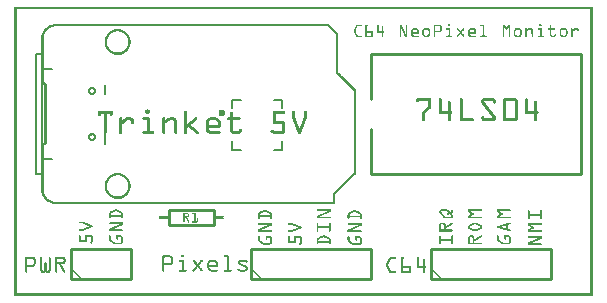
<source format=gto>
G04 MADE WITH FRITZING*
G04 WWW.FRITZING.ORG*
G04 DOUBLE SIDED*
G04 HOLES PLATED*
G04 CONTOUR ON CENTER OF CONTOUR VECTOR*
%ASAXBY*%
%FSLAX23Y23*%
%MOIN*%
%OFA0B0*%
%SFA1.0B1.0*%
%ADD10C,0.023622X2e-08*%
%ADD11C,0.010000*%
%ADD12C,0.005000*%
%ADD13C,0.008000*%
%ADD14R,0.001000X0.001000*%
%LNSILK1*%
G90*
G70*
G54D10*
X691Y610D03*
G54D11*
X513Y286D02*
X663Y286D01*
D02*
X663Y286D02*
X663Y236D01*
D02*
X663Y236D02*
X513Y236D01*
D02*
X513Y236D02*
X513Y286D01*
G54D12*
D02*
X302Y704D02*
X302Y673D01*
D02*
X302Y539D02*
X302Y507D01*
D02*
X125Y755D02*
X90Y755D01*
D02*
X90Y755D02*
X90Y456D01*
D02*
X90Y456D02*
X125Y456D01*
D02*
X726Y626D02*
X726Y653D01*
D02*
X726Y653D02*
X754Y653D01*
D02*
X864Y653D02*
X892Y653D01*
D02*
X892Y653D02*
X892Y626D01*
D02*
X754Y488D02*
X726Y488D01*
D02*
X726Y488D02*
X726Y516D01*
D02*
X892Y516D02*
X892Y488D01*
D02*
X892Y488D02*
X864Y488D01*
G54D13*
D02*
X70Y407D02*
X70Y805D01*
D02*
X89Y407D02*
X70Y407D01*
D02*
X89Y805D02*
X70Y805D01*
G54D11*
D02*
X1189Y406D02*
X1889Y406D01*
D02*
X1889Y406D02*
X1889Y806D01*
D02*
X1889Y806D02*
X1189Y806D01*
D02*
X1189Y406D02*
X1189Y556D01*
D02*
X1189Y656D02*
X1189Y806D01*
D02*
X789Y56D02*
X1189Y56D01*
D02*
X1189Y56D02*
X1189Y156D01*
D02*
X1189Y156D02*
X789Y156D01*
D02*
X789Y156D02*
X789Y56D01*
D02*
X189Y56D02*
X389Y56D01*
D02*
X389Y56D02*
X389Y156D01*
D02*
X389Y156D02*
X189Y156D01*
D02*
X189Y156D02*
X189Y56D01*
D02*
X1389Y56D02*
X1789Y56D01*
D02*
X1789Y56D02*
X1789Y156D01*
D02*
X1789Y156D02*
X1389Y156D01*
D02*
X1389Y156D02*
X1389Y56D01*
G54D14*
X0Y963D02*
X1926Y963D01*
X0Y962D02*
X1926Y962D01*
X0Y961D02*
X1926Y961D01*
X0Y960D02*
X1926Y960D01*
X0Y959D02*
X1926Y959D01*
X0Y958D02*
X1926Y958D01*
X0Y957D02*
X1926Y957D01*
X0Y956D02*
X1926Y956D01*
X0Y955D02*
X7Y955D01*
X1919Y955D02*
X1926Y955D01*
X0Y954D02*
X7Y954D01*
X1919Y954D02*
X1926Y954D01*
X0Y953D02*
X7Y953D01*
X1919Y953D02*
X1926Y953D01*
X0Y952D02*
X7Y952D01*
X1919Y952D02*
X1926Y952D01*
X0Y951D02*
X7Y951D01*
X1919Y951D02*
X1926Y951D01*
X0Y950D02*
X7Y950D01*
X1919Y950D02*
X1926Y950D01*
X0Y949D02*
X7Y949D01*
X1919Y949D02*
X1926Y949D01*
X0Y948D02*
X7Y948D01*
X1919Y948D02*
X1926Y948D01*
X0Y947D02*
X7Y947D01*
X1919Y947D02*
X1926Y947D01*
X0Y946D02*
X7Y946D01*
X1919Y946D02*
X1926Y946D01*
X0Y945D02*
X7Y945D01*
X1919Y945D02*
X1926Y945D01*
X0Y944D02*
X7Y944D01*
X1919Y944D02*
X1926Y944D01*
X0Y943D02*
X7Y943D01*
X1919Y943D02*
X1926Y943D01*
X0Y942D02*
X7Y942D01*
X1919Y942D02*
X1926Y942D01*
X0Y941D02*
X7Y941D01*
X1919Y941D02*
X1926Y941D01*
X0Y940D02*
X7Y940D01*
X1919Y940D02*
X1926Y940D01*
X0Y939D02*
X7Y939D01*
X1919Y939D02*
X1926Y939D01*
X0Y938D02*
X7Y938D01*
X1919Y938D02*
X1926Y938D01*
X0Y937D02*
X7Y937D01*
X1919Y937D02*
X1926Y937D01*
X0Y936D02*
X7Y936D01*
X1919Y936D02*
X1926Y936D01*
X0Y935D02*
X7Y935D01*
X1919Y935D02*
X1926Y935D01*
X0Y934D02*
X7Y934D01*
X1919Y934D02*
X1926Y934D01*
X0Y933D02*
X7Y933D01*
X1919Y933D02*
X1926Y933D01*
X0Y932D02*
X7Y932D01*
X1919Y932D02*
X1926Y932D01*
X0Y931D02*
X7Y931D01*
X1919Y931D02*
X1926Y931D01*
X0Y930D02*
X7Y930D01*
X1919Y930D02*
X1926Y930D01*
X0Y929D02*
X7Y929D01*
X1919Y929D02*
X1926Y929D01*
X0Y928D02*
X7Y928D01*
X1919Y928D02*
X1926Y928D01*
X0Y927D02*
X7Y927D01*
X1919Y927D02*
X1926Y927D01*
X0Y926D02*
X7Y926D01*
X1919Y926D02*
X1926Y926D01*
X0Y925D02*
X7Y925D01*
X1919Y925D02*
X1926Y925D01*
X0Y924D02*
X7Y924D01*
X1919Y924D02*
X1926Y924D01*
X0Y923D02*
X7Y923D01*
X1919Y923D02*
X1926Y923D01*
X0Y922D02*
X7Y922D01*
X1919Y922D02*
X1926Y922D01*
X0Y921D02*
X7Y921D01*
X1919Y921D02*
X1926Y921D01*
X0Y920D02*
X7Y920D01*
X1919Y920D02*
X1926Y920D01*
X0Y919D02*
X7Y919D01*
X1919Y919D02*
X1926Y919D01*
X0Y918D02*
X7Y918D01*
X1919Y918D02*
X1926Y918D01*
X0Y917D02*
X7Y917D01*
X1919Y917D02*
X1926Y917D01*
X0Y916D02*
X7Y916D01*
X1919Y916D02*
X1926Y916D01*
X0Y915D02*
X7Y915D01*
X1919Y915D02*
X1926Y915D01*
X0Y914D02*
X7Y914D01*
X1919Y914D02*
X1926Y914D01*
X0Y913D02*
X7Y913D01*
X1919Y913D02*
X1926Y913D01*
X0Y912D02*
X7Y912D01*
X1919Y912D02*
X1926Y912D01*
X0Y911D02*
X7Y911D01*
X1919Y911D02*
X1926Y911D01*
X0Y910D02*
X7Y910D01*
X1919Y910D02*
X1926Y910D01*
X0Y909D02*
X7Y909D01*
X1919Y909D02*
X1926Y909D01*
X0Y908D02*
X7Y908D01*
X1919Y908D02*
X1926Y908D01*
X0Y907D02*
X7Y907D01*
X1919Y907D02*
X1926Y907D01*
X0Y906D02*
X7Y906D01*
X132Y906D02*
X1046Y906D01*
X1446Y906D02*
X1449Y906D01*
X1751Y906D02*
X1754Y906D01*
X1919Y906D02*
X1926Y906D01*
X0Y905D02*
X7Y905D01*
X127Y905D02*
X1047Y905D01*
X1444Y905D02*
X1450Y905D01*
X1749Y905D02*
X1755Y905D01*
X1919Y905D02*
X1926Y905D01*
X0Y904D02*
X7Y904D01*
X124Y904D02*
X1048Y904D01*
X1444Y904D02*
X1451Y904D01*
X1749Y904D02*
X1756Y904D01*
X1919Y904D02*
X1926Y904D01*
X0Y903D02*
X7Y903D01*
X121Y903D02*
X1050Y903D01*
X1141Y903D02*
X1156Y903D01*
X1170Y903D02*
X1175Y903D01*
X1209Y903D02*
X1212Y903D01*
X1284Y903D02*
X1290Y903D01*
X1305Y903D02*
X1308Y903D01*
X1398Y903D02*
X1419Y903D01*
X1444Y903D02*
X1451Y903D01*
X1554Y903D02*
X1564Y903D01*
X1627Y903D02*
X1633Y903D01*
X1646Y903D02*
X1652Y903D01*
X1749Y903D02*
X1756Y903D01*
X1919Y903D02*
X1926Y903D01*
X0Y902D02*
X7Y902D01*
X118Y902D02*
X1051Y902D01*
X1140Y902D02*
X1156Y902D01*
X1169Y902D02*
X1176Y902D01*
X1209Y902D02*
X1213Y902D01*
X1284Y902D02*
X1290Y902D01*
X1305Y902D02*
X1309Y902D01*
X1398Y902D02*
X1420Y902D01*
X1444Y902D02*
X1451Y902D01*
X1553Y902D02*
X1565Y902D01*
X1627Y902D02*
X1634Y902D01*
X1645Y902D02*
X1652Y902D01*
X1749Y902D02*
X1756Y902D01*
X1919Y902D02*
X1926Y902D01*
X0Y901D02*
X7Y901D01*
X116Y901D02*
X1052Y901D01*
X1139Y901D02*
X1156Y901D01*
X1169Y901D02*
X1176Y901D01*
X1209Y901D02*
X1213Y901D01*
X1284Y901D02*
X1291Y901D01*
X1305Y901D02*
X1309Y901D01*
X1398Y901D02*
X1421Y901D01*
X1444Y901D02*
X1451Y901D01*
X1553Y901D02*
X1565Y901D01*
X1627Y901D02*
X1634Y901D01*
X1644Y901D02*
X1652Y901D01*
X1749Y901D02*
X1756Y901D01*
X1785Y901D02*
X1788Y901D01*
X1919Y901D02*
X1926Y901D01*
X0Y900D02*
X7Y900D01*
X114Y900D02*
X1053Y900D01*
X1138Y900D02*
X1156Y900D01*
X1169Y900D02*
X1176Y900D01*
X1209Y900D02*
X1213Y900D01*
X1284Y900D02*
X1291Y900D01*
X1305Y900D02*
X1309Y900D01*
X1398Y900D02*
X1422Y900D01*
X1444Y900D02*
X1450Y900D01*
X1553Y900D02*
X1565Y900D01*
X1627Y900D02*
X1635Y900D01*
X1644Y900D02*
X1652Y900D01*
X1749Y900D02*
X1755Y900D01*
X1785Y900D02*
X1788Y900D01*
X1919Y900D02*
X1926Y900D01*
X0Y899D02*
X7Y899D01*
X113Y899D02*
X433Y899D01*
X443Y899D02*
X533Y899D01*
X543Y899D02*
X633Y899D01*
X643Y899D02*
X733Y899D01*
X743Y899D02*
X833Y899D01*
X843Y899D02*
X1054Y899D01*
X1137Y899D02*
X1155Y899D01*
X1169Y899D02*
X1175Y899D01*
X1209Y899D02*
X1213Y899D01*
X1226Y899D02*
X1227Y899D01*
X1284Y899D02*
X1292Y899D01*
X1305Y899D02*
X1309Y899D01*
X1398Y899D02*
X1423Y899D01*
X1445Y899D02*
X1450Y899D01*
X1554Y899D02*
X1565Y899D01*
X1627Y899D02*
X1636Y899D01*
X1643Y899D02*
X1652Y899D01*
X1750Y899D02*
X1754Y899D01*
X1784Y899D02*
X1789Y899D01*
X1919Y899D02*
X1926Y899D01*
X0Y898D02*
X7Y898D01*
X111Y898D02*
X131Y898D01*
X1044Y898D02*
X1055Y898D01*
X1137Y898D02*
X1142Y898D01*
X1169Y898D02*
X1174Y898D01*
X1209Y898D02*
X1213Y898D01*
X1225Y898D02*
X1228Y898D01*
X1284Y898D02*
X1292Y898D01*
X1305Y898D02*
X1309Y898D01*
X1398Y898D02*
X1402Y898D01*
X1418Y898D02*
X1423Y898D01*
X1561Y898D02*
X1565Y898D01*
X1627Y898D02*
X1636Y898D01*
X1642Y898D02*
X1652Y898D01*
X1784Y898D02*
X1789Y898D01*
X1919Y898D02*
X1926Y898D01*
X0Y897D02*
X7Y897D01*
X110Y897D02*
X126Y897D01*
X1045Y897D02*
X1056Y897D01*
X1137Y897D02*
X1142Y897D01*
X1169Y897D02*
X1174Y897D01*
X1209Y897D02*
X1213Y897D01*
X1224Y897D02*
X1229Y897D01*
X1284Y897D02*
X1293Y897D01*
X1305Y897D02*
X1309Y897D01*
X1398Y897D02*
X1402Y897D01*
X1419Y897D02*
X1423Y897D01*
X1561Y897D02*
X1565Y897D01*
X1627Y897D02*
X1637Y897D01*
X1641Y897D02*
X1652Y897D01*
X1784Y897D02*
X1789Y897D01*
X1919Y897D02*
X1926Y897D01*
X0Y896D02*
X7Y896D01*
X108Y896D02*
X123Y896D01*
X1046Y896D02*
X1057Y896D01*
X1136Y896D02*
X1141Y896D01*
X1169Y896D02*
X1174Y896D01*
X1209Y896D02*
X1213Y896D01*
X1224Y896D02*
X1229Y896D01*
X1284Y896D02*
X1293Y896D01*
X1305Y896D02*
X1309Y896D01*
X1398Y896D02*
X1402Y896D01*
X1419Y896D02*
X1423Y896D01*
X1561Y896D02*
X1565Y896D01*
X1627Y896D02*
X1638Y896D01*
X1641Y896D02*
X1652Y896D01*
X1784Y896D02*
X1789Y896D01*
X1919Y896D02*
X1926Y896D01*
X0Y895D02*
X7Y895D01*
X107Y895D02*
X121Y895D01*
X1047Y895D02*
X1058Y895D01*
X1136Y895D02*
X1141Y895D01*
X1169Y895D02*
X1174Y895D01*
X1209Y895D02*
X1213Y895D01*
X1224Y895D02*
X1229Y895D01*
X1284Y895D02*
X1294Y895D01*
X1305Y895D02*
X1309Y895D01*
X1398Y895D02*
X1402Y895D01*
X1419Y895D02*
X1423Y895D01*
X1561Y895D02*
X1565Y895D01*
X1627Y895D02*
X1631Y895D01*
X1633Y895D02*
X1646Y895D01*
X1648Y895D02*
X1652Y895D01*
X1784Y895D02*
X1789Y895D01*
X1919Y895D02*
X1926Y895D01*
X0Y894D02*
X7Y894D01*
X106Y894D02*
X119Y894D01*
X1048Y894D02*
X1059Y894D01*
X1135Y894D02*
X1140Y894D01*
X1169Y894D02*
X1174Y894D01*
X1209Y894D02*
X1213Y894D01*
X1224Y894D02*
X1229Y894D01*
X1284Y894D02*
X1294Y894D01*
X1305Y894D02*
X1309Y894D01*
X1398Y894D02*
X1402Y894D01*
X1419Y894D02*
X1423Y894D01*
X1561Y894D02*
X1565Y894D01*
X1627Y894D02*
X1631Y894D01*
X1634Y894D02*
X1645Y894D01*
X1648Y894D02*
X1652Y894D01*
X1784Y894D02*
X1789Y894D01*
X1919Y894D02*
X1926Y894D01*
X0Y893D02*
X7Y893D01*
X105Y893D02*
X117Y893D01*
X1049Y893D02*
X1060Y893D01*
X1135Y893D02*
X1140Y893D01*
X1169Y893D02*
X1174Y893D01*
X1209Y893D02*
X1213Y893D01*
X1224Y893D02*
X1229Y893D01*
X1284Y893D02*
X1288Y893D01*
X1290Y893D02*
X1294Y893D01*
X1305Y893D02*
X1309Y893D01*
X1398Y893D02*
X1402Y893D01*
X1419Y893D02*
X1423Y893D01*
X1561Y893D02*
X1565Y893D01*
X1627Y893D02*
X1631Y893D01*
X1634Y893D02*
X1644Y893D01*
X1648Y893D02*
X1652Y893D01*
X1784Y893D02*
X1789Y893D01*
X1919Y893D02*
X1926Y893D01*
X0Y892D02*
X7Y892D01*
X103Y892D02*
X115Y892D01*
X1050Y892D02*
X1061Y892D01*
X1134Y892D02*
X1139Y892D01*
X1169Y892D02*
X1174Y892D01*
X1209Y892D02*
X1213Y892D01*
X1224Y892D02*
X1229Y892D01*
X1284Y892D02*
X1288Y892D01*
X1290Y892D02*
X1295Y892D01*
X1305Y892D02*
X1309Y892D01*
X1328Y892D02*
X1340Y892D01*
X1367Y892D02*
X1378Y892D01*
X1398Y892D02*
X1402Y892D01*
X1419Y892D02*
X1423Y892D01*
X1440Y892D02*
X1450Y892D01*
X1476Y892D02*
X1478Y892D01*
X1496Y892D02*
X1498Y892D01*
X1519Y892D02*
X1531Y892D01*
X1561Y892D02*
X1565Y892D01*
X1627Y892D02*
X1631Y892D01*
X1635Y892D02*
X1643Y892D01*
X1648Y892D02*
X1652Y892D01*
X1671Y892D02*
X1683Y892D01*
X1704Y892D02*
X1706Y892D01*
X1715Y892D02*
X1723Y892D01*
X1745Y892D02*
X1755Y892D01*
X1780Y892D02*
X1801Y892D01*
X1824Y892D02*
X1836Y892D01*
X1856Y892D02*
X1859Y892D01*
X1867Y892D02*
X1876Y892D01*
X1919Y892D02*
X1926Y892D01*
X0Y891D02*
X7Y891D01*
X103Y891D02*
X114Y891D01*
X1051Y891D02*
X1062Y891D01*
X1134Y891D02*
X1139Y891D01*
X1169Y891D02*
X1174Y891D01*
X1209Y891D02*
X1213Y891D01*
X1224Y891D02*
X1229Y891D01*
X1284Y891D02*
X1288Y891D01*
X1290Y891D02*
X1295Y891D01*
X1305Y891D02*
X1309Y891D01*
X1327Y891D02*
X1342Y891D01*
X1365Y891D02*
X1380Y891D01*
X1398Y891D02*
X1402Y891D01*
X1419Y891D02*
X1423Y891D01*
X1439Y891D02*
X1451Y891D01*
X1475Y891D02*
X1479Y891D01*
X1495Y891D02*
X1499Y891D01*
X1517Y891D02*
X1533Y891D01*
X1561Y891D02*
X1565Y891D01*
X1627Y891D02*
X1631Y891D01*
X1636Y891D02*
X1643Y891D01*
X1648Y891D02*
X1652Y891D01*
X1670Y891D02*
X1685Y891D01*
X1703Y891D02*
X1707Y891D01*
X1713Y891D02*
X1724Y891D01*
X1744Y891D02*
X1756Y891D01*
X1779Y891D02*
X1801Y891D01*
X1822Y891D02*
X1837Y891D01*
X1856Y891D02*
X1859Y891D01*
X1865Y891D02*
X1877Y891D01*
X1919Y891D02*
X1926Y891D01*
X0Y890D02*
X7Y890D01*
X102Y890D02*
X112Y890D01*
X1052Y890D02*
X1063Y890D01*
X1133Y890D02*
X1138Y890D01*
X1169Y890D02*
X1174Y890D01*
X1209Y890D02*
X1213Y890D01*
X1224Y890D02*
X1229Y890D01*
X1284Y890D02*
X1288Y890D01*
X1291Y890D02*
X1296Y890D01*
X1305Y890D02*
X1309Y890D01*
X1326Y890D02*
X1343Y890D01*
X1364Y890D02*
X1381Y890D01*
X1398Y890D02*
X1402Y890D01*
X1419Y890D02*
X1423Y890D01*
X1439Y890D02*
X1451Y890D01*
X1475Y890D02*
X1480Y890D01*
X1494Y890D02*
X1499Y890D01*
X1516Y890D02*
X1534Y890D01*
X1561Y890D02*
X1565Y890D01*
X1627Y890D02*
X1631Y890D01*
X1636Y890D02*
X1642Y890D01*
X1648Y890D02*
X1652Y890D01*
X1669Y890D02*
X1686Y890D01*
X1703Y890D02*
X1707Y890D01*
X1711Y890D02*
X1725Y890D01*
X1744Y890D02*
X1756Y890D01*
X1779Y890D02*
X1802Y890D01*
X1821Y890D02*
X1839Y890D01*
X1855Y890D02*
X1860Y890D01*
X1864Y890D02*
X1879Y890D01*
X1919Y890D02*
X1926Y890D01*
X0Y889D02*
X7Y889D01*
X101Y889D02*
X111Y889D01*
X337Y889D02*
X350Y889D01*
X1053Y889D02*
X1064Y889D01*
X1133Y889D02*
X1138Y889D01*
X1169Y889D02*
X1174Y889D01*
X1209Y889D02*
X1213Y889D01*
X1224Y889D02*
X1229Y889D01*
X1284Y889D02*
X1288Y889D01*
X1291Y889D02*
X1296Y889D01*
X1305Y889D02*
X1309Y889D01*
X1324Y889D02*
X1344Y889D01*
X1362Y889D02*
X1382Y889D01*
X1398Y889D02*
X1402Y889D01*
X1419Y889D02*
X1423Y889D01*
X1439Y889D02*
X1451Y889D01*
X1475Y889D02*
X1481Y889D01*
X1493Y889D02*
X1499Y889D01*
X1515Y889D02*
X1535Y889D01*
X1561Y889D02*
X1565Y889D01*
X1627Y889D02*
X1631Y889D01*
X1637Y889D02*
X1641Y889D01*
X1648Y889D02*
X1652Y889D01*
X1667Y889D02*
X1687Y889D01*
X1703Y889D02*
X1707Y889D01*
X1709Y889D02*
X1726Y889D01*
X1744Y889D02*
X1756Y889D01*
X1779Y889D02*
X1801Y889D01*
X1820Y889D02*
X1840Y889D01*
X1855Y889D02*
X1860Y889D01*
X1863Y889D02*
X1879Y889D01*
X1919Y889D02*
X1926Y889D01*
X0Y888D02*
X7Y888D01*
X100Y888D02*
X110Y888D01*
X333Y888D02*
X354Y888D01*
X1054Y888D02*
X1065Y888D01*
X1132Y888D02*
X1137Y888D01*
X1169Y888D02*
X1174Y888D01*
X1209Y888D02*
X1213Y888D01*
X1224Y888D02*
X1229Y888D01*
X1284Y888D02*
X1288Y888D01*
X1292Y888D02*
X1297Y888D01*
X1305Y888D02*
X1309Y888D01*
X1324Y888D02*
X1345Y888D01*
X1362Y888D02*
X1383Y888D01*
X1398Y888D02*
X1402Y888D01*
X1419Y888D02*
X1423Y888D01*
X1440Y888D02*
X1451Y888D01*
X1476Y888D02*
X1481Y888D01*
X1492Y888D02*
X1498Y888D01*
X1514Y888D02*
X1536Y888D01*
X1561Y888D02*
X1565Y888D01*
X1627Y888D02*
X1631Y888D01*
X1637Y888D02*
X1641Y888D01*
X1648Y888D02*
X1652Y888D01*
X1667Y888D02*
X1688Y888D01*
X1703Y888D02*
X1727Y888D01*
X1745Y888D02*
X1756Y888D01*
X1780Y888D02*
X1801Y888D01*
X1819Y888D02*
X1841Y888D01*
X1855Y888D02*
X1860Y888D01*
X1862Y888D02*
X1880Y888D01*
X1919Y888D02*
X1926Y888D01*
X0Y887D02*
X7Y887D01*
X99Y887D02*
X109Y887D01*
X329Y887D02*
X357Y887D01*
X1055Y887D02*
X1066Y887D01*
X1132Y887D02*
X1137Y887D01*
X1169Y887D02*
X1174Y887D01*
X1209Y887D02*
X1213Y887D01*
X1224Y887D02*
X1229Y887D01*
X1284Y887D02*
X1288Y887D01*
X1292Y887D02*
X1297Y887D01*
X1305Y887D02*
X1309Y887D01*
X1323Y887D02*
X1329Y887D01*
X1339Y887D02*
X1346Y887D01*
X1361Y887D02*
X1367Y887D01*
X1377Y887D02*
X1384Y887D01*
X1398Y887D02*
X1402Y887D01*
X1419Y887D02*
X1423Y887D01*
X1446Y887D02*
X1451Y887D01*
X1476Y887D02*
X1482Y887D01*
X1491Y887D02*
X1497Y887D01*
X1513Y887D02*
X1520Y887D01*
X1530Y887D02*
X1537Y887D01*
X1561Y887D02*
X1565Y887D01*
X1627Y887D02*
X1631Y887D01*
X1637Y887D02*
X1641Y887D01*
X1648Y887D02*
X1652Y887D01*
X1666Y887D02*
X1672Y887D01*
X1682Y887D02*
X1689Y887D01*
X1703Y887D02*
X1715Y887D01*
X1722Y887D02*
X1727Y887D01*
X1751Y887D02*
X1756Y887D01*
X1784Y887D02*
X1789Y887D01*
X1818Y887D02*
X1825Y887D01*
X1835Y887D02*
X1841Y887D01*
X1855Y887D02*
X1868Y887D01*
X1875Y887D02*
X1880Y887D01*
X1919Y887D02*
X1926Y887D01*
X0Y886D02*
X7Y886D01*
X98Y886D02*
X108Y886D01*
X327Y886D02*
X360Y886D01*
X1056Y886D02*
X1067Y886D01*
X1131Y886D02*
X1136Y886D01*
X1169Y886D02*
X1174Y886D01*
X1209Y886D02*
X1213Y886D01*
X1224Y886D02*
X1229Y886D01*
X1284Y886D02*
X1288Y886D01*
X1293Y886D02*
X1297Y886D01*
X1305Y886D02*
X1309Y886D01*
X1322Y886D02*
X1328Y886D01*
X1341Y886D02*
X1346Y886D01*
X1360Y886D02*
X1366Y886D01*
X1379Y886D02*
X1385Y886D01*
X1398Y886D02*
X1402Y886D01*
X1419Y886D02*
X1423Y886D01*
X1447Y886D02*
X1451Y886D01*
X1477Y886D02*
X1483Y886D01*
X1490Y886D02*
X1496Y886D01*
X1513Y886D02*
X1519Y886D01*
X1531Y886D02*
X1537Y886D01*
X1561Y886D02*
X1565Y886D01*
X1627Y886D02*
X1631Y886D01*
X1638Y886D02*
X1641Y886D01*
X1648Y886D02*
X1652Y886D01*
X1665Y886D02*
X1671Y886D01*
X1684Y886D02*
X1689Y886D01*
X1703Y886D02*
X1714Y886D01*
X1723Y886D02*
X1727Y886D01*
X1751Y886D02*
X1756Y886D01*
X1784Y886D02*
X1789Y886D01*
X1818Y886D02*
X1823Y886D01*
X1836Y886D02*
X1842Y886D01*
X1855Y886D02*
X1867Y886D01*
X1876Y886D02*
X1881Y886D01*
X1919Y886D02*
X1926Y886D01*
X0Y885D02*
X7Y885D01*
X98Y885D02*
X107Y885D01*
X325Y885D02*
X362Y885D01*
X1057Y885D02*
X1068Y885D01*
X1131Y885D02*
X1136Y885D01*
X1169Y885D02*
X1174Y885D01*
X1209Y885D02*
X1213Y885D01*
X1224Y885D02*
X1229Y885D01*
X1284Y885D02*
X1288Y885D01*
X1293Y885D02*
X1298Y885D01*
X1305Y885D02*
X1309Y885D01*
X1322Y885D02*
X1327Y885D01*
X1342Y885D02*
X1347Y885D01*
X1360Y885D02*
X1365Y885D01*
X1380Y885D02*
X1385Y885D01*
X1398Y885D02*
X1402Y885D01*
X1418Y885D02*
X1423Y885D01*
X1447Y885D02*
X1451Y885D01*
X1478Y885D02*
X1484Y885D01*
X1490Y885D02*
X1496Y885D01*
X1513Y885D02*
X1517Y885D01*
X1532Y885D02*
X1537Y885D01*
X1561Y885D02*
X1565Y885D01*
X1627Y885D02*
X1631Y885D01*
X1648Y885D02*
X1652Y885D01*
X1665Y885D02*
X1670Y885D01*
X1685Y885D02*
X1690Y885D01*
X1703Y885D02*
X1712Y885D01*
X1723Y885D02*
X1727Y885D01*
X1751Y885D02*
X1756Y885D01*
X1784Y885D02*
X1789Y885D01*
X1817Y885D02*
X1822Y885D01*
X1837Y885D02*
X1842Y885D01*
X1855Y885D02*
X1866Y885D01*
X1876Y885D02*
X1881Y885D01*
X1919Y885D02*
X1926Y885D01*
X0Y884D02*
X7Y884D01*
X97Y884D02*
X106Y884D01*
X323Y884D02*
X364Y884D01*
X1058Y884D02*
X1069Y884D01*
X1131Y884D02*
X1136Y884D01*
X1169Y884D02*
X1174Y884D01*
X1209Y884D02*
X1213Y884D01*
X1224Y884D02*
X1229Y884D01*
X1284Y884D02*
X1288Y884D01*
X1293Y884D02*
X1298Y884D01*
X1305Y884D02*
X1309Y884D01*
X1322Y884D02*
X1326Y884D01*
X1342Y884D02*
X1347Y884D01*
X1360Y884D02*
X1364Y884D01*
X1381Y884D02*
X1385Y884D01*
X1398Y884D02*
X1402Y884D01*
X1417Y884D02*
X1423Y884D01*
X1447Y884D02*
X1451Y884D01*
X1479Y884D02*
X1485Y884D01*
X1489Y884D02*
X1495Y884D01*
X1512Y884D02*
X1517Y884D01*
X1533Y884D02*
X1538Y884D01*
X1561Y884D02*
X1565Y884D01*
X1627Y884D02*
X1631Y884D01*
X1648Y884D02*
X1652Y884D01*
X1665Y884D02*
X1669Y884D01*
X1685Y884D02*
X1690Y884D01*
X1703Y884D02*
X1711Y884D01*
X1723Y884D02*
X1728Y884D01*
X1751Y884D02*
X1756Y884D01*
X1784Y884D02*
X1789Y884D01*
X1817Y884D02*
X1822Y884D01*
X1838Y884D02*
X1842Y884D01*
X1855Y884D02*
X1865Y884D01*
X1876Y884D02*
X1881Y884D01*
X1919Y884D02*
X1926Y884D01*
X0Y883D02*
X7Y883D01*
X96Y883D02*
X105Y883D01*
X321Y883D02*
X366Y883D01*
X1059Y883D02*
X1070Y883D01*
X1131Y883D02*
X1136Y883D01*
X1169Y883D02*
X1174Y883D01*
X1209Y883D02*
X1213Y883D01*
X1224Y883D02*
X1229Y883D01*
X1284Y883D02*
X1288Y883D01*
X1294Y883D02*
X1299Y883D01*
X1305Y883D02*
X1309Y883D01*
X1322Y883D02*
X1326Y883D01*
X1343Y883D02*
X1347Y883D01*
X1360Y883D02*
X1364Y883D01*
X1381Y883D02*
X1385Y883D01*
X1398Y883D02*
X1423Y883D01*
X1447Y883D02*
X1451Y883D01*
X1480Y883D02*
X1486Y883D01*
X1488Y883D02*
X1494Y883D01*
X1512Y883D02*
X1517Y883D01*
X1533Y883D02*
X1538Y883D01*
X1561Y883D02*
X1565Y883D01*
X1627Y883D02*
X1631Y883D01*
X1648Y883D02*
X1652Y883D01*
X1665Y883D02*
X1669Y883D01*
X1686Y883D02*
X1690Y883D01*
X1703Y883D02*
X1709Y883D01*
X1723Y883D02*
X1728Y883D01*
X1751Y883D02*
X1756Y883D01*
X1784Y883D02*
X1789Y883D01*
X1817Y883D02*
X1822Y883D01*
X1838Y883D02*
X1843Y883D01*
X1855Y883D02*
X1863Y883D01*
X1876Y883D02*
X1881Y883D01*
X1919Y883D02*
X1926Y883D01*
X0Y882D02*
X7Y882D01*
X96Y882D02*
X104Y882D01*
X319Y882D02*
X367Y882D01*
X1060Y882D02*
X1071Y882D01*
X1131Y882D02*
X1136Y882D01*
X1169Y882D02*
X1174Y882D01*
X1209Y882D02*
X1213Y882D01*
X1224Y882D02*
X1229Y882D01*
X1284Y882D02*
X1288Y882D01*
X1294Y882D02*
X1299Y882D01*
X1305Y882D02*
X1309Y882D01*
X1322Y882D02*
X1326Y882D01*
X1343Y882D02*
X1347Y882D01*
X1360Y882D02*
X1364Y882D01*
X1381Y882D02*
X1385Y882D01*
X1398Y882D02*
X1422Y882D01*
X1447Y882D02*
X1451Y882D01*
X1481Y882D02*
X1493Y882D01*
X1512Y882D02*
X1517Y882D01*
X1533Y882D02*
X1538Y882D01*
X1561Y882D02*
X1565Y882D01*
X1627Y882D02*
X1631Y882D01*
X1648Y882D02*
X1652Y882D01*
X1665Y882D02*
X1669Y882D01*
X1686Y882D02*
X1690Y882D01*
X1703Y882D02*
X1708Y882D01*
X1723Y882D02*
X1728Y882D01*
X1751Y882D02*
X1756Y882D01*
X1784Y882D02*
X1789Y882D01*
X1817Y882D02*
X1822Y882D01*
X1838Y882D02*
X1843Y882D01*
X1855Y882D02*
X1862Y882D01*
X1877Y882D02*
X1880Y882D01*
X1919Y882D02*
X1926Y882D01*
X0Y881D02*
X7Y881D01*
X95Y881D02*
X104Y881D01*
X318Y881D02*
X336Y881D01*
X350Y881D02*
X369Y881D01*
X1061Y881D02*
X1072Y881D01*
X1131Y881D02*
X1136Y881D01*
X1169Y881D02*
X1193Y881D01*
X1209Y881D02*
X1230Y881D01*
X1284Y881D02*
X1288Y881D01*
X1295Y881D02*
X1300Y881D01*
X1305Y881D02*
X1309Y881D01*
X1322Y881D02*
X1326Y881D01*
X1343Y881D02*
X1347Y881D01*
X1360Y881D02*
X1364Y881D01*
X1381Y881D02*
X1385Y881D01*
X1398Y881D02*
X1421Y881D01*
X1447Y881D02*
X1451Y881D01*
X1481Y881D02*
X1492Y881D01*
X1512Y881D02*
X1517Y881D01*
X1533Y881D02*
X1538Y881D01*
X1561Y881D02*
X1565Y881D01*
X1627Y881D02*
X1631Y881D01*
X1648Y881D02*
X1652Y881D01*
X1665Y881D02*
X1669Y881D01*
X1686Y881D02*
X1690Y881D01*
X1703Y881D02*
X1707Y881D01*
X1723Y881D02*
X1728Y881D01*
X1751Y881D02*
X1756Y881D01*
X1784Y881D02*
X1789Y881D01*
X1817Y881D02*
X1822Y881D01*
X1838Y881D02*
X1843Y881D01*
X1855Y881D02*
X1861Y881D01*
X1878Y881D02*
X1879Y881D01*
X1919Y881D02*
X1926Y881D01*
X0Y880D02*
X7Y880D01*
X95Y880D02*
X103Y880D01*
X317Y880D02*
X332Y880D01*
X355Y880D02*
X370Y880D01*
X1062Y880D02*
X1073Y880D01*
X1132Y880D02*
X1136Y880D01*
X1169Y880D02*
X1194Y880D01*
X1209Y880D02*
X1231Y880D01*
X1284Y880D02*
X1288Y880D01*
X1295Y880D02*
X1300Y880D01*
X1305Y880D02*
X1309Y880D01*
X1322Y880D02*
X1326Y880D01*
X1343Y880D02*
X1347Y880D01*
X1360Y880D02*
X1364Y880D01*
X1381Y880D02*
X1385Y880D01*
X1398Y880D02*
X1420Y880D01*
X1447Y880D02*
X1451Y880D01*
X1482Y880D02*
X1491Y880D01*
X1512Y880D02*
X1517Y880D01*
X1533Y880D02*
X1538Y880D01*
X1561Y880D02*
X1565Y880D01*
X1627Y880D02*
X1631Y880D01*
X1648Y880D02*
X1652Y880D01*
X1665Y880D02*
X1669Y880D01*
X1686Y880D02*
X1690Y880D01*
X1703Y880D02*
X1707Y880D01*
X1723Y880D02*
X1728Y880D01*
X1751Y880D02*
X1756Y880D01*
X1784Y880D02*
X1789Y880D01*
X1817Y880D02*
X1822Y880D01*
X1838Y880D02*
X1843Y880D01*
X1855Y880D02*
X1860Y880D01*
X1919Y880D02*
X1926Y880D01*
X0Y879D02*
X7Y879D01*
X94Y879D02*
X102Y879D01*
X316Y879D02*
X329Y879D01*
X357Y879D02*
X371Y879D01*
X1063Y879D02*
X1074Y879D01*
X1132Y879D02*
X1137Y879D01*
X1169Y879D02*
X1195Y879D01*
X1209Y879D02*
X1231Y879D01*
X1284Y879D02*
X1288Y879D01*
X1296Y879D02*
X1301Y879D01*
X1305Y879D02*
X1309Y879D01*
X1322Y879D02*
X1347Y879D01*
X1360Y879D02*
X1364Y879D01*
X1381Y879D02*
X1385Y879D01*
X1398Y879D02*
X1418Y879D01*
X1447Y879D02*
X1451Y879D01*
X1483Y879D02*
X1491Y879D01*
X1512Y879D02*
X1538Y879D01*
X1561Y879D02*
X1565Y879D01*
X1627Y879D02*
X1631Y879D01*
X1648Y879D02*
X1652Y879D01*
X1665Y879D02*
X1669Y879D01*
X1686Y879D02*
X1690Y879D01*
X1703Y879D02*
X1707Y879D01*
X1723Y879D02*
X1728Y879D01*
X1751Y879D02*
X1756Y879D01*
X1784Y879D02*
X1789Y879D01*
X1817Y879D02*
X1822Y879D01*
X1838Y879D02*
X1843Y879D01*
X1855Y879D02*
X1860Y879D01*
X1919Y879D02*
X1926Y879D01*
X0Y878D02*
X7Y878D01*
X94Y878D02*
X102Y878D01*
X314Y878D02*
X327Y878D01*
X359Y878D02*
X372Y878D01*
X1064Y878D02*
X1075Y878D01*
X1132Y878D02*
X1137Y878D01*
X1169Y878D02*
X1195Y878D01*
X1209Y878D02*
X1231Y878D01*
X1284Y878D02*
X1288Y878D01*
X1296Y878D02*
X1301Y878D01*
X1305Y878D02*
X1309Y878D01*
X1322Y878D02*
X1347Y878D01*
X1360Y878D02*
X1364Y878D01*
X1381Y878D02*
X1385Y878D01*
X1398Y878D02*
X1402Y878D01*
X1447Y878D02*
X1451Y878D01*
X1484Y878D02*
X1490Y878D01*
X1512Y878D02*
X1538Y878D01*
X1561Y878D02*
X1565Y878D01*
X1627Y878D02*
X1631Y878D01*
X1648Y878D02*
X1652Y878D01*
X1665Y878D02*
X1669Y878D01*
X1686Y878D02*
X1690Y878D01*
X1703Y878D02*
X1707Y878D01*
X1723Y878D02*
X1728Y878D01*
X1751Y878D02*
X1756Y878D01*
X1784Y878D02*
X1789Y878D01*
X1817Y878D02*
X1822Y878D01*
X1838Y878D02*
X1843Y878D01*
X1855Y878D02*
X1860Y878D01*
X1919Y878D02*
X1926Y878D01*
X0Y877D02*
X7Y877D01*
X93Y877D02*
X101Y877D01*
X313Y877D02*
X325Y877D01*
X361Y877D02*
X373Y877D01*
X1065Y877D02*
X1076Y877D01*
X1133Y877D02*
X1138Y877D01*
X1169Y877D02*
X1195Y877D01*
X1209Y877D02*
X1231Y877D01*
X1284Y877D02*
X1288Y877D01*
X1297Y877D02*
X1301Y877D01*
X1305Y877D02*
X1309Y877D01*
X1322Y877D02*
X1347Y877D01*
X1360Y877D02*
X1364Y877D01*
X1381Y877D02*
X1385Y877D01*
X1398Y877D02*
X1402Y877D01*
X1447Y877D02*
X1451Y877D01*
X1483Y877D02*
X1491Y877D01*
X1512Y877D02*
X1538Y877D01*
X1561Y877D02*
X1565Y877D01*
X1627Y877D02*
X1631Y877D01*
X1648Y877D02*
X1652Y877D01*
X1665Y877D02*
X1669Y877D01*
X1686Y877D02*
X1690Y877D01*
X1703Y877D02*
X1707Y877D01*
X1723Y877D02*
X1728Y877D01*
X1751Y877D02*
X1756Y877D01*
X1784Y877D02*
X1789Y877D01*
X1817Y877D02*
X1822Y877D01*
X1838Y877D02*
X1843Y877D01*
X1855Y877D02*
X1860Y877D01*
X1919Y877D02*
X1926Y877D01*
X0Y876D02*
X7Y876D01*
X93Y876D02*
X100Y876D01*
X312Y876D02*
X324Y876D01*
X363Y876D02*
X374Y876D01*
X1066Y876D02*
X1077Y876D01*
X1133Y876D02*
X1138Y876D01*
X1169Y876D02*
X1174Y876D01*
X1190Y876D02*
X1195Y876D01*
X1224Y876D02*
X1229Y876D01*
X1284Y876D02*
X1288Y876D01*
X1297Y876D02*
X1302Y876D01*
X1305Y876D02*
X1309Y876D01*
X1322Y876D02*
X1347Y876D01*
X1360Y876D02*
X1364Y876D01*
X1381Y876D02*
X1385Y876D01*
X1398Y876D02*
X1402Y876D01*
X1447Y876D02*
X1451Y876D01*
X1482Y876D02*
X1491Y876D01*
X1512Y876D02*
X1538Y876D01*
X1561Y876D02*
X1565Y876D01*
X1627Y876D02*
X1631Y876D01*
X1648Y876D02*
X1652Y876D01*
X1665Y876D02*
X1669Y876D01*
X1686Y876D02*
X1690Y876D01*
X1703Y876D02*
X1707Y876D01*
X1723Y876D02*
X1728Y876D01*
X1751Y876D02*
X1756Y876D01*
X1784Y876D02*
X1789Y876D01*
X1817Y876D02*
X1822Y876D01*
X1838Y876D02*
X1843Y876D01*
X1855Y876D02*
X1860Y876D01*
X1919Y876D02*
X1926Y876D01*
X0Y875D02*
X7Y875D01*
X92Y875D02*
X100Y875D01*
X312Y875D02*
X322Y875D01*
X364Y875D02*
X375Y875D01*
X1067Y875D02*
X1078Y875D01*
X1134Y875D02*
X1139Y875D01*
X1169Y875D02*
X1174Y875D01*
X1190Y875D02*
X1195Y875D01*
X1224Y875D02*
X1229Y875D01*
X1284Y875D02*
X1288Y875D01*
X1297Y875D02*
X1302Y875D01*
X1305Y875D02*
X1309Y875D01*
X1322Y875D02*
X1347Y875D01*
X1360Y875D02*
X1364Y875D01*
X1381Y875D02*
X1385Y875D01*
X1398Y875D02*
X1402Y875D01*
X1447Y875D02*
X1451Y875D01*
X1481Y875D02*
X1492Y875D01*
X1512Y875D02*
X1537Y875D01*
X1561Y875D02*
X1565Y875D01*
X1627Y875D02*
X1631Y875D01*
X1648Y875D02*
X1652Y875D01*
X1665Y875D02*
X1669Y875D01*
X1686Y875D02*
X1690Y875D01*
X1703Y875D02*
X1707Y875D01*
X1723Y875D02*
X1728Y875D01*
X1751Y875D02*
X1756Y875D01*
X1784Y875D02*
X1789Y875D01*
X1817Y875D02*
X1822Y875D01*
X1838Y875D02*
X1843Y875D01*
X1855Y875D02*
X1860Y875D01*
X1919Y875D02*
X1926Y875D01*
X0Y874D02*
X7Y874D01*
X92Y874D02*
X99Y874D01*
X311Y874D02*
X321Y874D01*
X366Y874D02*
X376Y874D01*
X1068Y874D02*
X1078Y874D01*
X1134Y874D02*
X1139Y874D01*
X1169Y874D02*
X1174Y874D01*
X1190Y874D02*
X1195Y874D01*
X1224Y874D02*
X1229Y874D01*
X1284Y874D02*
X1288Y874D01*
X1298Y874D02*
X1303Y874D01*
X1305Y874D02*
X1309Y874D01*
X1322Y874D02*
X1345Y874D01*
X1360Y874D02*
X1364Y874D01*
X1381Y874D02*
X1385Y874D01*
X1398Y874D02*
X1402Y874D01*
X1447Y874D02*
X1451Y874D01*
X1480Y874D02*
X1493Y874D01*
X1512Y874D02*
X1536Y874D01*
X1561Y874D02*
X1565Y874D01*
X1627Y874D02*
X1631Y874D01*
X1648Y874D02*
X1652Y874D01*
X1665Y874D02*
X1669Y874D01*
X1686Y874D02*
X1690Y874D01*
X1703Y874D02*
X1707Y874D01*
X1724Y874D02*
X1728Y874D01*
X1751Y874D02*
X1756Y874D01*
X1784Y874D02*
X1789Y874D01*
X1817Y874D02*
X1822Y874D01*
X1838Y874D02*
X1843Y874D01*
X1855Y874D02*
X1860Y874D01*
X1919Y874D02*
X1926Y874D01*
X0Y873D02*
X7Y873D01*
X92Y873D02*
X99Y873D01*
X310Y873D02*
X320Y873D01*
X367Y873D02*
X377Y873D01*
X1069Y873D02*
X1078Y873D01*
X1135Y873D02*
X1140Y873D01*
X1169Y873D02*
X1174Y873D01*
X1190Y873D02*
X1195Y873D01*
X1224Y873D02*
X1229Y873D01*
X1284Y873D02*
X1288Y873D01*
X1298Y873D02*
X1309Y873D01*
X1322Y873D02*
X1326Y873D01*
X1360Y873D02*
X1364Y873D01*
X1381Y873D02*
X1385Y873D01*
X1398Y873D02*
X1402Y873D01*
X1447Y873D02*
X1451Y873D01*
X1480Y873D02*
X1486Y873D01*
X1488Y873D02*
X1494Y873D01*
X1512Y873D02*
X1517Y873D01*
X1561Y873D02*
X1565Y873D01*
X1627Y873D02*
X1631Y873D01*
X1648Y873D02*
X1652Y873D01*
X1665Y873D02*
X1669Y873D01*
X1686Y873D02*
X1690Y873D01*
X1703Y873D02*
X1707Y873D01*
X1724Y873D02*
X1728Y873D01*
X1751Y873D02*
X1756Y873D01*
X1784Y873D02*
X1789Y873D01*
X1817Y873D02*
X1822Y873D01*
X1838Y873D02*
X1843Y873D01*
X1855Y873D02*
X1860Y873D01*
X1919Y873D02*
X1926Y873D01*
X0Y872D02*
X7Y872D01*
X91Y872D02*
X99Y872D01*
X309Y872D02*
X319Y872D01*
X368Y872D02*
X378Y872D01*
X1070Y872D02*
X1078Y872D01*
X1135Y872D02*
X1140Y872D01*
X1169Y872D02*
X1174Y872D01*
X1190Y872D02*
X1195Y872D01*
X1224Y872D02*
X1229Y872D01*
X1284Y872D02*
X1288Y872D01*
X1299Y872D02*
X1309Y872D01*
X1322Y872D02*
X1326Y872D01*
X1360Y872D02*
X1364Y872D01*
X1381Y872D02*
X1385Y872D01*
X1398Y872D02*
X1402Y872D01*
X1447Y872D02*
X1451Y872D01*
X1479Y872D02*
X1485Y872D01*
X1489Y872D02*
X1495Y872D01*
X1512Y872D02*
X1517Y872D01*
X1561Y872D02*
X1565Y872D01*
X1627Y872D02*
X1631Y872D01*
X1648Y872D02*
X1652Y872D01*
X1665Y872D02*
X1669Y872D01*
X1686Y872D02*
X1690Y872D01*
X1703Y872D02*
X1707Y872D01*
X1724Y872D02*
X1728Y872D01*
X1751Y872D02*
X1756Y872D01*
X1784Y872D02*
X1789Y872D01*
X1801Y872D02*
X1803Y872D01*
X1817Y872D02*
X1822Y872D01*
X1838Y872D02*
X1843Y872D01*
X1855Y872D02*
X1860Y872D01*
X1919Y872D02*
X1926Y872D01*
X0Y871D02*
X7Y871D01*
X91Y871D02*
X98Y871D01*
X308Y871D02*
X318Y871D01*
X369Y871D02*
X378Y871D01*
X1071Y871D02*
X1078Y871D01*
X1136Y871D02*
X1141Y871D01*
X1169Y871D02*
X1174Y871D01*
X1190Y871D02*
X1195Y871D01*
X1224Y871D02*
X1229Y871D01*
X1284Y871D02*
X1288Y871D01*
X1299Y871D02*
X1309Y871D01*
X1322Y871D02*
X1326Y871D01*
X1360Y871D02*
X1365Y871D01*
X1380Y871D02*
X1385Y871D01*
X1398Y871D02*
X1402Y871D01*
X1447Y871D02*
X1451Y871D01*
X1478Y871D02*
X1484Y871D01*
X1490Y871D02*
X1496Y871D01*
X1512Y871D02*
X1517Y871D01*
X1561Y871D02*
X1565Y871D01*
X1627Y871D02*
X1631Y871D01*
X1648Y871D02*
X1652Y871D01*
X1665Y871D02*
X1669Y871D01*
X1685Y871D02*
X1690Y871D01*
X1703Y871D02*
X1707Y871D01*
X1724Y871D02*
X1728Y871D01*
X1751Y871D02*
X1756Y871D01*
X1784Y871D02*
X1789Y871D01*
X1801Y871D02*
X1804Y871D01*
X1817Y871D02*
X1822Y871D01*
X1838Y871D02*
X1842Y871D01*
X1855Y871D02*
X1860Y871D01*
X1919Y871D02*
X1926Y871D01*
X0Y870D02*
X7Y870D01*
X91Y870D02*
X98Y870D01*
X308Y870D02*
X317Y870D01*
X370Y870D02*
X379Y870D01*
X1071Y870D02*
X1078Y870D01*
X1136Y870D02*
X1141Y870D01*
X1169Y870D02*
X1174Y870D01*
X1190Y870D02*
X1195Y870D01*
X1224Y870D02*
X1229Y870D01*
X1284Y870D02*
X1288Y870D01*
X1300Y870D02*
X1309Y870D01*
X1322Y870D02*
X1327Y870D01*
X1360Y870D02*
X1365Y870D01*
X1380Y870D02*
X1385Y870D01*
X1398Y870D02*
X1402Y870D01*
X1447Y870D02*
X1451Y870D01*
X1477Y870D02*
X1483Y870D01*
X1490Y870D02*
X1496Y870D01*
X1513Y870D02*
X1518Y870D01*
X1561Y870D02*
X1565Y870D01*
X1627Y870D02*
X1631Y870D01*
X1648Y870D02*
X1652Y870D01*
X1665Y870D02*
X1670Y870D01*
X1685Y870D02*
X1690Y870D01*
X1703Y870D02*
X1707Y870D01*
X1724Y870D02*
X1728Y870D01*
X1751Y870D02*
X1756Y870D01*
X1784Y870D02*
X1789Y870D01*
X1800Y870D02*
X1804Y870D01*
X1817Y870D02*
X1823Y870D01*
X1837Y870D02*
X1842Y870D01*
X1855Y870D02*
X1860Y870D01*
X1919Y870D02*
X1926Y870D01*
X0Y869D02*
X7Y869D01*
X90Y869D02*
X97Y869D01*
X307Y869D02*
X316Y869D01*
X371Y869D02*
X380Y869D01*
X1071Y869D02*
X1078Y869D01*
X1137Y869D02*
X1142Y869D01*
X1169Y869D02*
X1174Y869D01*
X1190Y869D02*
X1195Y869D01*
X1224Y869D02*
X1229Y869D01*
X1284Y869D02*
X1288Y869D01*
X1300Y869D02*
X1309Y869D01*
X1322Y869D02*
X1328Y869D01*
X1360Y869D02*
X1366Y869D01*
X1378Y869D02*
X1384Y869D01*
X1398Y869D02*
X1402Y869D01*
X1447Y869D02*
X1451Y869D01*
X1476Y869D02*
X1482Y869D01*
X1491Y869D02*
X1497Y869D01*
X1513Y869D02*
X1519Y869D01*
X1561Y869D02*
X1565Y869D01*
X1627Y869D02*
X1631Y869D01*
X1648Y869D02*
X1652Y869D01*
X1665Y869D02*
X1671Y869D01*
X1683Y869D02*
X1689Y869D01*
X1703Y869D02*
X1707Y869D01*
X1724Y869D02*
X1728Y869D01*
X1751Y869D02*
X1756Y869D01*
X1784Y869D02*
X1789Y869D01*
X1799Y869D02*
X1804Y869D01*
X1818Y869D02*
X1824Y869D01*
X1836Y869D02*
X1842Y869D01*
X1855Y869D02*
X1860Y869D01*
X1919Y869D02*
X1926Y869D01*
X0Y868D02*
X7Y868D01*
X90Y868D02*
X97Y868D01*
X307Y868D02*
X315Y868D01*
X372Y868D02*
X380Y868D01*
X1071Y868D02*
X1078Y868D01*
X1137Y868D02*
X1144Y868D01*
X1169Y868D02*
X1174Y868D01*
X1190Y868D02*
X1195Y868D01*
X1224Y868D02*
X1229Y868D01*
X1284Y868D02*
X1288Y868D01*
X1300Y868D02*
X1309Y868D01*
X1323Y868D02*
X1330Y868D01*
X1361Y868D02*
X1368Y868D01*
X1376Y868D02*
X1384Y868D01*
X1398Y868D02*
X1402Y868D01*
X1446Y868D02*
X1451Y868D01*
X1475Y868D02*
X1482Y868D01*
X1492Y868D02*
X1498Y868D01*
X1513Y868D02*
X1521Y868D01*
X1560Y868D02*
X1566Y868D01*
X1627Y868D02*
X1631Y868D01*
X1648Y868D02*
X1652Y868D01*
X1666Y868D02*
X1673Y868D01*
X1681Y868D02*
X1689Y868D01*
X1703Y868D02*
X1707Y868D01*
X1724Y868D02*
X1728Y868D01*
X1751Y868D02*
X1756Y868D01*
X1785Y868D02*
X1791Y868D01*
X1798Y868D02*
X1804Y868D01*
X1818Y868D02*
X1826Y868D01*
X1834Y868D02*
X1841Y868D01*
X1855Y868D02*
X1860Y868D01*
X1919Y868D02*
X1926Y868D01*
X0Y867D02*
X7Y867D01*
X90Y867D02*
X97Y867D01*
X306Y867D02*
X314Y867D01*
X372Y867D02*
X381Y867D01*
X1071Y867D02*
X1078Y867D01*
X1138Y867D02*
X1156Y867D01*
X1169Y867D02*
X1195Y867D01*
X1224Y867D02*
X1229Y867D01*
X1284Y867D02*
X1288Y867D01*
X1301Y867D02*
X1309Y867D01*
X1324Y867D02*
X1346Y867D01*
X1362Y867D02*
X1383Y867D01*
X1398Y867D02*
X1402Y867D01*
X1439Y867D02*
X1458Y867D01*
X1475Y867D02*
X1481Y867D01*
X1493Y867D02*
X1499Y867D01*
X1514Y867D02*
X1537Y867D01*
X1554Y867D02*
X1572Y867D01*
X1627Y867D02*
X1631Y867D01*
X1648Y867D02*
X1652Y867D01*
X1667Y867D02*
X1688Y867D01*
X1703Y867D02*
X1707Y867D01*
X1724Y867D02*
X1728Y867D01*
X1744Y867D02*
X1763Y867D01*
X1785Y867D02*
X1804Y867D01*
X1819Y867D02*
X1840Y867D01*
X1855Y867D02*
X1860Y867D01*
X1919Y867D02*
X1926Y867D01*
X0Y866D02*
X7Y866D01*
X90Y866D02*
X97Y866D01*
X305Y866D02*
X314Y866D01*
X373Y866D02*
X381Y866D01*
X1071Y866D02*
X1078Y866D01*
X1139Y866D02*
X1156Y866D01*
X1169Y866D02*
X1195Y866D01*
X1224Y866D02*
X1229Y866D01*
X1284Y866D02*
X1288Y866D01*
X1301Y866D02*
X1309Y866D01*
X1325Y866D02*
X1347Y866D01*
X1363Y866D02*
X1382Y866D01*
X1398Y866D02*
X1402Y866D01*
X1439Y866D02*
X1459Y866D01*
X1474Y866D02*
X1480Y866D01*
X1494Y866D02*
X1499Y866D01*
X1515Y866D02*
X1537Y866D01*
X1553Y866D02*
X1573Y866D01*
X1627Y866D02*
X1631Y866D01*
X1648Y866D02*
X1652Y866D01*
X1668Y866D02*
X1687Y866D01*
X1703Y866D02*
X1707Y866D01*
X1724Y866D02*
X1728Y866D01*
X1744Y866D02*
X1763Y866D01*
X1786Y866D02*
X1803Y866D01*
X1820Y866D02*
X1839Y866D01*
X1855Y866D02*
X1860Y866D01*
X1919Y866D02*
X1926Y866D01*
X0Y865D02*
X7Y865D01*
X89Y865D02*
X96Y865D01*
X305Y865D02*
X313Y865D01*
X374Y865D02*
X382Y865D01*
X1071Y865D02*
X1078Y865D01*
X1139Y865D02*
X1156Y865D01*
X1169Y865D02*
X1195Y865D01*
X1224Y865D02*
X1229Y865D01*
X1284Y865D02*
X1288Y865D01*
X1302Y865D02*
X1309Y865D01*
X1326Y865D02*
X1347Y865D01*
X1364Y865D02*
X1381Y865D01*
X1398Y865D02*
X1402Y865D01*
X1439Y865D02*
X1459Y865D01*
X1474Y865D02*
X1479Y865D01*
X1495Y865D02*
X1499Y865D01*
X1516Y865D02*
X1538Y865D01*
X1553Y865D02*
X1573Y865D01*
X1627Y865D02*
X1631Y865D01*
X1648Y865D02*
X1652Y865D01*
X1669Y865D02*
X1686Y865D01*
X1703Y865D02*
X1707Y865D01*
X1724Y865D02*
X1728Y865D01*
X1744Y865D02*
X1764Y865D01*
X1787Y865D02*
X1802Y865D01*
X1821Y865D02*
X1838Y865D01*
X1855Y865D02*
X1860Y865D01*
X1919Y865D02*
X1926Y865D01*
X0Y864D02*
X7Y864D01*
X89Y864D02*
X96Y864D01*
X304Y864D02*
X312Y864D01*
X374Y864D02*
X382Y864D01*
X1071Y864D02*
X1078Y864D01*
X1141Y864D02*
X1156Y864D01*
X1170Y864D02*
X1194Y864D01*
X1225Y864D02*
X1228Y864D01*
X1284Y864D02*
X1288Y864D01*
X1302Y864D02*
X1309Y864D01*
X1327Y864D02*
X1347Y864D01*
X1365Y864D02*
X1380Y864D01*
X1398Y864D02*
X1402Y864D01*
X1439Y864D02*
X1458Y864D01*
X1475Y864D02*
X1478Y864D01*
X1495Y864D02*
X1499Y864D01*
X1518Y864D02*
X1537Y864D01*
X1553Y864D02*
X1573Y864D01*
X1627Y864D02*
X1631Y864D01*
X1648Y864D02*
X1652Y864D01*
X1670Y864D02*
X1684Y864D01*
X1703Y864D02*
X1707Y864D01*
X1724Y864D02*
X1728Y864D01*
X1744Y864D02*
X1763Y864D01*
X1788Y864D02*
X1801Y864D01*
X1823Y864D02*
X1837Y864D01*
X1856Y864D02*
X1859Y864D01*
X1919Y864D02*
X1926Y864D01*
X0Y863D02*
X7Y863D01*
X89Y863D02*
X96Y863D01*
X304Y863D02*
X312Y863D01*
X375Y863D02*
X383Y863D01*
X1071Y863D02*
X1078Y863D01*
X1143Y863D02*
X1155Y863D01*
X1171Y863D02*
X1193Y863D01*
X1226Y863D02*
X1227Y863D01*
X1285Y863D02*
X1287Y863D01*
X1303Y863D02*
X1309Y863D01*
X1329Y863D02*
X1346Y863D01*
X1367Y863D02*
X1378Y863D01*
X1399Y863D02*
X1401Y863D01*
X1440Y863D02*
X1457Y863D01*
X1475Y863D02*
X1477Y863D01*
X1496Y863D02*
X1498Y863D01*
X1520Y863D02*
X1536Y863D01*
X1554Y863D02*
X1572Y863D01*
X1628Y863D02*
X1630Y863D01*
X1649Y863D02*
X1651Y863D01*
X1672Y863D02*
X1683Y863D01*
X1704Y863D02*
X1706Y863D01*
X1725Y863D02*
X1727Y863D01*
X1745Y863D02*
X1762Y863D01*
X1790Y863D02*
X1799Y863D01*
X1825Y863D02*
X1835Y863D01*
X1857Y863D02*
X1858Y863D01*
X1919Y863D02*
X1926Y863D01*
X0Y862D02*
X7Y862D01*
X89Y862D02*
X96Y862D01*
X304Y862D02*
X311Y862D01*
X376Y862D02*
X383Y862D01*
X1071Y862D02*
X1078Y862D01*
X1919Y862D02*
X1926Y862D01*
X0Y861D02*
X7Y861D01*
X89Y861D02*
X96Y861D01*
X303Y861D02*
X311Y861D01*
X376Y861D02*
X383Y861D01*
X1071Y861D02*
X1078Y861D01*
X1919Y861D02*
X1926Y861D01*
X0Y860D02*
X7Y860D01*
X89Y860D02*
X96Y860D01*
X303Y860D02*
X310Y860D01*
X376Y860D02*
X384Y860D01*
X1071Y860D02*
X1078Y860D01*
X1919Y860D02*
X1926Y860D01*
X0Y859D02*
X7Y859D01*
X89Y859D02*
X96Y859D01*
X303Y859D02*
X310Y859D01*
X377Y859D02*
X384Y859D01*
X1071Y859D02*
X1078Y859D01*
X1919Y859D02*
X1926Y859D01*
X0Y858D02*
X7Y858D01*
X89Y858D02*
X96Y858D01*
X302Y858D02*
X310Y858D01*
X377Y858D02*
X384Y858D01*
X1071Y858D02*
X1078Y858D01*
X1919Y858D02*
X1926Y858D01*
X0Y857D02*
X7Y857D01*
X89Y857D02*
X96Y857D01*
X302Y857D02*
X309Y857D01*
X378Y857D02*
X385Y857D01*
X1071Y857D02*
X1078Y857D01*
X1919Y857D02*
X1926Y857D01*
X0Y856D02*
X7Y856D01*
X89Y856D02*
X96Y856D01*
X302Y856D02*
X309Y856D01*
X378Y856D02*
X385Y856D01*
X1071Y856D02*
X1078Y856D01*
X1919Y856D02*
X1926Y856D01*
X0Y855D02*
X7Y855D01*
X89Y855D02*
X96Y855D01*
X302Y855D02*
X309Y855D01*
X378Y855D02*
X385Y855D01*
X1071Y855D02*
X1078Y855D01*
X1919Y855D02*
X1926Y855D01*
X0Y854D02*
X7Y854D01*
X89Y854D02*
X96Y854D01*
X301Y854D02*
X308Y854D01*
X378Y854D02*
X385Y854D01*
X1071Y854D02*
X1078Y854D01*
X1919Y854D02*
X1926Y854D01*
X0Y853D02*
X7Y853D01*
X89Y853D02*
X96Y853D01*
X301Y853D02*
X308Y853D01*
X379Y853D02*
X386Y853D01*
X1071Y853D02*
X1078Y853D01*
X1919Y853D02*
X1926Y853D01*
X0Y852D02*
X7Y852D01*
X89Y852D02*
X96Y852D01*
X301Y852D02*
X308Y852D01*
X379Y852D02*
X386Y852D01*
X1071Y852D02*
X1078Y852D01*
X1919Y852D02*
X1926Y852D01*
X0Y851D02*
X7Y851D01*
X89Y851D02*
X96Y851D01*
X301Y851D02*
X308Y851D01*
X379Y851D02*
X386Y851D01*
X1071Y851D02*
X1078Y851D01*
X1919Y851D02*
X1926Y851D01*
X0Y850D02*
X7Y850D01*
X89Y850D02*
X96Y850D01*
X301Y850D02*
X308Y850D01*
X379Y850D02*
X386Y850D01*
X1071Y850D02*
X1078Y850D01*
X1919Y850D02*
X1926Y850D01*
X0Y849D02*
X7Y849D01*
X89Y849D02*
X96Y849D01*
X301Y849D02*
X308Y849D01*
X379Y849D02*
X386Y849D01*
X1071Y849D02*
X1078Y849D01*
X1919Y849D02*
X1926Y849D01*
X0Y848D02*
X7Y848D01*
X89Y848D02*
X96Y848D01*
X301Y848D02*
X308Y848D01*
X379Y848D02*
X386Y848D01*
X1071Y848D02*
X1078Y848D01*
X1919Y848D02*
X1926Y848D01*
X0Y847D02*
X7Y847D01*
X89Y847D02*
X96Y847D01*
X301Y847D02*
X308Y847D01*
X379Y847D02*
X386Y847D01*
X1071Y847D02*
X1078Y847D01*
X1919Y847D02*
X1926Y847D01*
X0Y846D02*
X7Y846D01*
X89Y846D02*
X96Y846D01*
X301Y846D02*
X308Y846D01*
X379Y846D02*
X386Y846D01*
X1071Y846D02*
X1078Y846D01*
X1919Y846D02*
X1926Y846D01*
X0Y845D02*
X7Y845D01*
X89Y845D02*
X96Y845D01*
X301Y845D02*
X308Y845D01*
X379Y845D02*
X386Y845D01*
X1071Y845D02*
X1078Y845D01*
X1919Y845D02*
X1926Y845D01*
X0Y844D02*
X7Y844D01*
X89Y844D02*
X96Y844D01*
X301Y844D02*
X308Y844D01*
X379Y844D02*
X386Y844D01*
X1071Y844D02*
X1078Y844D01*
X1919Y844D02*
X1926Y844D01*
X0Y843D02*
X7Y843D01*
X89Y843D02*
X96Y843D01*
X301Y843D02*
X308Y843D01*
X379Y843D02*
X386Y843D01*
X1071Y843D02*
X1078Y843D01*
X1919Y843D02*
X1926Y843D01*
X0Y842D02*
X7Y842D01*
X89Y842D02*
X96Y842D01*
X301Y842D02*
X308Y842D01*
X379Y842D02*
X386Y842D01*
X1071Y842D02*
X1078Y842D01*
X1919Y842D02*
X1926Y842D01*
X0Y841D02*
X7Y841D01*
X89Y841D02*
X96Y841D01*
X301Y841D02*
X308Y841D01*
X379Y841D02*
X386Y841D01*
X1071Y841D02*
X1078Y841D01*
X1919Y841D02*
X1926Y841D01*
X0Y840D02*
X7Y840D01*
X89Y840D02*
X96Y840D01*
X301Y840D02*
X308Y840D01*
X379Y840D02*
X386Y840D01*
X1071Y840D02*
X1078Y840D01*
X1919Y840D02*
X1926Y840D01*
X0Y839D02*
X7Y839D01*
X89Y839D02*
X96Y839D01*
X301Y839D02*
X308Y839D01*
X378Y839D02*
X385Y839D01*
X1071Y839D02*
X1078Y839D01*
X1919Y839D02*
X1926Y839D01*
X0Y838D02*
X7Y838D01*
X89Y838D02*
X96Y838D01*
X301Y838D02*
X309Y838D01*
X378Y838D02*
X385Y838D01*
X1071Y838D02*
X1078Y838D01*
X1919Y838D02*
X1926Y838D01*
X0Y837D02*
X7Y837D01*
X89Y837D02*
X96Y837D01*
X302Y837D02*
X309Y837D01*
X378Y837D02*
X385Y837D01*
X1071Y837D02*
X1078Y837D01*
X1919Y837D02*
X1926Y837D01*
X0Y836D02*
X7Y836D01*
X89Y836D02*
X96Y836D01*
X302Y836D02*
X309Y836D01*
X378Y836D02*
X385Y836D01*
X1071Y836D02*
X1078Y836D01*
X1919Y836D02*
X1926Y836D01*
X0Y835D02*
X7Y835D01*
X89Y835D02*
X96Y835D01*
X302Y835D02*
X309Y835D01*
X377Y835D02*
X385Y835D01*
X1071Y835D02*
X1078Y835D01*
X1919Y835D02*
X1926Y835D01*
X0Y834D02*
X7Y834D01*
X89Y834D02*
X96Y834D01*
X302Y834D02*
X310Y834D01*
X377Y834D02*
X384Y834D01*
X1071Y834D02*
X1078Y834D01*
X1919Y834D02*
X1926Y834D01*
X0Y833D02*
X7Y833D01*
X89Y833D02*
X96Y833D01*
X303Y833D02*
X310Y833D01*
X377Y833D02*
X384Y833D01*
X1071Y833D02*
X1078Y833D01*
X1919Y833D02*
X1926Y833D01*
X0Y832D02*
X7Y832D01*
X89Y832D02*
X96Y832D01*
X303Y832D02*
X311Y832D01*
X376Y832D02*
X384Y832D01*
X1071Y832D02*
X1078Y832D01*
X1919Y832D02*
X1926Y832D01*
X0Y831D02*
X7Y831D01*
X89Y831D02*
X96Y831D01*
X303Y831D02*
X311Y831D01*
X376Y831D02*
X383Y831D01*
X1071Y831D02*
X1078Y831D01*
X1919Y831D02*
X1926Y831D01*
X0Y830D02*
X7Y830D01*
X89Y830D02*
X96Y830D01*
X304Y830D02*
X312Y830D01*
X375Y830D02*
X383Y830D01*
X1071Y830D02*
X1078Y830D01*
X1919Y830D02*
X1926Y830D01*
X0Y829D02*
X7Y829D01*
X89Y829D02*
X96Y829D01*
X304Y829D02*
X312Y829D01*
X375Y829D02*
X382Y829D01*
X1071Y829D02*
X1078Y829D01*
X1919Y829D02*
X1926Y829D01*
X0Y828D02*
X7Y828D01*
X89Y828D02*
X96Y828D01*
X305Y828D02*
X313Y828D01*
X374Y828D02*
X382Y828D01*
X1071Y828D02*
X1078Y828D01*
X1919Y828D02*
X1926Y828D01*
X0Y827D02*
X7Y827D01*
X89Y827D02*
X96Y827D01*
X305Y827D02*
X313Y827D01*
X373Y827D02*
X382Y827D01*
X1071Y827D02*
X1078Y827D01*
X1919Y827D02*
X1926Y827D01*
X0Y826D02*
X7Y826D01*
X89Y826D02*
X96Y826D01*
X306Y826D02*
X314Y826D01*
X373Y826D02*
X381Y826D01*
X1071Y826D02*
X1078Y826D01*
X1919Y826D02*
X1926Y826D01*
X0Y825D02*
X7Y825D01*
X89Y825D02*
X96Y825D01*
X306Y825D02*
X315Y825D01*
X372Y825D02*
X380Y825D01*
X1071Y825D02*
X1078Y825D01*
X1919Y825D02*
X1926Y825D01*
X0Y824D02*
X7Y824D01*
X89Y824D02*
X96Y824D01*
X307Y824D02*
X315Y824D01*
X371Y824D02*
X380Y824D01*
X1071Y824D02*
X1078Y824D01*
X1919Y824D02*
X1926Y824D01*
X0Y823D02*
X7Y823D01*
X89Y823D02*
X96Y823D01*
X307Y823D02*
X316Y823D01*
X370Y823D02*
X379Y823D01*
X1071Y823D02*
X1078Y823D01*
X1919Y823D02*
X1926Y823D01*
X0Y822D02*
X7Y822D01*
X89Y822D02*
X96Y822D01*
X308Y822D02*
X317Y822D01*
X369Y822D02*
X379Y822D01*
X1071Y822D02*
X1078Y822D01*
X1919Y822D02*
X1926Y822D01*
X0Y821D02*
X7Y821D01*
X89Y821D02*
X96Y821D01*
X309Y821D02*
X318Y821D01*
X368Y821D02*
X378Y821D01*
X1071Y821D02*
X1078Y821D01*
X1919Y821D02*
X1926Y821D01*
X0Y820D02*
X7Y820D01*
X89Y820D02*
X96Y820D01*
X310Y820D02*
X319Y820D01*
X367Y820D02*
X377Y820D01*
X1071Y820D02*
X1078Y820D01*
X1919Y820D02*
X1926Y820D01*
X0Y819D02*
X7Y819D01*
X89Y819D02*
X96Y819D01*
X310Y819D02*
X320Y819D01*
X366Y819D02*
X376Y819D01*
X1071Y819D02*
X1078Y819D01*
X1919Y819D02*
X1926Y819D01*
X0Y818D02*
X7Y818D01*
X89Y818D02*
X96Y818D01*
X311Y818D02*
X322Y818D01*
X365Y818D02*
X376Y818D01*
X1071Y818D02*
X1078Y818D01*
X1919Y818D02*
X1926Y818D01*
X0Y817D02*
X7Y817D01*
X89Y817D02*
X96Y817D01*
X312Y817D02*
X323Y817D01*
X364Y817D02*
X375Y817D01*
X1071Y817D02*
X1078Y817D01*
X1919Y817D02*
X1926Y817D01*
X0Y816D02*
X7Y816D01*
X89Y816D02*
X96Y816D01*
X313Y816D02*
X325Y816D01*
X362Y816D02*
X374Y816D01*
X1071Y816D02*
X1078Y816D01*
X1919Y816D02*
X1926Y816D01*
X0Y815D02*
X7Y815D01*
X89Y815D02*
X96Y815D01*
X314Y815D02*
X326Y815D01*
X360Y815D02*
X373Y815D01*
X1071Y815D02*
X1078Y815D01*
X1919Y815D02*
X1926Y815D01*
X0Y814D02*
X7Y814D01*
X89Y814D02*
X96Y814D01*
X315Y814D02*
X328Y814D01*
X358Y814D02*
X372Y814D01*
X1071Y814D02*
X1078Y814D01*
X1919Y814D02*
X1926Y814D01*
X0Y813D02*
X7Y813D01*
X89Y813D02*
X96Y813D01*
X316Y813D02*
X331Y813D01*
X356Y813D02*
X371Y813D01*
X1071Y813D02*
X1078Y813D01*
X1919Y813D02*
X1926Y813D01*
X0Y812D02*
X7Y812D01*
X89Y812D02*
X96Y812D01*
X318Y812D02*
X334Y812D01*
X352Y812D02*
X369Y812D01*
X1071Y812D02*
X1078Y812D01*
X1919Y812D02*
X1926Y812D01*
X0Y811D02*
X7Y811D01*
X89Y811D02*
X96Y811D01*
X319Y811D02*
X368Y811D01*
X1071Y811D02*
X1078Y811D01*
X1919Y811D02*
X1926Y811D01*
X0Y810D02*
X7Y810D01*
X89Y810D02*
X96Y810D01*
X320Y810D02*
X366Y810D01*
X1071Y810D02*
X1078Y810D01*
X1919Y810D02*
X1926Y810D01*
X0Y809D02*
X7Y809D01*
X89Y809D02*
X96Y809D01*
X322Y809D02*
X365Y809D01*
X1071Y809D02*
X1078Y809D01*
X1919Y809D02*
X1926Y809D01*
X0Y808D02*
X7Y808D01*
X89Y808D02*
X96Y808D01*
X324Y808D02*
X363Y808D01*
X1071Y808D02*
X1078Y808D01*
X1919Y808D02*
X1926Y808D01*
X0Y807D02*
X7Y807D01*
X89Y807D02*
X96Y807D01*
X326Y807D02*
X361Y807D01*
X1071Y807D02*
X1078Y807D01*
X1919Y807D02*
X1926Y807D01*
X0Y806D02*
X7Y806D01*
X89Y806D02*
X96Y806D01*
X328Y806D02*
X358Y806D01*
X1071Y806D02*
X1078Y806D01*
X1919Y806D02*
X1926Y806D01*
X0Y805D02*
X7Y805D01*
X89Y805D02*
X96Y805D01*
X331Y805D02*
X356Y805D01*
X1071Y805D02*
X1078Y805D01*
X1919Y805D02*
X1926Y805D01*
X0Y804D02*
X7Y804D01*
X89Y804D02*
X96Y804D01*
X335Y804D02*
X352Y804D01*
X1071Y804D02*
X1078Y804D01*
X1919Y804D02*
X1926Y804D01*
X0Y803D02*
X7Y803D01*
X89Y803D02*
X96Y803D01*
X1071Y803D02*
X1078Y803D01*
X1919Y803D02*
X1926Y803D01*
X0Y802D02*
X7Y802D01*
X89Y802D02*
X96Y802D01*
X1071Y802D02*
X1078Y802D01*
X1919Y802D02*
X1926Y802D01*
X0Y801D02*
X7Y801D01*
X89Y801D02*
X96Y801D01*
X1071Y801D02*
X1078Y801D01*
X1919Y801D02*
X1926Y801D01*
X0Y800D02*
X7Y800D01*
X89Y800D02*
X96Y800D01*
X1071Y800D02*
X1078Y800D01*
X1919Y800D02*
X1926Y800D01*
X0Y799D02*
X7Y799D01*
X89Y799D02*
X96Y799D01*
X1071Y799D02*
X1078Y799D01*
X1919Y799D02*
X1926Y799D01*
X0Y798D02*
X7Y798D01*
X89Y798D02*
X96Y798D01*
X1071Y798D02*
X1078Y798D01*
X1919Y798D02*
X1926Y798D01*
X0Y797D02*
X7Y797D01*
X89Y797D02*
X96Y797D01*
X1071Y797D02*
X1078Y797D01*
X1919Y797D02*
X1926Y797D01*
X0Y796D02*
X7Y796D01*
X89Y796D02*
X96Y796D01*
X1071Y796D02*
X1078Y796D01*
X1919Y796D02*
X1926Y796D01*
X0Y795D02*
X7Y795D01*
X89Y795D02*
X96Y795D01*
X1071Y795D02*
X1078Y795D01*
X1919Y795D02*
X1926Y795D01*
X0Y794D02*
X7Y794D01*
X89Y794D02*
X96Y794D01*
X1071Y794D02*
X1078Y794D01*
X1919Y794D02*
X1926Y794D01*
X0Y793D02*
X7Y793D01*
X89Y793D02*
X96Y793D01*
X1071Y793D02*
X1078Y793D01*
X1919Y793D02*
X1926Y793D01*
X0Y792D02*
X7Y792D01*
X89Y792D02*
X96Y792D01*
X1071Y792D02*
X1078Y792D01*
X1919Y792D02*
X1926Y792D01*
X0Y791D02*
X7Y791D01*
X89Y791D02*
X96Y791D01*
X1071Y791D02*
X1078Y791D01*
X1919Y791D02*
X1926Y791D01*
X0Y790D02*
X7Y790D01*
X89Y790D02*
X96Y790D01*
X1071Y790D02*
X1078Y790D01*
X1919Y790D02*
X1926Y790D01*
X0Y789D02*
X7Y789D01*
X89Y789D02*
X96Y789D01*
X1071Y789D02*
X1078Y789D01*
X1919Y789D02*
X1926Y789D01*
X0Y788D02*
X7Y788D01*
X89Y788D02*
X96Y788D01*
X1071Y788D02*
X1078Y788D01*
X1919Y788D02*
X1926Y788D01*
X0Y787D02*
X7Y787D01*
X89Y787D02*
X96Y787D01*
X1071Y787D02*
X1078Y787D01*
X1919Y787D02*
X1926Y787D01*
X0Y786D02*
X7Y786D01*
X89Y786D02*
X96Y786D01*
X1071Y786D02*
X1078Y786D01*
X1919Y786D02*
X1926Y786D01*
X0Y785D02*
X7Y785D01*
X89Y785D02*
X96Y785D01*
X1071Y785D02*
X1078Y785D01*
X1919Y785D02*
X1926Y785D01*
X0Y784D02*
X7Y784D01*
X89Y784D02*
X96Y784D01*
X1071Y784D02*
X1078Y784D01*
X1919Y784D02*
X1926Y784D01*
X0Y783D02*
X7Y783D01*
X89Y783D02*
X96Y783D01*
X1071Y783D02*
X1078Y783D01*
X1919Y783D02*
X1926Y783D01*
X0Y782D02*
X7Y782D01*
X89Y782D02*
X96Y782D01*
X1071Y782D02*
X1078Y782D01*
X1919Y782D02*
X1926Y782D01*
X0Y781D02*
X7Y781D01*
X89Y781D02*
X96Y781D01*
X1071Y781D02*
X1078Y781D01*
X1919Y781D02*
X1926Y781D01*
X0Y780D02*
X7Y780D01*
X89Y780D02*
X96Y780D01*
X1071Y780D02*
X1078Y780D01*
X1919Y780D02*
X1926Y780D01*
X0Y779D02*
X7Y779D01*
X89Y779D02*
X96Y779D01*
X1071Y779D02*
X1078Y779D01*
X1919Y779D02*
X1926Y779D01*
X0Y778D02*
X7Y778D01*
X89Y778D02*
X96Y778D01*
X1071Y778D02*
X1078Y778D01*
X1919Y778D02*
X1926Y778D01*
X0Y777D02*
X7Y777D01*
X89Y777D02*
X96Y777D01*
X1071Y777D02*
X1078Y777D01*
X1919Y777D02*
X1926Y777D01*
X0Y776D02*
X7Y776D01*
X89Y776D02*
X96Y776D01*
X1071Y776D02*
X1078Y776D01*
X1919Y776D02*
X1926Y776D01*
X0Y775D02*
X7Y775D01*
X89Y775D02*
X96Y775D01*
X1071Y775D02*
X1078Y775D01*
X1919Y775D02*
X1926Y775D01*
X0Y774D02*
X7Y774D01*
X89Y774D02*
X96Y774D01*
X1071Y774D02*
X1078Y774D01*
X1919Y774D02*
X1926Y774D01*
X0Y773D02*
X7Y773D01*
X89Y773D02*
X96Y773D01*
X1071Y773D02*
X1078Y773D01*
X1919Y773D02*
X1926Y773D01*
X0Y772D02*
X7Y772D01*
X89Y772D02*
X96Y772D01*
X1071Y772D02*
X1078Y772D01*
X1919Y772D02*
X1926Y772D01*
X0Y771D02*
X7Y771D01*
X89Y771D02*
X96Y771D01*
X1071Y771D02*
X1078Y771D01*
X1919Y771D02*
X1926Y771D01*
X0Y770D02*
X7Y770D01*
X89Y770D02*
X96Y770D01*
X1071Y770D02*
X1078Y770D01*
X1919Y770D02*
X1926Y770D01*
X0Y769D02*
X7Y769D01*
X89Y769D02*
X96Y769D01*
X1071Y769D02*
X1078Y769D01*
X1919Y769D02*
X1926Y769D01*
X0Y768D02*
X7Y768D01*
X89Y768D02*
X96Y768D01*
X1071Y768D02*
X1078Y768D01*
X1919Y768D02*
X1926Y768D01*
X0Y767D02*
X7Y767D01*
X89Y767D02*
X96Y767D01*
X1071Y767D02*
X1078Y767D01*
X1919Y767D02*
X1926Y767D01*
X0Y766D02*
X7Y766D01*
X89Y766D02*
X96Y766D01*
X1071Y766D02*
X1078Y766D01*
X1919Y766D02*
X1926Y766D01*
X0Y765D02*
X7Y765D01*
X89Y765D02*
X96Y765D01*
X1071Y765D02*
X1078Y765D01*
X1919Y765D02*
X1926Y765D01*
X0Y764D02*
X7Y764D01*
X89Y764D02*
X96Y764D01*
X1071Y764D02*
X1078Y764D01*
X1919Y764D02*
X1926Y764D01*
X0Y763D02*
X7Y763D01*
X89Y763D02*
X96Y763D01*
X1071Y763D02*
X1078Y763D01*
X1919Y763D02*
X1926Y763D01*
X0Y762D02*
X7Y762D01*
X89Y762D02*
X96Y762D01*
X1071Y762D02*
X1078Y762D01*
X1919Y762D02*
X1926Y762D01*
X0Y761D02*
X7Y761D01*
X89Y761D02*
X96Y761D01*
X1071Y761D02*
X1078Y761D01*
X1919Y761D02*
X1926Y761D01*
X0Y760D02*
X7Y760D01*
X89Y760D02*
X96Y760D01*
X1071Y760D02*
X1078Y760D01*
X1919Y760D02*
X1926Y760D01*
X0Y759D02*
X7Y759D01*
X89Y759D02*
X96Y759D01*
X1071Y759D02*
X1078Y759D01*
X1919Y759D02*
X1926Y759D01*
X0Y758D02*
X7Y758D01*
X89Y758D02*
X96Y758D01*
X1071Y758D02*
X1078Y758D01*
X1919Y758D02*
X1926Y758D01*
X0Y757D02*
X7Y757D01*
X89Y757D02*
X96Y757D01*
X1071Y757D02*
X1078Y757D01*
X1919Y757D02*
X1926Y757D01*
X0Y756D02*
X7Y756D01*
X89Y756D02*
X96Y756D01*
X1071Y756D02*
X1078Y756D01*
X1919Y756D02*
X1926Y756D01*
X0Y755D02*
X7Y755D01*
X89Y755D02*
X96Y755D01*
X1071Y755D02*
X1078Y755D01*
X1919Y755D02*
X1926Y755D01*
X0Y754D02*
X7Y754D01*
X89Y754D02*
X96Y754D01*
X1071Y754D02*
X1078Y754D01*
X1919Y754D02*
X1926Y754D01*
X0Y753D02*
X7Y753D01*
X89Y753D02*
X96Y753D01*
X1071Y753D02*
X1078Y753D01*
X1919Y753D02*
X1926Y753D01*
X0Y752D02*
X7Y752D01*
X89Y752D02*
X96Y752D01*
X1071Y752D02*
X1078Y752D01*
X1919Y752D02*
X1926Y752D01*
X0Y751D02*
X7Y751D01*
X89Y751D02*
X96Y751D01*
X1071Y751D02*
X1078Y751D01*
X1919Y751D02*
X1926Y751D01*
X0Y750D02*
X7Y750D01*
X89Y750D02*
X96Y750D01*
X1071Y750D02*
X1078Y750D01*
X1919Y750D02*
X1926Y750D01*
X0Y749D02*
X7Y749D01*
X89Y749D02*
X96Y749D01*
X1071Y749D02*
X1078Y749D01*
X1919Y749D02*
X1926Y749D01*
X0Y748D02*
X7Y748D01*
X89Y748D02*
X96Y748D01*
X1071Y748D02*
X1078Y748D01*
X1919Y748D02*
X1926Y748D01*
X0Y747D02*
X7Y747D01*
X89Y747D02*
X96Y747D01*
X1071Y747D02*
X1078Y747D01*
X1919Y747D02*
X1926Y747D01*
X0Y746D02*
X7Y746D01*
X89Y746D02*
X96Y746D01*
X1071Y746D02*
X1079Y746D01*
X1919Y746D02*
X1926Y746D01*
X0Y745D02*
X7Y745D01*
X89Y745D02*
X96Y745D01*
X1071Y745D02*
X1079Y745D01*
X1919Y745D02*
X1926Y745D01*
X0Y744D02*
X7Y744D01*
X89Y744D02*
X96Y744D01*
X1071Y744D02*
X1080Y744D01*
X1919Y744D02*
X1926Y744D01*
X0Y743D02*
X7Y743D01*
X89Y743D02*
X96Y743D01*
X1071Y743D02*
X1081Y743D01*
X1919Y743D02*
X1926Y743D01*
X0Y742D02*
X7Y742D01*
X89Y742D02*
X96Y742D01*
X1072Y742D02*
X1082Y742D01*
X1919Y742D02*
X1926Y742D01*
X0Y741D02*
X7Y741D01*
X89Y741D02*
X96Y741D01*
X1073Y741D02*
X1083Y741D01*
X1919Y741D02*
X1926Y741D01*
X0Y740D02*
X7Y740D01*
X89Y740D02*
X96Y740D01*
X1074Y740D02*
X1084Y740D01*
X1919Y740D02*
X1926Y740D01*
X0Y739D02*
X7Y739D01*
X89Y739D02*
X96Y739D01*
X1075Y739D02*
X1085Y739D01*
X1919Y739D02*
X1926Y739D01*
X0Y738D02*
X7Y738D01*
X89Y738D02*
X96Y738D01*
X1076Y738D02*
X1086Y738D01*
X1919Y738D02*
X1926Y738D01*
X0Y737D02*
X7Y737D01*
X89Y737D02*
X96Y737D01*
X1077Y737D02*
X1087Y737D01*
X1919Y737D02*
X1926Y737D01*
X0Y736D02*
X7Y736D01*
X89Y736D02*
X96Y736D01*
X1078Y736D02*
X1088Y736D01*
X1919Y736D02*
X1926Y736D01*
X0Y735D02*
X7Y735D01*
X89Y735D02*
X96Y735D01*
X1079Y735D02*
X1089Y735D01*
X1919Y735D02*
X1926Y735D01*
X0Y734D02*
X7Y734D01*
X89Y734D02*
X96Y734D01*
X1080Y734D02*
X1090Y734D01*
X1919Y734D02*
X1926Y734D01*
X0Y733D02*
X7Y733D01*
X89Y733D02*
X96Y733D01*
X1081Y733D02*
X1091Y733D01*
X1919Y733D02*
X1926Y733D01*
X0Y732D02*
X7Y732D01*
X89Y732D02*
X96Y732D01*
X1082Y732D02*
X1092Y732D01*
X1919Y732D02*
X1926Y732D01*
X0Y731D02*
X7Y731D01*
X89Y731D02*
X96Y731D01*
X1083Y731D02*
X1093Y731D01*
X1919Y731D02*
X1926Y731D01*
X0Y730D02*
X7Y730D01*
X89Y730D02*
X96Y730D01*
X1084Y730D02*
X1094Y730D01*
X1919Y730D02*
X1926Y730D01*
X0Y729D02*
X7Y729D01*
X89Y729D02*
X96Y729D01*
X1085Y729D02*
X1096Y729D01*
X1919Y729D02*
X1926Y729D01*
X0Y728D02*
X7Y728D01*
X89Y728D02*
X96Y728D01*
X1086Y728D02*
X1097Y728D01*
X1919Y728D02*
X1926Y728D01*
X0Y727D02*
X7Y727D01*
X89Y727D02*
X96Y727D01*
X1087Y727D02*
X1098Y727D01*
X1919Y727D02*
X1926Y727D01*
X0Y726D02*
X7Y726D01*
X89Y726D02*
X96Y726D01*
X1088Y726D02*
X1099Y726D01*
X1919Y726D02*
X1926Y726D01*
X0Y725D02*
X7Y725D01*
X89Y725D02*
X96Y725D01*
X1089Y725D02*
X1100Y725D01*
X1919Y725D02*
X1926Y725D01*
X0Y724D02*
X7Y724D01*
X89Y724D02*
X96Y724D01*
X1090Y724D02*
X1101Y724D01*
X1919Y724D02*
X1926Y724D01*
X0Y723D02*
X7Y723D01*
X89Y723D02*
X96Y723D01*
X1091Y723D02*
X1102Y723D01*
X1919Y723D02*
X1926Y723D01*
X0Y722D02*
X7Y722D01*
X89Y722D02*
X96Y722D01*
X1092Y722D02*
X1103Y722D01*
X1919Y722D02*
X1926Y722D01*
X0Y721D02*
X7Y721D01*
X89Y721D02*
X96Y721D01*
X1093Y721D02*
X1104Y721D01*
X1919Y721D02*
X1926Y721D01*
X0Y720D02*
X7Y720D01*
X89Y720D02*
X96Y720D01*
X1094Y720D02*
X1105Y720D01*
X1919Y720D02*
X1926Y720D01*
X0Y719D02*
X7Y719D01*
X89Y719D02*
X96Y719D01*
X1095Y719D02*
X1106Y719D01*
X1919Y719D02*
X1926Y719D01*
X0Y718D02*
X7Y718D01*
X89Y718D02*
X96Y718D01*
X1096Y718D02*
X1107Y718D01*
X1919Y718D02*
X1926Y718D01*
X0Y717D02*
X7Y717D01*
X89Y717D02*
X96Y717D01*
X1097Y717D02*
X1108Y717D01*
X1919Y717D02*
X1926Y717D01*
X0Y716D02*
X7Y716D01*
X89Y716D02*
X96Y716D01*
X1098Y716D02*
X1109Y716D01*
X1919Y716D02*
X1926Y716D01*
X0Y715D02*
X7Y715D01*
X89Y715D02*
X96Y715D01*
X1099Y715D02*
X1110Y715D01*
X1919Y715D02*
X1926Y715D01*
X0Y714D02*
X7Y714D01*
X89Y714D02*
X96Y714D01*
X1100Y714D02*
X1111Y714D01*
X1919Y714D02*
X1926Y714D01*
X0Y713D02*
X7Y713D01*
X89Y713D02*
X97Y713D01*
X1101Y713D02*
X1112Y713D01*
X1919Y713D02*
X1926Y713D01*
X0Y712D02*
X7Y712D01*
X89Y712D02*
X99Y712D01*
X1102Y712D02*
X1113Y712D01*
X1919Y712D02*
X1926Y712D01*
X0Y711D02*
X7Y711D01*
X89Y711D02*
X101Y711D01*
X1103Y711D02*
X1114Y711D01*
X1919Y711D02*
X1926Y711D01*
X0Y710D02*
X7Y710D01*
X89Y710D02*
X102Y710D01*
X1104Y710D02*
X1115Y710D01*
X1919Y710D02*
X1926Y710D01*
X0Y709D02*
X7Y709D01*
X90Y709D02*
X104Y709D01*
X1105Y709D02*
X1116Y709D01*
X1919Y709D02*
X1926Y709D01*
X0Y708D02*
X7Y708D01*
X91Y708D02*
X105Y708D01*
X1106Y708D02*
X1117Y708D01*
X1919Y708D02*
X1926Y708D01*
X0Y707D02*
X7Y707D01*
X93Y707D02*
X107Y707D01*
X1107Y707D02*
X1118Y707D01*
X1919Y707D02*
X1926Y707D01*
X0Y706D02*
X7Y706D01*
X95Y706D02*
X107Y706D01*
X1108Y706D02*
X1119Y706D01*
X1919Y706D02*
X1926Y706D01*
X0Y705D02*
X7Y705D01*
X96Y705D02*
X107Y705D01*
X1109Y705D02*
X1120Y705D01*
X1919Y705D02*
X1926Y705D01*
X0Y704D02*
X7Y704D01*
X98Y704D02*
X107Y704D01*
X1110Y704D02*
X1121Y704D01*
X1919Y704D02*
X1926Y704D01*
X0Y703D02*
X7Y703D01*
X99Y703D02*
X107Y703D01*
X1111Y703D02*
X1122Y703D01*
X1919Y703D02*
X1926Y703D01*
X0Y702D02*
X7Y702D01*
X100Y702D02*
X107Y702D01*
X1112Y702D02*
X1123Y702D01*
X1919Y702D02*
X1926Y702D01*
X0Y701D02*
X7Y701D01*
X100Y701D02*
X107Y701D01*
X1113Y701D02*
X1124Y701D01*
X1919Y701D02*
X1926Y701D01*
X0Y700D02*
X7Y700D01*
X100Y700D02*
X107Y700D01*
X1114Y700D02*
X1125Y700D01*
X1919Y700D02*
X1926Y700D01*
X0Y699D02*
X7Y699D01*
X100Y699D02*
X107Y699D01*
X1115Y699D02*
X1126Y699D01*
X1919Y699D02*
X1926Y699D01*
X0Y698D02*
X7Y698D01*
X100Y698D02*
X107Y698D01*
X1116Y698D02*
X1127Y698D01*
X1919Y698D02*
X1926Y698D01*
X0Y697D02*
X7Y697D01*
X100Y697D02*
X107Y697D01*
X1117Y697D02*
X1128Y697D01*
X1919Y697D02*
X1926Y697D01*
X0Y696D02*
X7Y696D01*
X100Y696D02*
X107Y696D01*
X254Y696D02*
X262Y696D01*
X1118Y696D02*
X1129Y696D01*
X1919Y696D02*
X1926Y696D01*
X0Y695D02*
X7Y695D01*
X100Y695D02*
X107Y695D01*
X252Y695D02*
X265Y695D01*
X1119Y695D02*
X1130Y695D01*
X1919Y695D02*
X1926Y695D01*
X0Y694D02*
X7Y694D01*
X100Y694D02*
X107Y694D01*
X251Y694D02*
X266Y694D01*
X1120Y694D02*
X1131Y694D01*
X1919Y694D02*
X1926Y694D01*
X0Y693D02*
X7Y693D01*
X100Y693D02*
X107Y693D01*
X249Y693D02*
X267Y693D01*
X1121Y693D02*
X1132Y693D01*
X1919Y693D02*
X1926Y693D01*
X0Y692D02*
X7Y692D01*
X100Y692D02*
X107Y692D01*
X248Y692D02*
X268Y692D01*
X1122Y692D02*
X1133Y692D01*
X1919Y692D02*
X1926Y692D01*
X0Y691D02*
X7Y691D01*
X100Y691D02*
X107Y691D01*
X248Y691D02*
X269Y691D01*
X1123Y691D02*
X1134Y691D01*
X1919Y691D02*
X1926Y691D01*
X0Y690D02*
X7Y690D01*
X100Y690D02*
X107Y690D01*
X247Y690D02*
X270Y690D01*
X1124Y690D02*
X1135Y690D01*
X1919Y690D02*
X1926Y690D01*
X0Y689D02*
X7Y689D01*
X100Y689D02*
X107Y689D01*
X247Y689D02*
X270Y689D01*
X1125Y689D02*
X1136Y689D01*
X1919Y689D02*
X1926Y689D01*
X0Y688D02*
X7Y688D01*
X100Y688D02*
X107Y688D01*
X246Y688D02*
X255Y688D01*
X262Y688D02*
X271Y688D01*
X1126Y688D02*
X1137Y688D01*
X1919Y688D02*
X1926Y688D01*
X0Y687D02*
X7Y687D01*
X100Y687D02*
X107Y687D01*
X246Y687D02*
X254Y687D01*
X263Y687D02*
X271Y687D01*
X1127Y687D02*
X1138Y687D01*
X1919Y687D02*
X1926Y687D01*
X0Y686D02*
X7Y686D01*
X100Y686D02*
X107Y686D01*
X245Y686D02*
X253Y686D01*
X264Y686D02*
X271Y686D01*
X1128Y686D02*
X1138Y686D01*
X1919Y686D02*
X1926Y686D01*
X0Y685D02*
X7Y685D01*
X100Y685D02*
X107Y685D01*
X245Y685D02*
X252Y685D01*
X264Y685D02*
X271Y685D01*
X1129Y685D02*
X1138Y685D01*
X1919Y685D02*
X1926Y685D01*
X0Y684D02*
X7Y684D01*
X100Y684D02*
X107Y684D01*
X245Y684D02*
X252Y684D01*
X265Y684D02*
X272Y684D01*
X1130Y684D02*
X1138Y684D01*
X1919Y684D02*
X1926Y684D01*
X0Y683D02*
X7Y683D01*
X100Y683D02*
X107Y683D01*
X245Y683D02*
X252Y683D01*
X265Y683D02*
X272Y683D01*
X1131Y683D02*
X1138Y683D01*
X1919Y683D02*
X1926Y683D01*
X0Y682D02*
X7Y682D01*
X100Y682D02*
X107Y682D01*
X245Y682D02*
X252Y682D01*
X265Y682D02*
X272Y682D01*
X1131Y682D02*
X1138Y682D01*
X1919Y682D02*
X1926Y682D01*
X0Y681D02*
X7Y681D01*
X100Y681D02*
X107Y681D01*
X245Y681D02*
X252Y681D01*
X264Y681D02*
X271Y681D01*
X1131Y681D02*
X1138Y681D01*
X1919Y681D02*
X1926Y681D01*
X0Y680D02*
X7Y680D01*
X100Y680D02*
X107Y680D01*
X246Y680D02*
X253Y680D01*
X264Y680D02*
X271Y680D01*
X1131Y680D02*
X1138Y680D01*
X1919Y680D02*
X1926Y680D01*
X0Y679D02*
X7Y679D01*
X100Y679D02*
X107Y679D01*
X246Y679D02*
X254Y679D01*
X263Y679D02*
X271Y679D01*
X1131Y679D02*
X1138Y679D01*
X1919Y679D02*
X1926Y679D01*
X0Y678D02*
X7Y678D01*
X100Y678D02*
X107Y678D01*
X246Y678D02*
X255Y678D01*
X262Y678D02*
X271Y678D01*
X1131Y678D02*
X1138Y678D01*
X1919Y678D02*
X1926Y678D01*
X0Y677D02*
X7Y677D01*
X100Y677D02*
X107Y677D01*
X247Y677D02*
X270Y677D01*
X1131Y677D02*
X1138Y677D01*
X1919Y677D02*
X1926Y677D01*
X0Y676D02*
X7Y676D01*
X100Y676D02*
X107Y676D01*
X247Y676D02*
X270Y676D01*
X1131Y676D02*
X1138Y676D01*
X1919Y676D02*
X1926Y676D01*
X0Y675D02*
X7Y675D01*
X100Y675D02*
X107Y675D01*
X248Y675D02*
X269Y675D01*
X1131Y675D02*
X1138Y675D01*
X1919Y675D02*
X1926Y675D01*
X0Y674D02*
X7Y674D01*
X100Y674D02*
X107Y674D01*
X249Y674D02*
X268Y674D01*
X1131Y674D02*
X1138Y674D01*
X1919Y674D02*
X1926Y674D01*
X0Y673D02*
X7Y673D01*
X100Y673D02*
X107Y673D01*
X250Y673D02*
X267Y673D01*
X1131Y673D02*
X1138Y673D01*
X1919Y673D02*
X1926Y673D01*
X0Y672D02*
X7Y672D01*
X100Y672D02*
X107Y672D01*
X251Y672D02*
X266Y672D01*
X1131Y672D02*
X1138Y672D01*
X1919Y672D02*
X1926Y672D01*
X0Y671D02*
X7Y671D01*
X100Y671D02*
X107Y671D01*
X253Y671D02*
X264Y671D01*
X1131Y671D02*
X1138Y671D01*
X1919Y671D02*
X1926Y671D01*
X0Y670D02*
X7Y670D01*
X100Y670D02*
X107Y670D01*
X255Y670D02*
X262Y670D01*
X1131Y670D02*
X1138Y670D01*
X1919Y670D02*
X1926Y670D01*
X0Y669D02*
X7Y669D01*
X100Y669D02*
X107Y669D01*
X1131Y669D02*
X1138Y669D01*
X1919Y669D02*
X1926Y669D01*
X0Y668D02*
X7Y668D01*
X100Y668D02*
X107Y668D01*
X1131Y668D02*
X1138Y668D01*
X1919Y668D02*
X1926Y668D01*
X0Y667D02*
X7Y667D01*
X100Y667D02*
X107Y667D01*
X1131Y667D02*
X1138Y667D01*
X1919Y667D02*
X1926Y667D01*
X0Y666D02*
X7Y666D01*
X100Y666D02*
X107Y666D01*
X1131Y666D02*
X1138Y666D01*
X1919Y666D02*
X1926Y666D01*
X0Y665D02*
X7Y665D01*
X100Y665D02*
X107Y665D01*
X1131Y665D02*
X1138Y665D01*
X1919Y665D02*
X1926Y665D01*
X0Y664D02*
X7Y664D01*
X100Y664D02*
X107Y664D01*
X1131Y664D02*
X1138Y664D01*
X1919Y664D02*
X1926Y664D01*
X0Y663D02*
X7Y663D01*
X100Y663D02*
X107Y663D01*
X1131Y663D02*
X1138Y663D01*
X1919Y663D02*
X1926Y663D01*
X0Y662D02*
X7Y662D01*
X100Y662D02*
X107Y662D01*
X1131Y662D02*
X1138Y662D01*
X1919Y662D02*
X1926Y662D01*
X0Y661D02*
X7Y661D01*
X100Y661D02*
X107Y661D01*
X1131Y661D02*
X1138Y661D01*
X1919Y661D02*
X1926Y661D01*
X0Y660D02*
X7Y660D01*
X100Y660D02*
X107Y660D01*
X1131Y660D02*
X1138Y660D01*
X1919Y660D02*
X1926Y660D01*
X0Y659D02*
X7Y659D01*
X100Y659D02*
X107Y659D01*
X1131Y659D02*
X1138Y659D01*
X1344Y659D02*
X1388Y659D01*
X1419Y659D02*
X1419Y659D01*
X1488Y659D02*
X1488Y659D01*
X1566Y659D02*
X1592Y659D01*
X1637Y659D02*
X1667Y659D01*
X1707Y659D02*
X1707Y659D01*
X1919Y659D02*
X1926Y659D01*
X0Y658D02*
X7Y658D01*
X100Y658D02*
X107Y658D01*
X1131Y658D02*
X1138Y658D01*
X1342Y658D02*
X1389Y658D01*
X1416Y658D02*
X1421Y658D01*
X1486Y658D02*
X1491Y658D01*
X1562Y658D02*
X1596Y658D01*
X1633Y658D02*
X1671Y658D01*
X1704Y658D02*
X1709Y658D01*
X1919Y658D02*
X1926Y658D01*
X0Y657D02*
X7Y657D01*
X100Y657D02*
X107Y657D01*
X1131Y657D02*
X1138Y657D01*
X1341Y657D02*
X1389Y657D01*
X1415Y657D02*
X1422Y657D01*
X1485Y657D02*
X1492Y657D01*
X1561Y657D02*
X1598Y657D01*
X1632Y657D02*
X1672Y657D01*
X1703Y657D02*
X1710Y657D01*
X1919Y657D02*
X1926Y657D01*
X0Y656D02*
X7Y656D01*
X100Y656D02*
X107Y656D01*
X1131Y656D02*
X1138Y656D01*
X1340Y656D02*
X1389Y656D01*
X1415Y656D02*
X1423Y656D01*
X1484Y656D02*
X1492Y656D01*
X1559Y656D02*
X1599Y656D01*
X1631Y656D02*
X1673Y656D01*
X1703Y656D02*
X1711Y656D01*
X1919Y656D02*
X1926Y656D01*
X0Y655D02*
X7Y655D01*
X100Y655D02*
X107Y655D01*
X1131Y655D02*
X1138Y655D01*
X1340Y655D02*
X1389Y655D01*
X1414Y655D02*
X1423Y655D01*
X1484Y655D02*
X1493Y655D01*
X1558Y655D02*
X1600Y655D01*
X1630Y655D02*
X1674Y655D01*
X1702Y655D02*
X1711Y655D01*
X1919Y655D02*
X1926Y655D01*
X0Y654D02*
X7Y654D01*
X100Y654D02*
X107Y654D01*
X1131Y654D02*
X1138Y654D01*
X1340Y654D02*
X1389Y654D01*
X1414Y654D02*
X1423Y654D01*
X1484Y654D02*
X1493Y654D01*
X1558Y654D02*
X1601Y654D01*
X1629Y654D02*
X1675Y654D01*
X1702Y654D02*
X1711Y654D01*
X1919Y654D02*
X1926Y654D01*
X0Y653D02*
X7Y653D01*
X100Y653D02*
X107Y653D01*
X1131Y653D02*
X1138Y653D01*
X1340Y653D02*
X1389Y653D01*
X1414Y653D02*
X1423Y653D01*
X1484Y653D02*
X1493Y653D01*
X1557Y653D02*
X1602Y653D01*
X1629Y653D02*
X1676Y653D01*
X1702Y653D02*
X1711Y653D01*
X1919Y653D02*
X1926Y653D01*
X0Y652D02*
X7Y652D01*
X100Y652D02*
X107Y652D01*
X1131Y652D02*
X1138Y652D01*
X1340Y652D02*
X1389Y652D01*
X1414Y652D02*
X1423Y652D01*
X1484Y652D02*
X1493Y652D01*
X1556Y652D02*
X1603Y652D01*
X1628Y652D02*
X1676Y652D01*
X1702Y652D02*
X1711Y652D01*
X1919Y652D02*
X1926Y652D01*
X0Y651D02*
X7Y651D01*
X100Y651D02*
X107Y651D01*
X1131Y651D02*
X1138Y651D01*
X1340Y651D02*
X1389Y651D01*
X1414Y651D02*
X1423Y651D01*
X1484Y651D02*
X1493Y651D01*
X1556Y651D02*
X1603Y651D01*
X1628Y651D02*
X1676Y651D01*
X1702Y651D02*
X1711Y651D01*
X1919Y651D02*
X1926Y651D01*
X0Y650D02*
X7Y650D01*
X100Y650D02*
X107Y650D01*
X1131Y650D02*
X1138Y650D01*
X1340Y650D02*
X1389Y650D01*
X1414Y650D02*
X1423Y650D01*
X1447Y650D02*
X1450Y650D01*
X1484Y650D02*
X1493Y650D01*
X1556Y650D02*
X1604Y650D01*
X1628Y650D02*
X1676Y650D01*
X1702Y650D02*
X1711Y650D01*
X1735Y650D02*
X1738Y650D01*
X1919Y650D02*
X1926Y650D01*
X0Y649D02*
X7Y649D01*
X100Y649D02*
X107Y649D01*
X1131Y649D02*
X1138Y649D01*
X1340Y649D02*
X1389Y649D01*
X1414Y649D02*
X1423Y649D01*
X1445Y649D02*
X1452Y649D01*
X1484Y649D02*
X1493Y649D01*
X1556Y649D02*
X1604Y649D01*
X1628Y649D02*
X1676Y649D01*
X1702Y649D02*
X1711Y649D01*
X1733Y649D02*
X1740Y649D01*
X1919Y649D02*
X1926Y649D01*
X0Y648D02*
X7Y648D01*
X100Y648D02*
X107Y648D01*
X1131Y648D02*
X1138Y648D01*
X1340Y648D02*
X1348Y648D01*
X1379Y648D02*
X1389Y648D01*
X1414Y648D02*
X1423Y648D01*
X1445Y648D02*
X1452Y648D01*
X1484Y648D02*
X1493Y648D01*
X1556Y648D02*
X1565Y648D01*
X1594Y648D02*
X1604Y648D01*
X1628Y648D02*
X1637Y648D01*
X1667Y648D02*
X1677Y648D01*
X1702Y648D02*
X1711Y648D01*
X1733Y648D02*
X1740Y648D01*
X1919Y648D02*
X1926Y648D01*
X0Y647D02*
X7Y647D01*
X100Y647D02*
X107Y647D01*
X1131Y647D02*
X1138Y647D01*
X1341Y647D02*
X1348Y647D01*
X1379Y647D02*
X1389Y647D01*
X1414Y647D02*
X1423Y647D01*
X1444Y647D02*
X1453Y647D01*
X1484Y647D02*
X1493Y647D01*
X1556Y647D02*
X1565Y647D01*
X1595Y647D02*
X1604Y647D01*
X1628Y647D02*
X1637Y647D01*
X1667Y647D02*
X1677Y647D01*
X1702Y647D02*
X1711Y647D01*
X1732Y647D02*
X1741Y647D01*
X1919Y647D02*
X1926Y647D01*
X0Y646D02*
X7Y646D01*
X100Y646D02*
X107Y646D01*
X1131Y646D02*
X1138Y646D01*
X1342Y646D02*
X1347Y646D01*
X1379Y646D02*
X1389Y646D01*
X1414Y646D02*
X1423Y646D01*
X1444Y646D02*
X1453Y646D01*
X1484Y646D02*
X1493Y646D01*
X1556Y646D02*
X1566Y646D01*
X1595Y646D02*
X1604Y646D01*
X1628Y646D02*
X1637Y646D01*
X1667Y646D02*
X1677Y646D01*
X1702Y646D02*
X1711Y646D01*
X1732Y646D02*
X1741Y646D01*
X1919Y646D02*
X1926Y646D01*
X0Y645D02*
X7Y645D01*
X100Y645D02*
X107Y645D01*
X1131Y645D02*
X1138Y645D01*
X1344Y645D02*
X1345Y645D01*
X1379Y645D02*
X1389Y645D01*
X1414Y645D02*
X1423Y645D01*
X1444Y645D02*
X1453Y645D01*
X1484Y645D02*
X1493Y645D01*
X1556Y645D02*
X1567Y645D01*
X1596Y645D02*
X1604Y645D01*
X1628Y645D02*
X1637Y645D01*
X1667Y645D02*
X1677Y645D01*
X1702Y645D02*
X1711Y645D01*
X1732Y645D02*
X1741Y645D01*
X1919Y645D02*
X1926Y645D01*
X0Y644D02*
X7Y644D01*
X100Y644D02*
X107Y644D01*
X1131Y644D02*
X1138Y644D01*
X1379Y644D02*
X1389Y644D01*
X1414Y644D02*
X1423Y644D01*
X1444Y644D02*
X1453Y644D01*
X1484Y644D02*
X1493Y644D01*
X1556Y644D02*
X1567Y644D01*
X1596Y644D02*
X1604Y644D01*
X1628Y644D02*
X1637Y644D01*
X1667Y644D02*
X1677Y644D01*
X1702Y644D02*
X1711Y644D01*
X1732Y644D02*
X1741Y644D01*
X1919Y644D02*
X1926Y644D01*
X0Y643D02*
X7Y643D01*
X100Y643D02*
X107Y643D01*
X1131Y643D02*
X1138Y643D01*
X1379Y643D02*
X1389Y643D01*
X1414Y643D02*
X1423Y643D01*
X1444Y643D02*
X1453Y643D01*
X1484Y643D02*
X1493Y643D01*
X1557Y643D02*
X1568Y643D01*
X1596Y643D02*
X1604Y643D01*
X1628Y643D02*
X1637Y643D01*
X1667Y643D02*
X1677Y643D01*
X1702Y643D02*
X1711Y643D01*
X1732Y643D02*
X1741Y643D01*
X1919Y643D02*
X1926Y643D01*
X0Y642D02*
X7Y642D01*
X100Y642D02*
X107Y642D01*
X1131Y642D02*
X1138Y642D01*
X1379Y642D02*
X1389Y642D01*
X1414Y642D02*
X1423Y642D01*
X1444Y642D02*
X1453Y642D01*
X1484Y642D02*
X1493Y642D01*
X1557Y642D02*
X1569Y642D01*
X1597Y642D02*
X1603Y642D01*
X1628Y642D02*
X1637Y642D01*
X1667Y642D02*
X1677Y642D01*
X1702Y642D02*
X1711Y642D01*
X1732Y642D02*
X1741Y642D01*
X1919Y642D02*
X1926Y642D01*
X0Y641D02*
X7Y641D01*
X100Y641D02*
X107Y641D01*
X1131Y641D02*
X1138Y641D01*
X1379Y641D02*
X1389Y641D01*
X1414Y641D02*
X1423Y641D01*
X1444Y641D02*
X1453Y641D01*
X1484Y641D02*
X1493Y641D01*
X1558Y641D02*
X1570Y641D01*
X1598Y641D02*
X1602Y641D01*
X1628Y641D02*
X1637Y641D01*
X1667Y641D02*
X1677Y641D01*
X1702Y641D02*
X1711Y641D01*
X1732Y641D02*
X1741Y641D01*
X1919Y641D02*
X1926Y641D01*
X0Y640D02*
X7Y640D01*
X100Y640D02*
X107Y640D01*
X1131Y640D02*
X1138Y640D01*
X1379Y640D02*
X1389Y640D01*
X1414Y640D02*
X1423Y640D01*
X1444Y640D02*
X1453Y640D01*
X1484Y640D02*
X1493Y640D01*
X1559Y640D02*
X1570Y640D01*
X1628Y640D02*
X1637Y640D01*
X1667Y640D02*
X1677Y640D01*
X1702Y640D02*
X1711Y640D01*
X1732Y640D02*
X1741Y640D01*
X1919Y640D02*
X1926Y640D01*
X0Y639D02*
X7Y639D01*
X100Y639D02*
X107Y639D01*
X1131Y639D02*
X1138Y639D01*
X1379Y639D02*
X1389Y639D01*
X1414Y639D02*
X1423Y639D01*
X1444Y639D02*
X1453Y639D01*
X1484Y639D02*
X1493Y639D01*
X1559Y639D02*
X1571Y639D01*
X1628Y639D02*
X1637Y639D01*
X1667Y639D02*
X1677Y639D01*
X1702Y639D02*
X1711Y639D01*
X1732Y639D02*
X1741Y639D01*
X1919Y639D02*
X1926Y639D01*
X0Y638D02*
X7Y638D01*
X100Y638D02*
X107Y638D01*
X1131Y638D02*
X1138Y638D01*
X1379Y638D02*
X1389Y638D01*
X1414Y638D02*
X1423Y638D01*
X1444Y638D02*
X1453Y638D01*
X1484Y638D02*
X1493Y638D01*
X1560Y638D02*
X1572Y638D01*
X1628Y638D02*
X1637Y638D01*
X1667Y638D02*
X1677Y638D01*
X1702Y638D02*
X1711Y638D01*
X1732Y638D02*
X1741Y638D01*
X1919Y638D02*
X1926Y638D01*
X0Y637D02*
X7Y637D01*
X100Y637D02*
X107Y637D01*
X1131Y637D02*
X1138Y637D01*
X1379Y637D02*
X1389Y637D01*
X1414Y637D02*
X1423Y637D01*
X1444Y637D02*
X1453Y637D01*
X1484Y637D02*
X1493Y637D01*
X1561Y637D02*
X1573Y637D01*
X1628Y637D02*
X1637Y637D01*
X1667Y637D02*
X1677Y637D01*
X1702Y637D02*
X1711Y637D01*
X1732Y637D02*
X1741Y637D01*
X1919Y637D02*
X1926Y637D01*
X0Y636D02*
X7Y636D01*
X100Y636D02*
X107Y636D01*
X1131Y636D02*
X1138Y636D01*
X1379Y636D02*
X1389Y636D01*
X1414Y636D02*
X1423Y636D01*
X1444Y636D02*
X1453Y636D01*
X1484Y636D02*
X1493Y636D01*
X1562Y636D02*
X1574Y636D01*
X1628Y636D02*
X1637Y636D01*
X1667Y636D02*
X1677Y636D01*
X1702Y636D02*
X1711Y636D01*
X1732Y636D02*
X1741Y636D01*
X1919Y636D02*
X1926Y636D01*
X0Y635D02*
X7Y635D01*
X100Y635D02*
X107Y635D01*
X1131Y635D02*
X1138Y635D01*
X1379Y635D02*
X1389Y635D01*
X1414Y635D02*
X1423Y635D01*
X1444Y635D02*
X1453Y635D01*
X1484Y635D02*
X1493Y635D01*
X1562Y635D02*
X1574Y635D01*
X1628Y635D02*
X1637Y635D01*
X1667Y635D02*
X1677Y635D01*
X1702Y635D02*
X1711Y635D01*
X1732Y635D02*
X1741Y635D01*
X1919Y635D02*
X1926Y635D01*
X0Y634D02*
X7Y634D01*
X100Y634D02*
X107Y634D01*
X1131Y634D02*
X1138Y634D01*
X1379Y634D02*
X1389Y634D01*
X1414Y634D02*
X1423Y634D01*
X1444Y634D02*
X1453Y634D01*
X1484Y634D02*
X1493Y634D01*
X1563Y634D02*
X1575Y634D01*
X1628Y634D02*
X1637Y634D01*
X1667Y634D02*
X1677Y634D01*
X1702Y634D02*
X1711Y634D01*
X1732Y634D02*
X1741Y634D01*
X1919Y634D02*
X1926Y634D01*
X0Y633D02*
X7Y633D01*
X100Y633D02*
X107Y633D01*
X1131Y633D02*
X1138Y633D01*
X1379Y633D02*
X1389Y633D01*
X1414Y633D02*
X1423Y633D01*
X1444Y633D02*
X1453Y633D01*
X1484Y633D02*
X1493Y633D01*
X1564Y633D02*
X1576Y633D01*
X1628Y633D02*
X1637Y633D01*
X1667Y633D02*
X1677Y633D01*
X1702Y633D02*
X1711Y633D01*
X1732Y633D02*
X1741Y633D01*
X1919Y633D02*
X1926Y633D01*
X0Y632D02*
X7Y632D01*
X100Y632D02*
X107Y632D01*
X1131Y632D02*
X1138Y632D01*
X1379Y632D02*
X1389Y632D01*
X1414Y632D02*
X1423Y632D01*
X1444Y632D02*
X1453Y632D01*
X1484Y632D02*
X1493Y632D01*
X1565Y632D02*
X1577Y632D01*
X1628Y632D02*
X1637Y632D01*
X1667Y632D02*
X1677Y632D01*
X1702Y632D02*
X1711Y632D01*
X1732Y632D02*
X1741Y632D01*
X1919Y632D02*
X1926Y632D01*
X0Y631D02*
X7Y631D01*
X100Y631D02*
X107Y631D01*
X1131Y631D02*
X1138Y631D01*
X1379Y631D02*
X1389Y631D01*
X1414Y631D02*
X1423Y631D01*
X1444Y631D02*
X1453Y631D01*
X1484Y631D02*
X1493Y631D01*
X1566Y631D02*
X1577Y631D01*
X1628Y631D02*
X1637Y631D01*
X1667Y631D02*
X1677Y631D01*
X1702Y631D02*
X1711Y631D01*
X1732Y631D02*
X1741Y631D01*
X1919Y631D02*
X1926Y631D01*
X0Y630D02*
X7Y630D01*
X100Y630D02*
X107Y630D01*
X1131Y630D02*
X1138Y630D01*
X1378Y630D02*
X1389Y630D01*
X1414Y630D02*
X1423Y630D01*
X1444Y630D02*
X1453Y630D01*
X1484Y630D02*
X1493Y630D01*
X1566Y630D02*
X1578Y630D01*
X1628Y630D02*
X1637Y630D01*
X1667Y630D02*
X1677Y630D01*
X1702Y630D02*
X1711Y630D01*
X1732Y630D02*
X1741Y630D01*
X1919Y630D02*
X1926Y630D01*
X0Y629D02*
X7Y629D01*
X100Y629D02*
X107Y629D01*
X1131Y629D02*
X1138Y629D01*
X1377Y629D02*
X1389Y629D01*
X1414Y629D02*
X1423Y629D01*
X1444Y629D02*
X1453Y629D01*
X1484Y629D02*
X1493Y629D01*
X1567Y629D02*
X1579Y629D01*
X1628Y629D02*
X1637Y629D01*
X1667Y629D02*
X1677Y629D01*
X1702Y629D02*
X1711Y629D01*
X1732Y629D02*
X1741Y629D01*
X1919Y629D02*
X1926Y629D01*
X0Y628D02*
X7Y628D01*
X100Y628D02*
X107Y628D01*
X1131Y628D02*
X1138Y628D01*
X1376Y628D02*
X1388Y628D01*
X1414Y628D02*
X1423Y628D01*
X1444Y628D02*
X1453Y628D01*
X1484Y628D02*
X1493Y628D01*
X1568Y628D02*
X1580Y628D01*
X1628Y628D02*
X1637Y628D01*
X1667Y628D02*
X1677Y628D01*
X1702Y628D02*
X1711Y628D01*
X1732Y628D02*
X1741Y628D01*
X1919Y628D02*
X1926Y628D01*
X0Y627D02*
X7Y627D01*
X100Y627D02*
X107Y627D01*
X1131Y627D02*
X1138Y627D01*
X1375Y627D02*
X1388Y627D01*
X1414Y627D02*
X1423Y627D01*
X1444Y627D02*
X1453Y627D01*
X1484Y627D02*
X1493Y627D01*
X1569Y627D02*
X1581Y627D01*
X1628Y627D02*
X1637Y627D01*
X1667Y627D02*
X1677Y627D01*
X1702Y627D02*
X1711Y627D01*
X1732Y627D02*
X1741Y627D01*
X1919Y627D02*
X1926Y627D01*
X0Y626D02*
X7Y626D01*
X100Y626D02*
X107Y626D01*
X1131Y626D02*
X1138Y626D01*
X1374Y626D02*
X1388Y626D01*
X1414Y626D02*
X1423Y626D01*
X1444Y626D02*
X1453Y626D01*
X1484Y626D02*
X1493Y626D01*
X1569Y626D02*
X1581Y626D01*
X1628Y626D02*
X1637Y626D01*
X1667Y626D02*
X1677Y626D01*
X1702Y626D02*
X1711Y626D01*
X1732Y626D02*
X1741Y626D01*
X1919Y626D02*
X1926Y626D01*
X0Y625D02*
X7Y625D01*
X100Y625D02*
X107Y625D01*
X1131Y625D02*
X1138Y625D01*
X1373Y625D02*
X1387Y625D01*
X1414Y625D02*
X1423Y625D01*
X1444Y625D02*
X1453Y625D01*
X1484Y625D02*
X1493Y625D01*
X1570Y625D02*
X1582Y625D01*
X1628Y625D02*
X1637Y625D01*
X1667Y625D02*
X1677Y625D01*
X1702Y625D02*
X1711Y625D01*
X1732Y625D02*
X1741Y625D01*
X1919Y625D02*
X1926Y625D01*
X0Y624D02*
X7Y624D01*
X100Y624D02*
X107Y624D01*
X1131Y624D02*
X1138Y624D01*
X1371Y624D02*
X1386Y624D01*
X1414Y624D02*
X1423Y624D01*
X1444Y624D02*
X1453Y624D01*
X1484Y624D02*
X1493Y624D01*
X1571Y624D02*
X1583Y624D01*
X1628Y624D02*
X1637Y624D01*
X1667Y624D02*
X1677Y624D01*
X1702Y624D02*
X1711Y624D01*
X1732Y624D02*
X1741Y624D01*
X1919Y624D02*
X1926Y624D01*
X0Y623D02*
X7Y623D01*
X100Y623D02*
X107Y623D01*
X1131Y623D02*
X1138Y623D01*
X1370Y623D02*
X1385Y623D01*
X1414Y623D02*
X1423Y623D01*
X1444Y623D02*
X1453Y623D01*
X1484Y623D02*
X1493Y623D01*
X1572Y623D02*
X1584Y623D01*
X1628Y623D02*
X1637Y623D01*
X1667Y623D02*
X1677Y623D01*
X1702Y623D02*
X1711Y623D01*
X1732Y623D02*
X1741Y623D01*
X1919Y623D02*
X1926Y623D01*
X0Y622D02*
X7Y622D01*
X100Y622D02*
X107Y622D01*
X1131Y622D02*
X1138Y622D01*
X1369Y622D02*
X1384Y622D01*
X1414Y622D02*
X1423Y622D01*
X1444Y622D02*
X1453Y622D01*
X1484Y622D02*
X1493Y622D01*
X1573Y622D02*
X1584Y622D01*
X1628Y622D02*
X1637Y622D01*
X1667Y622D02*
X1677Y622D01*
X1702Y622D02*
X1711Y622D01*
X1732Y622D02*
X1741Y622D01*
X1919Y622D02*
X1926Y622D01*
X0Y621D02*
X7Y621D01*
X100Y621D02*
X107Y621D01*
X441Y621D02*
X445Y621D01*
X1131Y621D02*
X1138Y621D01*
X1368Y621D02*
X1382Y621D01*
X1414Y621D02*
X1423Y621D01*
X1444Y621D02*
X1453Y621D01*
X1484Y621D02*
X1493Y621D01*
X1573Y621D02*
X1585Y621D01*
X1628Y621D02*
X1637Y621D01*
X1667Y621D02*
X1677Y621D01*
X1702Y621D02*
X1711Y621D01*
X1732Y621D02*
X1741Y621D01*
X1919Y621D02*
X1926Y621D01*
X0Y620D02*
X7Y620D01*
X100Y620D02*
X107Y620D01*
X438Y620D02*
X448Y620D01*
X1131Y620D02*
X1138Y620D01*
X1367Y620D02*
X1381Y620D01*
X1414Y620D02*
X1423Y620D01*
X1444Y620D02*
X1453Y620D01*
X1484Y620D02*
X1493Y620D01*
X1574Y620D02*
X1586Y620D01*
X1628Y620D02*
X1637Y620D01*
X1667Y620D02*
X1677Y620D01*
X1702Y620D02*
X1711Y620D01*
X1732Y620D02*
X1741Y620D01*
X1919Y620D02*
X1926Y620D01*
X0Y619D02*
X7Y619D01*
X100Y619D02*
X107Y619D01*
X437Y619D02*
X449Y619D01*
X1131Y619D02*
X1138Y619D01*
X1365Y619D02*
X1380Y619D01*
X1414Y619D02*
X1423Y619D01*
X1444Y619D02*
X1453Y619D01*
X1484Y619D02*
X1493Y619D01*
X1575Y619D02*
X1587Y619D01*
X1628Y619D02*
X1637Y619D01*
X1667Y619D02*
X1677Y619D01*
X1702Y619D02*
X1711Y619D01*
X1732Y619D02*
X1741Y619D01*
X1919Y619D02*
X1926Y619D01*
X0Y618D02*
X7Y618D01*
X100Y618D02*
X107Y618D01*
X436Y618D02*
X450Y618D01*
X1131Y618D02*
X1138Y618D01*
X1364Y618D02*
X1379Y618D01*
X1414Y618D02*
X1423Y618D01*
X1444Y618D02*
X1453Y618D01*
X1484Y618D02*
X1493Y618D01*
X1576Y618D02*
X1588Y618D01*
X1628Y618D02*
X1637Y618D01*
X1667Y618D02*
X1677Y618D01*
X1702Y618D02*
X1711Y618D01*
X1732Y618D02*
X1741Y618D01*
X1919Y618D02*
X1926Y618D01*
X0Y617D02*
X7Y617D01*
X100Y617D02*
X107Y617D01*
X436Y617D02*
X450Y617D01*
X1131Y617D02*
X1138Y617D01*
X1363Y617D02*
X1378Y617D01*
X1414Y617D02*
X1423Y617D01*
X1444Y617D02*
X1453Y617D01*
X1484Y617D02*
X1493Y617D01*
X1576Y617D02*
X1588Y617D01*
X1628Y617D02*
X1637Y617D01*
X1667Y617D02*
X1677Y617D01*
X1702Y617D02*
X1711Y617D01*
X1732Y617D02*
X1741Y617D01*
X1919Y617D02*
X1926Y617D01*
X0Y616D02*
X7Y616D01*
X100Y616D02*
X107Y616D01*
X277Y616D02*
X326Y616D01*
X436Y616D02*
X450Y616D01*
X568Y616D02*
X572Y616D01*
X863Y616D02*
X900Y616D01*
X928Y616D02*
X932Y616D01*
X967Y616D02*
X972Y616D01*
X1131Y616D02*
X1138Y616D01*
X1362Y616D02*
X1377Y616D01*
X1414Y616D02*
X1455Y616D01*
X1484Y616D02*
X1493Y616D01*
X1577Y616D02*
X1589Y616D01*
X1628Y616D02*
X1637Y616D01*
X1667Y616D02*
X1677Y616D01*
X1702Y616D02*
X1743Y616D01*
X1919Y616D02*
X1926Y616D01*
X0Y615D02*
X7Y615D01*
X100Y615D02*
X107Y615D01*
X277Y615D02*
X326Y615D01*
X436Y615D02*
X450Y615D01*
X566Y615D02*
X573Y615D01*
X863Y615D02*
X901Y615D01*
X926Y615D02*
X933Y615D01*
X966Y615D02*
X973Y615D01*
X1131Y615D02*
X1138Y615D01*
X1361Y615D02*
X1375Y615D01*
X1414Y615D02*
X1457Y615D01*
X1484Y615D02*
X1493Y615D01*
X1578Y615D02*
X1590Y615D01*
X1628Y615D02*
X1637Y615D01*
X1667Y615D02*
X1677Y615D01*
X1702Y615D02*
X1745Y615D01*
X1919Y615D02*
X1926Y615D01*
X0Y614D02*
X7Y614D01*
X100Y614D02*
X107Y614D01*
X277Y614D02*
X326Y614D01*
X436Y614D02*
X450Y614D01*
X566Y614D02*
X574Y614D01*
X863Y614D02*
X901Y614D01*
X926Y614D02*
X934Y614D01*
X965Y614D02*
X973Y614D01*
X1131Y614D02*
X1138Y614D01*
X1360Y614D02*
X1374Y614D01*
X1414Y614D02*
X1457Y614D01*
X1484Y614D02*
X1493Y614D01*
X1579Y614D02*
X1591Y614D01*
X1628Y614D02*
X1637Y614D01*
X1667Y614D02*
X1677Y614D01*
X1702Y614D02*
X1745Y614D01*
X1919Y614D02*
X1926Y614D01*
X0Y613D02*
X7Y613D01*
X100Y613D02*
X107Y613D01*
X277Y613D02*
X326Y613D01*
X436Y613D02*
X450Y613D01*
X565Y613D02*
X574Y613D01*
X863Y613D02*
X902Y613D01*
X925Y613D02*
X934Y613D01*
X965Y613D02*
X974Y613D01*
X1131Y613D02*
X1138Y613D01*
X1360Y613D02*
X1373Y613D01*
X1414Y613D02*
X1458Y613D01*
X1484Y613D02*
X1493Y613D01*
X1579Y613D02*
X1591Y613D01*
X1628Y613D02*
X1637Y613D01*
X1667Y613D02*
X1677Y613D01*
X1702Y613D02*
X1746Y613D01*
X1919Y613D02*
X1926Y613D01*
X0Y612D02*
X7Y612D01*
X100Y612D02*
X107Y612D01*
X277Y612D02*
X326Y612D01*
X436Y612D02*
X450Y612D01*
X565Y612D02*
X574Y612D01*
X722Y612D02*
X725Y612D01*
X863Y612D02*
X902Y612D01*
X925Y612D02*
X934Y612D01*
X965Y612D02*
X974Y612D01*
X1131Y612D02*
X1138Y612D01*
X1360Y612D02*
X1372Y612D01*
X1414Y612D02*
X1458Y612D01*
X1484Y612D02*
X1493Y612D01*
X1580Y612D02*
X1592Y612D01*
X1628Y612D02*
X1637Y612D01*
X1667Y612D02*
X1677Y612D01*
X1702Y612D02*
X1746Y612D01*
X1919Y612D02*
X1926Y612D01*
X0Y611D02*
X7Y611D01*
X100Y611D02*
X107Y611D01*
X277Y611D02*
X326Y611D01*
X436Y611D02*
X450Y611D01*
X565Y611D02*
X574Y611D01*
X720Y611D02*
X727Y611D01*
X863Y611D02*
X902Y611D01*
X925Y611D02*
X934Y611D01*
X965Y611D02*
X974Y611D01*
X1131Y611D02*
X1138Y611D01*
X1360Y611D02*
X1371Y611D01*
X1414Y611D02*
X1458Y611D01*
X1484Y611D02*
X1493Y611D01*
X1581Y611D02*
X1593Y611D01*
X1628Y611D02*
X1637Y611D01*
X1667Y611D02*
X1677Y611D01*
X1702Y611D02*
X1746Y611D01*
X1919Y611D02*
X1926Y611D01*
X0Y610D02*
X7Y610D01*
X100Y610D02*
X107Y610D01*
X277Y610D02*
X326Y610D01*
X436Y610D02*
X450Y610D01*
X565Y610D02*
X574Y610D01*
X720Y610D02*
X727Y610D01*
X863Y610D02*
X902Y610D01*
X925Y610D02*
X934Y610D01*
X965Y610D02*
X974Y610D01*
X1131Y610D02*
X1138Y610D01*
X1360Y610D02*
X1369Y610D01*
X1414Y610D02*
X1458Y610D01*
X1484Y610D02*
X1493Y610D01*
X1582Y610D02*
X1594Y610D01*
X1628Y610D02*
X1637Y610D01*
X1667Y610D02*
X1677Y610D01*
X1702Y610D02*
X1746Y610D01*
X1919Y610D02*
X1926Y610D01*
X0Y609D02*
X7Y609D01*
X100Y609D02*
X107Y609D01*
X277Y609D02*
X326Y609D01*
X437Y609D02*
X449Y609D01*
X565Y609D02*
X574Y609D01*
X719Y609D02*
X728Y609D01*
X863Y609D02*
X901Y609D01*
X925Y609D02*
X934Y609D01*
X965Y609D02*
X974Y609D01*
X1131Y609D02*
X1138Y609D01*
X1360Y609D02*
X1369Y609D01*
X1414Y609D02*
X1457Y609D01*
X1484Y609D02*
X1493Y609D01*
X1583Y609D02*
X1595Y609D01*
X1628Y609D02*
X1637Y609D01*
X1667Y609D02*
X1677Y609D01*
X1702Y609D02*
X1745Y609D01*
X1919Y609D02*
X1926Y609D01*
X0Y608D02*
X7Y608D01*
X100Y608D02*
X107Y608D01*
X277Y608D02*
X326Y608D01*
X438Y608D02*
X448Y608D01*
X565Y608D02*
X574Y608D01*
X719Y608D02*
X728Y608D01*
X863Y608D02*
X900Y608D01*
X925Y608D02*
X934Y608D01*
X965Y608D02*
X974Y608D01*
X1131Y608D02*
X1138Y608D01*
X1360Y608D02*
X1369Y608D01*
X1414Y608D02*
X1456Y608D01*
X1484Y608D02*
X1493Y608D01*
X1583Y608D02*
X1595Y608D01*
X1628Y608D02*
X1637Y608D01*
X1667Y608D02*
X1677Y608D01*
X1702Y608D02*
X1744Y608D01*
X1919Y608D02*
X1926Y608D01*
X0Y607D02*
X7Y607D01*
X100Y607D02*
X107Y607D01*
X277Y607D02*
X326Y607D01*
X440Y607D02*
X446Y607D01*
X565Y607D02*
X574Y607D01*
X719Y607D02*
X728Y607D01*
X863Y607D02*
X898Y607D01*
X925Y607D02*
X934Y607D01*
X965Y607D02*
X974Y607D01*
X1131Y607D02*
X1138Y607D01*
X1360Y607D02*
X1369Y607D01*
X1414Y607D02*
X1455Y607D01*
X1484Y607D02*
X1493Y607D01*
X1584Y607D02*
X1596Y607D01*
X1628Y607D02*
X1637Y607D01*
X1667Y607D02*
X1677Y607D01*
X1702Y607D02*
X1743Y607D01*
X1919Y607D02*
X1926Y607D01*
X0Y606D02*
X7Y606D01*
X100Y606D02*
X107Y606D01*
X277Y606D02*
X286Y606D01*
X297Y606D02*
X306Y606D01*
X317Y606D02*
X326Y606D01*
X565Y606D02*
X574Y606D01*
X719Y606D02*
X728Y606D01*
X863Y606D02*
X872Y606D01*
X925Y606D02*
X934Y606D01*
X965Y606D02*
X974Y606D01*
X1131Y606D02*
X1138Y606D01*
X1360Y606D02*
X1369Y606D01*
X1444Y606D02*
X1453Y606D01*
X1484Y606D02*
X1493Y606D01*
X1585Y606D02*
X1597Y606D01*
X1628Y606D02*
X1637Y606D01*
X1667Y606D02*
X1677Y606D01*
X1732Y606D02*
X1741Y606D01*
X1919Y606D02*
X1926Y606D01*
X0Y605D02*
X7Y605D01*
X100Y605D02*
X107Y605D01*
X277Y605D02*
X286Y605D01*
X297Y605D02*
X306Y605D01*
X317Y605D02*
X326Y605D01*
X565Y605D02*
X574Y605D01*
X719Y605D02*
X728Y605D01*
X863Y605D02*
X872Y605D01*
X925Y605D02*
X934Y605D01*
X965Y605D02*
X974Y605D01*
X1131Y605D02*
X1138Y605D01*
X1360Y605D02*
X1369Y605D01*
X1444Y605D02*
X1453Y605D01*
X1484Y605D02*
X1493Y605D01*
X1586Y605D02*
X1598Y605D01*
X1628Y605D02*
X1637Y605D01*
X1667Y605D02*
X1677Y605D01*
X1732Y605D02*
X1741Y605D01*
X1919Y605D02*
X1926Y605D01*
X0Y604D02*
X7Y604D01*
X100Y604D02*
X107Y604D01*
X277Y604D02*
X286Y604D01*
X297Y604D02*
X306Y604D01*
X317Y604D02*
X326Y604D01*
X565Y604D02*
X574Y604D01*
X719Y604D02*
X728Y604D01*
X863Y604D02*
X872Y604D01*
X925Y604D02*
X934Y604D01*
X965Y604D02*
X974Y604D01*
X1131Y604D02*
X1138Y604D01*
X1360Y604D02*
X1369Y604D01*
X1444Y604D02*
X1453Y604D01*
X1484Y604D02*
X1493Y604D01*
X1586Y604D02*
X1599Y604D01*
X1628Y604D02*
X1637Y604D01*
X1667Y604D02*
X1677Y604D01*
X1732Y604D02*
X1741Y604D01*
X1919Y604D02*
X1926Y604D01*
X0Y603D02*
X7Y603D01*
X100Y603D02*
X107Y603D01*
X277Y603D02*
X286Y603D01*
X297Y603D02*
X306Y603D01*
X317Y603D02*
X326Y603D01*
X565Y603D02*
X574Y603D01*
X719Y603D02*
X728Y603D01*
X863Y603D02*
X872Y603D01*
X925Y603D02*
X934Y603D01*
X965Y603D02*
X974Y603D01*
X1131Y603D02*
X1138Y603D01*
X1360Y603D02*
X1369Y603D01*
X1444Y603D02*
X1453Y603D01*
X1484Y603D02*
X1493Y603D01*
X1587Y603D02*
X1599Y603D01*
X1628Y603D02*
X1637Y603D01*
X1667Y603D02*
X1677Y603D01*
X1732Y603D02*
X1741Y603D01*
X1919Y603D02*
X1926Y603D01*
X0Y602D02*
X7Y602D01*
X100Y602D02*
X107Y602D01*
X277Y602D02*
X286Y602D01*
X297Y602D02*
X306Y602D01*
X317Y602D02*
X326Y602D01*
X565Y602D02*
X574Y602D01*
X719Y602D02*
X728Y602D01*
X863Y602D02*
X872Y602D01*
X925Y602D02*
X934Y602D01*
X965Y602D02*
X974Y602D01*
X1131Y602D02*
X1138Y602D01*
X1360Y602D02*
X1369Y602D01*
X1444Y602D02*
X1453Y602D01*
X1484Y602D02*
X1493Y602D01*
X1588Y602D02*
X1600Y602D01*
X1628Y602D02*
X1637Y602D01*
X1667Y602D02*
X1677Y602D01*
X1732Y602D02*
X1741Y602D01*
X1919Y602D02*
X1926Y602D01*
X0Y601D02*
X7Y601D01*
X100Y601D02*
X107Y601D01*
X278Y601D02*
X286Y601D01*
X297Y601D02*
X306Y601D01*
X318Y601D02*
X325Y601D01*
X565Y601D02*
X574Y601D01*
X719Y601D02*
X728Y601D01*
X863Y601D02*
X872Y601D01*
X925Y601D02*
X934Y601D01*
X965Y601D02*
X974Y601D01*
X1131Y601D02*
X1138Y601D01*
X1360Y601D02*
X1369Y601D01*
X1444Y601D02*
X1453Y601D01*
X1484Y601D02*
X1493Y601D01*
X1589Y601D02*
X1601Y601D01*
X1628Y601D02*
X1637Y601D01*
X1667Y601D02*
X1677Y601D01*
X1732Y601D02*
X1741Y601D01*
X1919Y601D02*
X1926Y601D01*
X0Y600D02*
X7Y600D01*
X100Y600D02*
X107Y600D01*
X278Y600D02*
X285Y600D01*
X297Y600D02*
X306Y600D01*
X318Y600D02*
X325Y600D01*
X565Y600D02*
X574Y600D01*
X719Y600D02*
X728Y600D01*
X863Y600D02*
X872Y600D01*
X925Y600D02*
X934Y600D01*
X965Y600D02*
X974Y600D01*
X1131Y600D02*
X1138Y600D01*
X1360Y600D02*
X1369Y600D01*
X1444Y600D02*
X1453Y600D01*
X1484Y600D02*
X1493Y600D01*
X1590Y600D02*
X1602Y600D01*
X1628Y600D02*
X1637Y600D01*
X1667Y600D02*
X1677Y600D01*
X1732Y600D02*
X1741Y600D01*
X1919Y600D02*
X1926Y600D01*
X0Y599D02*
X7Y599D01*
X100Y599D02*
X107Y599D01*
X280Y599D02*
X284Y599D01*
X297Y599D02*
X306Y599D01*
X319Y599D02*
X323Y599D01*
X565Y599D02*
X574Y599D01*
X719Y599D02*
X728Y599D01*
X863Y599D02*
X872Y599D01*
X925Y599D02*
X934Y599D01*
X965Y599D02*
X974Y599D01*
X1131Y599D02*
X1138Y599D01*
X1360Y599D02*
X1369Y599D01*
X1444Y599D02*
X1453Y599D01*
X1484Y599D02*
X1493Y599D01*
X1558Y599D02*
X1562Y599D01*
X1590Y599D02*
X1602Y599D01*
X1628Y599D02*
X1637Y599D01*
X1667Y599D02*
X1677Y599D01*
X1732Y599D02*
X1741Y599D01*
X1919Y599D02*
X1926Y599D01*
X0Y598D02*
X7Y598D01*
X100Y598D02*
X107Y598D01*
X297Y598D02*
X306Y598D01*
X565Y598D02*
X574Y598D01*
X719Y598D02*
X728Y598D01*
X863Y598D02*
X872Y598D01*
X925Y598D02*
X934Y598D01*
X965Y598D02*
X974Y598D01*
X1131Y598D02*
X1138Y598D01*
X1360Y598D02*
X1369Y598D01*
X1444Y598D02*
X1453Y598D01*
X1484Y598D02*
X1493Y598D01*
X1557Y598D02*
X1563Y598D01*
X1591Y598D02*
X1603Y598D01*
X1628Y598D02*
X1637Y598D01*
X1667Y598D02*
X1677Y598D01*
X1732Y598D02*
X1741Y598D01*
X1919Y598D02*
X1926Y598D01*
X0Y597D02*
X7Y597D01*
X100Y597D02*
X107Y597D01*
X297Y597D02*
X306Y597D01*
X565Y597D02*
X574Y597D01*
X719Y597D02*
X728Y597D01*
X863Y597D02*
X872Y597D01*
X925Y597D02*
X934Y597D01*
X965Y597D02*
X974Y597D01*
X1131Y597D02*
X1138Y597D01*
X1360Y597D02*
X1369Y597D01*
X1444Y597D02*
X1453Y597D01*
X1484Y597D02*
X1493Y597D01*
X1556Y597D02*
X1564Y597D01*
X1592Y597D02*
X1604Y597D01*
X1628Y597D02*
X1637Y597D01*
X1667Y597D02*
X1677Y597D01*
X1732Y597D02*
X1741Y597D01*
X1919Y597D02*
X1926Y597D01*
X0Y596D02*
X7Y596D01*
X100Y596D02*
X107Y596D01*
X297Y596D02*
X306Y596D01*
X565Y596D02*
X574Y596D01*
X719Y596D02*
X728Y596D01*
X863Y596D02*
X872Y596D01*
X925Y596D02*
X934Y596D01*
X965Y596D02*
X974Y596D01*
X1131Y596D02*
X1138Y596D01*
X1360Y596D02*
X1369Y596D01*
X1444Y596D02*
X1453Y596D01*
X1484Y596D02*
X1493Y596D01*
X1556Y596D02*
X1565Y596D01*
X1593Y596D02*
X1604Y596D01*
X1628Y596D02*
X1637Y596D01*
X1667Y596D02*
X1677Y596D01*
X1732Y596D02*
X1741Y596D01*
X1919Y596D02*
X1926Y596D01*
X0Y595D02*
X7Y595D01*
X100Y595D02*
X107Y595D01*
X297Y595D02*
X306Y595D01*
X352Y595D02*
X356Y595D01*
X372Y595D02*
X387Y595D01*
X429Y595D02*
X447Y595D01*
X496Y595D02*
X500Y595D01*
X517Y595D02*
X530Y595D01*
X565Y595D02*
X574Y595D01*
X603Y595D02*
X606Y595D01*
X651Y595D02*
X672Y595D01*
X712Y595D02*
X750Y595D01*
X863Y595D02*
X872Y595D01*
X925Y595D02*
X935Y595D01*
X965Y595D02*
X974Y595D01*
X1131Y595D02*
X1138Y595D01*
X1360Y595D02*
X1369Y595D01*
X1444Y595D02*
X1453Y595D01*
X1484Y595D02*
X1493Y595D01*
X1556Y595D02*
X1565Y595D01*
X1593Y595D02*
X1604Y595D01*
X1628Y595D02*
X1637Y595D01*
X1667Y595D02*
X1677Y595D01*
X1732Y595D02*
X1741Y595D01*
X1919Y595D02*
X1926Y595D01*
X0Y594D02*
X7Y594D01*
X100Y594D02*
X107Y594D01*
X297Y594D02*
X306Y594D01*
X351Y594D02*
X357Y594D01*
X370Y594D02*
X390Y594D01*
X428Y594D02*
X449Y594D01*
X495Y594D02*
X501Y594D01*
X514Y594D02*
X532Y594D01*
X565Y594D02*
X574Y594D01*
X601Y594D02*
X608Y594D01*
X649Y594D02*
X674Y594D01*
X711Y594D02*
X751Y594D01*
X863Y594D02*
X872Y594D01*
X925Y594D02*
X935Y594D01*
X964Y594D02*
X974Y594D01*
X1131Y594D02*
X1138Y594D01*
X1360Y594D02*
X1369Y594D01*
X1444Y594D02*
X1453Y594D01*
X1484Y594D02*
X1493Y594D01*
X1556Y594D02*
X1565Y594D01*
X1594Y594D02*
X1604Y594D01*
X1628Y594D02*
X1637Y594D01*
X1667Y594D02*
X1677Y594D01*
X1732Y594D02*
X1741Y594D01*
X1919Y594D02*
X1926Y594D01*
X0Y593D02*
X7Y593D01*
X100Y593D02*
X107Y593D01*
X297Y593D02*
X306Y593D01*
X350Y593D02*
X358Y593D01*
X369Y593D02*
X391Y593D01*
X427Y593D02*
X449Y593D01*
X494Y593D02*
X502Y593D01*
X512Y593D02*
X534Y593D01*
X565Y593D02*
X574Y593D01*
X600Y593D02*
X608Y593D01*
X647Y593D02*
X676Y593D01*
X710Y593D02*
X752Y593D01*
X863Y593D02*
X872Y593D01*
X925Y593D02*
X935Y593D01*
X964Y593D02*
X974Y593D01*
X1131Y593D02*
X1138Y593D01*
X1360Y593D02*
X1369Y593D01*
X1444Y593D02*
X1453Y593D01*
X1484Y593D02*
X1493Y593D01*
X1556Y593D02*
X1565Y593D01*
X1595Y593D02*
X1604Y593D01*
X1628Y593D02*
X1637Y593D01*
X1667Y593D02*
X1677Y593D01*
X1732Y593D02*
X1741Y593D01*
X1919Y593D02*
X1926Y593D01*
X0Y592D02*
X7Y592D01*
X100Y592D02*
X107Y592D01*
X297Y592D02*
X306Y592D01*
X349Y592D02*
X358Y592D01*
X368Y592D02*
X393Y592D01*
X426Y592D02*
X450Y592D01*
X493Y592D02*
X502Y592D01*
X511Y592D02*
X535Y592D01*
X565Y592D02*
X574Y592D01*
X599Y592D02*
X609Y592D01*
X646Y592D02*
X677Y592D01*
X709Y592D02*
X753Y592D01*
X863Y592D02*
X872Y592D01*
X926Y592D02*
X936Y592D01*
X963Y592D02*
X973Y592D01*
X1131Y592D02*
X1138Y592D01*
X1360Y592D02*
X1369Y592D01*
X1444Y592D02*
X1453Y592D01*
X1484Y592D02*
X1493Y592D01*
X1556Y592D02*
X1566Y592D01*
X1595Y592D02*
X1604Y592D01*
X1628Y592D02*
X1637Y592D01*
X1667Y592D02*
X1677Y592D01*
X1732Y592D02*
X1741Y592D01*
X1919Y592D02*
X1926Y592D01*
X0Y591D02*
X7Y591D01*
X100Y591D02*
X107Y591D01*
X297Y591D02*
X306Y591D01*
X349Y591D02*
X358Y591D01*
X367Y591D02*
X394Y591D01*
X426Y591D02*
X450Y591D01*
X493Y591D02*
X502Y591D01*
X509Y591D02*
X536Y591D01*
X565Y591D02*
X574Y591D01*
X598Y591D02*
X609Y591D01*
X645Y591D02*
X678Y591D01*
X709Y591D02*
X753Y591D01*
X863Y591D02*
X872Y591D01*
X926Y591D02*
X936Y591D01*
X963Y591D02*
X973Y591D01*
X1131Y591D02*
X1138Y591D01*
X1360Y591D02*
X1369Y591D01*
X1444Y591D02*
X1453Y591D01*
X1484Y591D02*
X1528Y591D01*
X1556Y591D02*
X1604Y591D01*
X1628Y591D02*
X1676Y591D01*
X1732Y591D02*
X1741Y591D01*
X1919Y591D02*
X1926Y591D01*
X0Y590D02*
X7Y590D01*
X100Y590D02*
X107Y590D01*
X297Y590D02*
X306Y590D01*
X349Y590D02*
X358Y590D01*
X366Y590D02*
X395Y590D01*
X426Y590D02*
X450Y590D01*
X493Y590D02*
X502Y590D01*
X508Y590D02*
X537Y590D01*
X565Y590D02*
X574Y590D01*
X596Y590D02*
X609Y590D01*
X644Y590D02*
X680Y590D01*
X709Y590D02*
X753Y590D01*
X863Y590D02*
X872Y590D01*
X927Y590D02*
X937Y590D01*
X963Y590D02*
X972Y590D01*
X1131Y590D02*
X1138Y590D01*
X1360Y590D02*
X1369Y590D01*
X1444Y590D02*
X1453Y590D01*
X1484Y590D02*
X1531Y590D01*
X1557Y590D02*
X1604Y590D01*
X1628Y590D02*
X1676Y590D01*
X1732Y590D02*
X1741Y590D01*
X1919Y590D02*
X1926Y590D01*
X0Y589D02*
X7Y589D01*
X100Y589D02*
X107Y589D01*
X297Y589D02*
X306Y589D01*
X349Y589D02*
X358Y589D01*
X364Y589D02*
X395Y589D01*
X426Y589D02*
X450Y589D01*
X493Y589D02*
X502Y589D01*
X506Y589D02*
X538Y589D01*
X565Y589D02*
X574Y589D01*
X595Y589D02*
X609Y589D01*
X643Y589D02*
X681Y589D01*
X709Y589D02*
X753Y589D01*
X863Y589D02*
X872Y589D01*
X927Y589D02*
X937Y589D01*
X962Y589D02*
X972Y589D01*
X1131Y589D02*
X1138Y589D01*
X1360Y589D02*
X1369Y589D01*
X1444Y589D02*
X1453Y589D01*
X1484Y589D02*
X1531Y589D01*
X1557Y589D02*
X1604Y589D01*
X1628Y589D02*
X1676Y589D01*
X1732Y589D02*
X1741Y589D01*
X1919Y589D02*
X1926Y589D01*
X0Y588D02*
X7Y588D01*
X100Y588D02*
X107Y588D01*
X297Y588D02*
X306Y588D01*
X349Y588D02*
X358Y588D01*
X363Y588D02*
X396Y588D01*
X427Y588D02*
X450Y588D01*
X493Y588D02*
X502Y588D01*
X505Y588D02*
X539Y588D01*
X565Y588D02*
X574Y588D01*
X594Y588D02*
X608Y588D01*
X641Y588D02*
X682Y588D01*
X710Y588D02*
X752Y588D01*
X863Y588D02*
X872Y588D01*
X927Y588D02*
X937Y588D01*
X962Y588D02*
X972Y588D01*
X1131Y588D02*
X1138Y588D01*
X1360Y588D02*
X1369Y588D01*
X1444Y588D02*
X1453Y588D01*
X1484Y588D02*
X1532Y588D01*
X1557Y588D02*
X1603Y588D01*
X1628Y588D02*
X1676Y588D01*
X1732Y588D02*
X1741Y588D01*
X1919Y588D02*
X1926Y588D01*
X0Y587D02*
X7Y587D01*
X100Y587D02*
X107Y587D01*
X297Y587D02*
X306Y587D01*
X349Y587D02*
X358Y587D01*
X362Y587D02*
X397Y587D01*
X428Y587D02*
X450Y587D01*
X493Y587D02*
X539Y587D01*
X565Y587D02*
X574Y587D01*
X593Y587D02*
X607Y587D01*
X641Y587D02*
X683Y587D01*
X711Y587D02*
X751Y587D01*
X863Y587D02*
X872Y587D01*
X928Y587D02*
X938Y587D01*
X961Y587D02*
X971Y587D01*
X1131Y587D02*
X1138Y587D01*
X1360Y587D02*
X1369Y587D01*
X1444Y587D02*
X1453Y587D01*
X1484Y587D02*
X1532Y587D01*
X1558Y587D02*
X1603Y587D01*
X1629Y587D02*
X1676Y587D01*
X1732Y587D02*
X1741Y587D01*
X1919Y587D02*
X1926Y587D01*
X0Y586D02*
X7Y586D01*
X100Y586D02*
X107Y586D01*
X297Y586D02*
X306Y586D01*
X349Y586D02*
X358Y586D01*
X361Y586D02*
X397Y586D01*
X429Y586D02*
X450Y586D01*
X493Y586D02*
X540Y586D01*
X565Y586D02*
X574Y586D01*
X592Y586D02*
X606Y586D01*
X640Y586D02*
X683Y586D01*
X712Y586D02*
X750Y586D01*
X863Y586D02*
X872Y586D01*
X928Y586D02*
X938Y586D01*
X961Y586D02*
X971Y586D01*
X1131Y586D02*
X1138Y586D01*
X1360Y586D02*
X1369Y586D01*
X1444Y586D02*
X1453Y586D01*
X1484Y586D02*
X1532Y586D01*
X1559Y586D02*
X1602Y586D01*
X1629Y586D02*
X1675Y586D01*
X1732Y586D02*
X1741Y586D01*
X1919Y586D02*
X1926Y586D01*
X0Y585D02*
X7Y585D01*
X100Y585D02*
X107Y585D01*
X297Y585D02*
X306Y585D01*
X349Y585D02*
X374Y585D01*
X386Y585D02*
X397Y585D01*
X441Y585D02*
X450Y585D01*
X493Y585D02*
X518Y585D01*
X529Y585D02*
X540Y585D01*
X565Y585D02*
X574Y585D01*
X591Y585D02*
X605Y585D01*
X639Y585D02*
X652Y585D01*
X671Y585D02*
X684Y585D01*
X719Y585D02*
X728Y585D01*
X863Y585D02*
X872Y585D01*
X929Y585D02*
X938Y585D01*
X961Y585D02*
X971Y585D01*
X1131Y585D02*
X1138Y585D01*
X1360Y585D02*
X1368Y585D01*
X1444Y585D02*
X1453Y585D01*
X1484Y585D02*
X1532Y585D01*
X1560Y585D02*
X1602Y585D01*
X1630Y585D02*
X1674Y585D01*
X1732Y585D02*
X1741Y585D01*
X1919Y585D02*
X1926Y585D01*
X0Y584D02*
X7Y584D01*
X100Y584D02*
X107Y584D01*
X297Y584D02*
X306Y584D01*
X349Y584D02*
X373Y584D01*
X387Y584D02*
X398Y584D01*
X441Y584D02*
X450Y584D01*
X493Y584D02*
X516Y584D01*
X530Y584D02*
X540Y584D01*
X565Y584D02*
X574Y584D01*
X589Y584D02*
X604Y584D01*
X639Y584D02*
X651Y584D01*
X672Y584D02*
X685Y584D01*
X719Y584D02*
X728Y584D01*
X863Y584D02*
X872Y584D01*
X929Y584D02*
X939Y584D01*
X960Y584D02*
X970Y584D01*
X1131Y584D02*
X1138Y584D01*
X1360Y584D02*
X1368Y584D01*
X1444Y584D02*
X1452Y584D01*
X1484Y584D02*
X1532Y584D01*
X1561Y584D02*
X1601Y584D01*
X1631Y584D02*
X1673Y584D01*
X1732Y584D02*
X1740Y584D01*
X1919Y584D02*
X1926Y584D01*
X0Y583D02*
X7Y583D01*
X100Y583D02*
X107Y583D01*
X297Y583D02*
X306Y583D01*
X349Y583D02*
X372Y583D01*
X388Y583D02*
X398Y583D01*
X441Y583D02*
X450Y583D01*
X493Y583D02*
X515Y583D01*
X531Y583D02*
X540Y583D01*
X565Y583D02*
X574Y583D01*
X588Y583D02*
X603Y583D01*
X638Y583D02*
X650Y583D01*
X674Y583D02*
X685Y583D01*
X719Y583D02*
X728Y583D01*
X863Y583D02*
X873Y583D01*
X929Y583D02*
X939Y583D01*
X960Y583D02*
X970Y583D01*
X1131Y583D02*
X1138Y583D01*
X1361Y583D02*
X1367Y583D01*
X1445Y583D02*
X1452Y583D01*
X1484Y583D02*
X1531Y583D01*
X1562Y583D02*
X1599Y583D01*
X1632Y583D02*
X1672Y583D01*
X1733Y583D02*
X1740Y583D01*
X1919Y583D02*
X1926Y583D01*
X0Y582D02*
X7Y582D01*
X100Y582D02*
X107Y582D01*
X297Y582D02*
X306Y582D01*
X349Y582D02*
X371Y582D01*
X389Y582D02*
X398Y582D01*
X441Y582D02*
X450Y582D01*
X493Y582D02*
X513Y582D01*
X531Y582D02*
X541Y582D01*
X565Y582D02*
X574Y582D01*
X587Y582D02*
X602Y582D01*
X638Y582D02*
X649Y582D01*
X675Y582D02*
X685Y582D01*
X719Y582D02*
X728Y582D01*
X863Y582D02*
X896Y582D01*
X930Y582D02*
X940Y582D01*
X959Y582D02*
X969Y582D01*
X1131Y582D02*
X1138Y582D01*
X1362Y582D02*
X1366Y582D01*
X1446Y582D02*
X1451Y582D01*
X1484Y582D02*
X1530Y582D01*
X1564Y582D02*
X1598Y582D01*
X1634Y582D02*
X1670Y582D01*
X1734Y582D02*
X1739Y582D01*
X1919Y582D02*
X1926Y582D01*
X0Y581D02*
X7Y581D01*
X100Y581D02*
X107Y581D01*
X297Y581D02*
X306Y581D01*
X349Y581D02*
X370Y581D01*
X389Y581D02*
X398Y581D01*
X441Y581D02*
X450Y581D01*
X493Y581D02*
X512Y581D01*
X532Y581D02*
X541Y581D01*
X565Y581D02*
X574Y581D01*
X586Y581D02*
X600Y581D01*
X638Y581D02*
X648Y581D01*
X676Y581D02*
X686Y581D01*
X719Y581D02*
X728Y581D01*
X863Y581D02*
X898Y581D01*
X930Y581D02*
X940Y581D01*
X959Y581D02*
X969Y581D01*
X1131Y581D02*
X1138Y581D01*
X1919Y581D02*
X1926Y581D01*
X0Y580D02*
X7Y580D01*
X100Y580D02*
X107Y580D01*
X297Y580D02*
X306Y580D01*
X349Y580D02*
X368Y580D01*
X389Y580D02*
X398Y580D01*
X441Y580D02*
X450Y580D01*
X493Y580D02*
X510Y580D01*
X532Y580D02*
X541Y580D01*
X565Y580D02*
X574Y580D01*
X585Y580D02*
X599Y580D01*
X637Y580D02*
X647Y580D01*
X676Y580D02*
X686Y580D01*
X719Y580D02*
X728Y580D01*
X863Y580D02*
X899Y580D01*
X931Y580D02*
X940Y580D01*
X959Y580D02*
X969Y580D01*
X1131Y580D02*
X1138Y580D01*
X1919Y580D02*
X1926Y580D01*
X0Y579D02*
X7Y579D01*
X100Y579D02*
X107Y579D01*
X297Y579D02*
X306Y579D01*
X349Y579D02*
X367Y579D01*
X389Y579D02*
X398Y579D01*
X441Y579D02*
X450Y579D01*
X493Y579D02*
X508Y579D01*
X532Y579D02*
X541Y579D01*
X565Y579D02*
X574Y579D01*
X584Y579D02*
X598Y579D01*
X637Y579D02*
X647Y579D01*
X677Y579D02*
X686Y579D01*
X719Y579D02*
X728Y579D01*
X863Y579D02*
X900Y579D01*
X931Y579D02*
X941Y579D01*
X958Y579D02*
X968Y579D01*
X1131Y579D02*
X1138Y579D01*
X1919Y579D02*
X1926Y579D01*
X0Y578D02*
X7Y578D01*
X100Y578D02*
X107Y578D01*
X297Y578D02*
X306Y578D01*
X349Y578D02*
X366Y578D01*
X389Y578D02*
X398Y578D01*
X441Y578D02*
X450Y578D01*
X493Y578D02*
X507Y578D01*
X532Y578D02*
X541Y578D01*
X565Y578D02*
X574Y578D01*
X582Y578D02*
X597Y578D01*
X637Y578D02*
X646Y578D01*
X677Y578D02*
X686Y578D01*
X719Y578D02*
X728Y578D01*
X863Y578D02*
X900Y578D01*
X931Y578D02*
X941Y578D01*
X958Y578D02*
X968Y578D01*
X1131Y578D02*
X1138Y578D01*
X1919Y578D02*
X1926Y578D01*
X0Y577D02*
X7Y577D01*
X100Y577D02*
X107Y577D01*
X297Y577D02*
X306Y577D01*
X349Y577D02*
X365Y577D01*
X389Y577D02*
X398Y577D01*
X441Y577D02*
X450Y577D01*
X493Y577D02*
X505Y577D01*
X532Y577D02*
X541Y577D01*
X565Y577D02*
X574Y577D01*
X581Y577D02*
X596Y577D01*
X637Y577D02*
X646Y577D01*
X677Y577D02*
X686Y577D01*
X719Y577D02*
X728Y577D01*
X863Y577D02*
X901Y577D01*
X932Y577D02*
X942Y577D01*
X958Y577D02*
X967Y577D01*
X1131Y577D02*
X1138Y577D01*
X1919Y577D02*
X1926Y577D01*
X0Y576D02*
X7Y576D01*
X100Y576D02*
X107Y576D01*
X297Y576D02*
X306Y576D01*
X349Y576D02*
X364Y576D01*
X389Y576D02*
X398Y576D01*
X441Y576D02*
X450Y576D01*
X493Y576D02*
X504Y576D01*
X532Y576D02*
X541Y576D01*
X565Y576D02*
X574Y576D01*
X580Y576D02*
X595Y576D01*
X637Y576D02*
X646Y576D01*
X677Y576D02*
X686Y576D01*
X719Y576D02*
X728Y576D01*
X863Y576D02*
X901Y576D01*
X932Y576D02*
X942Y576D01*
X957Y576D02*
X967Y576D01*
X1131Y576D02*
X1138Y576D01*
X1919Y576D02*
X1926Y576D01*
X0Y575D02*
X7Y575D01*
X100Y575D02*
X107Y575D01*
X297Y575D02*
X306Y575D01*
X349Y575D02*
X363Y575D01*
X390Y575D02*
X397Y575D01*
X441Y575D02*
X450Y575D01*
X493Y575D02*
X502Y575D01*
X532Y575D02*
X541Y575D01*
X565Y575D02*
X574Y575D01*
X579Y575D02*
X593Y575D01*
X637Y575D02*
X646Y575D01*
X677Y575D02*
X686Y575D01*
X719Y575D02*
X728Y575D01*
X863Y575D02*
X902Y575D01*
X932Y575D02*
X942Y575D01*
X957Y575D02*
X967Y575D01*
X1131Y575D02*
X1138Y575D01*
X1919Y575D02*
X1926Y575D01*
X0Y574D02*
X7Y574D01*
X100Y574D02*
X107Y574D01*
X297Y574D02*
X306Y574D01*
X349Y574D02*
X361Y574D01*
X391Y574D02*
X396Y574D01*
X441Y574D02*
X450Y574D01*
X493Y574D02*
X502Y574D01*
X532Y574D02*
X541Y574D01*
X565Y574D02*
X574Y574D01*
X578Y574D02*
X592Y574D01*
X637Y574D02*
X646Y574D01*
X677Y574D02*
X686Y574D01*
X719Y574D02*
X728Y574D01*
X863Y574D02*
X902Y574D01*
X933Y574D02*
X943Y574D01*
X956Y574D02*
X966Y574D01*
X1131Y574D02*
X1138Y574D01*
X1919Y574D02*
X1926Y574D01*
X0Y573D02*
X7Y573D01*
X100Y573D02*
X107Y573D01*
X297Y573D02*
X306Y573D01*
X349Y573D02*
X360Y573D01*
X393Y573D02*
X394Y573D01*
X441Y573D02*
X450Y573D01*
X493Y573D02*
X502Y573D01*
X532Y573D02*
X541Y573D01*
X565Y573D02*
X574Y573D01*
X577Y573D02*
X591Y573D01*
X637Y573D02*
X646Y573D01*
X677Y573D02*
X686Y573D01*
X719Y573D02*
X728Y573D01*
X863Y573D02*
X902Y573D01*
X933Y573D02*
X943Y573D01*
X956Y573D02*
X966Y573D01*
X1131Y573D02*
X1138Y573D01*
X1919Y573D02*
X1926Y573D01*
X0Y572D02*
X7Y572D01*
X100Y572D02*
X107Y572D01*
X297Y572D02*
X306Y572D01*
X349Y572D02*
X359Y572D01*
X441Y572D02*
X450Y572D01*
X493Y572D02*
X502Y572D01*
X532Y572D02*
X541Y572D01*
X565Y572D02*
X590Y572D01*
X637Y572D02*
X646Y572D01*
X677Y572D02*
X686Y572D01*
X719Y572D02*
X728Y572D01*
X893Y572D02*
X902Y572D01*
X934Y572D02*
X944Y572D01*
X956Y572D02*
X965Y572D01*
X1131Y572D02*
X1138Y572D01*
X1919Y572D02*
X1926Y572D01*
X0Y571D02*
X7Y571D01*
X100Y571D02*
X107Y571D01*
X297Y571D02*
X306Y571D01*
X349Y571D02*
X358Y571D01*
X441Y571D02*
X450Y571D01*
X493Y571D02*
X502Y571D01*
X532Y571D02*
X541Y571D01*
X565Y571D02*
X589Y571D01*
X637Y571D02*
X646Y571D01*
X677Y571D02*
X686Y571D01*
X719Y571D02*
X728Y571D01*
X893Y571D02*
X902Y571D01*
X934Y571D02*
X944Y571D01*
X955Y571D02*
X965Y571D01*
X1131Y571D02*
X1138Y571D01*
X1919Y571D02*
X1926Y571D01*
X0Y570D02*
X7Y570D01*
X100Y570D02*
X107Y570D01*
X297Y570D02*
X306Y570D01*
X349Y570D02*
X358Y570D01*
X441Y570D02*
X450Y570D01*
X493Y570D02*
X502Y570D01*
X532Y570D02*
X541Y570D01*
X565Y570D02*
X588Y570D01*
X637Y570D02*
X686Y570D01*
X719Y570D02*
X728Y570D01*
X893Y570D02*
X902Y570D01*
X934Y570D02*
X944Y570D01*
X955Y570D02*
X965Y570D01*
X1131Y570D02*
X1138Y570D01*
X1919Y570D02*
X1926Y570D01*
X0Y569D02*
X7Y569D01*
X100Y569D02*
X107Y569D01*
X297Y569D02*
X306Y569D01*
X349Y569D02*
X358Y569D01*
X441Y569D02*
X450Y569D01*
X493Y569D02*
X502Y569D01*
X532Y569D02*
X541Y569D01*
X565Y569D02*
X587Y569D01*
X637Y569D02*
X686Y569D01*
X719Y569D02*
X728Y569D01*
X893Y569D02*
X902Y569D01*
X935Y569D02*
X945Y569D01*
X954Y569D02*
X964Y569D01*
X1131Y569D02*
X1138Y569D01*
X1919Y569D02*
X1926Y569D01*
X0Y568D02*
X7Y568D01*
X100Y568D02*
X107Y568D01*
X297Y568D02*
X306Y568D01*
X349Y568D02*
X358Y568D01*
X441Y568D02*
X450Y568D01*
X493Y568D02*
X502Y568D01*
X532Y568D02*
X541Y568D01*
X565Y568D02*
X588Y568D01*
X637Y568D02*
X686Y568D01*
X719Y568D02*
X728Y568D01*
X893Y568D02*
X902Y568D01*
X935Y568D02*
X945Y568D01*
X954Y568D02*
X964Y568D01*
X1131Y568D02*
X1138Y568D01*
X1919Y568D02*
X1926Y568D01*
X0Y567D02*
X7Y567D01*
X100Y567D02*
X107Y567D01*
X297Y567D02*
X306Y567D01*
X349Y567D02*
X358Y567D01*
X441Y567D02*
X450Y567D01*
X493Y567D02*
X502Y567D01*
X532Y567D02*
X541Y567D01*
X565Y567D02*
X590Y567D01*
X637Y567D02*
X686Y567D01*
X719Y567D02*
X728Y567D01*
X893Y567D02*
X902Y567D01*
X936Y567D02*
X946Y567D01*
X954Y567D02*
X963Y567D01*
X1131Y567D02*
X1138Y567D01*
X1919Y567D02*
X1926Y567D01*
X0Y566D02*
X7Y566D01*
X100Y566D02*
X107Y566D01*
X297Y566D02*
X306Y566D01*
X349Y566D02*
X358Y566D01*
X441Y566D02*
X450Y566D01*
X493Y566D02*
X502Y566D01*
X532Y566D02*
X541Y566D01*
X565Y566D02*
X591Y566D01*
X637Y566D02*
X686Y566D01*
X719Y566D02*
X728Y566D01*
X893Y566D02*
X902Y566D01*
X936Y566D02*
X946Y566D01*
X953Y566D02*
X963Y566D01*
X1131Y566D02*
X1138Y566D01*
X1919Y566D02*
X1926Y566D01*
X0Y565D02*
X7Y565D01*
X100Y565D02*
X107Y565D01*
X297Y565D02*
X306Y565D01*
X349Y565D02*
X358Y565D01*
X441Y565D02*
X450Y565D01*
X493Y565D02*
X502Y565D01*
X532Y565D02*
X541Y565D01*
X565Y565D02*
X592Y565D01*
X637Y565D02*
X686Y565D01*
X719Y565D02*
X728Y565D01*
X893Y565D02*
X902Y565D01*
X936Y565D02*
X946Y565D01*
X953Y565D02*
X963Y565D01*
X1131Y565D02*
X1138Y565D01*
X1919Y565D02*
X1926Y565D01*
X0Y564D02*
X7Y564D01*
X100Y564D02*
X107Y564D01*
X297Y564D02*
X306Y564D01*
X349Y564D02*
X358Y564D01*
X441Y564D02*
X450Y564D01*
X493Y564D02*
X502Y564D01*
X532Y564D02*
X541Y564D01*
X565Y564D02*
X593Y564D01*
X637Y564D02*
X686Y564D01*
X719Y564D02*
X728Y564D01*
X893Y564D02*
X902Y564D01*
X937Y564D02*
X947Y564D01*
X952Y564D02*
X962Y564D01*
X1131Y564D02*
X1138Y564D01*
X1919Y564D02*
X1926Y564D01*
X0Y563D02*
X7Y563D01*
X100Y563D02*
X107Y563D01*
X297Y563D02*
X306Y563D01*
X349Y563D02*
X358Y563D01*
X441Y563D02*
X450Y563D01*
X493Y563D02*
X502Y563D01*
X532Y563D02*
X541Y563D01*
X565Y563D02*
X594Y563D01*
X637Y563D02*
X685Y563D01*
X719Y563D02*
X728Y563D01*
X893Y563D02*
X902Y563D01*
X937Y563D02*
X947Y563D01*
X952Y563D02*
X962Y563D01*
X1131Y563D02*
X1138Y563D01*
X1919Y563D02*
X1926Y563D01*
X0Y562D02*
X7Y562D01*
X100Y562D02*
X107Y562D01*
X297Y562D02*
X306Y562D01*
X349Y562D02*
X358Y562D01*
X441Y562D02*
X450Y562D01*
X493Y562D02*
X502Y562D01*
X532Y562D02*
X541Y562D01*
X565Y562D02*
X578Y562D01*
X581Y562D02*
X595Y562D01*
X637Y562D02*
X685Y562D01*
X719Y562D02*
X728Y562D01*
X893Y562D02*
X902Y562D01*
X938Y562D02*
X947Y562D01*
X952Y562D02*
X962Y562D01*
X1131Y562D02*
X1138Y562D01*
X1919Y562D02*
X1926Y562D01*
X0Y561D02*
X7Y561D01*
X100Y561D02*
X107Y561D01*
X297Y561D02*
X306Y561D01*
X349Y561D02*
X358Y561D01*
X441Y561D02*
X450Y561D01*
X493Y561D02*
X502Y561D01*
X532Y561D02*
X541Y561D01*
X565Y561D02*
X577Y561D01*
X582Y561D02*
X597Y561D01*
X637Y561D02*
X684Y561D01*
X719Y561D02*
X728Y561D01*
X893Y561D02*
X902Y561D01*
X938Y561D02*
X948Y561D01*
X951Y561D02*
X961Y561D01*
X1131Y561D02*
X1138Y561D01*
X1919Y561D02*
X1926Y561D01*
X0Y560D02*
X7Y560D01*
X100Y560D02*
X107Y560D01*
X297Y560D02*
X306Y560D01*
X349Y560D02*
X358Y560D01*
X441Y560D02*
X450Y560D01*
X493Y560D02*
X502Y560D01*
X532Y560D02*
X541Y560D01*
X565Y560D02*
X576Y560D01*
X583Y560D02*
X598Y560D01*
X637Y560D02*
X647Y560D01*
X719Y560D02*
X728Y560D01*
X893Y560D02*
X902Y560D01*
X938Y560D02*
X948Y560D01*
X951Y560D02*
X961Y560D01*
X1131Y560D02*
X1138Y560D01*
X1919Y560D02*
X1926Y560D01*
X0Y559D02*
X7Y559D01*
X100Y559D02*
X107Y559D01*
X297Y559D02*
X306Y559D01*
X349Y559D02*
X358Y559D01*
X441Y559D02*
X450Y559D01*
X493Y559D02*
X502Y559D01*
X532Y559D02*
X541Y559D01*
X565Y559D02*
X575Y559D01*
X584Y559D02*
X599Y559D01*
X637Y559D02*
X646Y559D01*
X719Y559D02*
X728Y559D01*
X893Y559D02*
X902Y559D01*
X939Y559D02*
X960Y559D01*
X1131Y559D02*
X1138Y559D01*
X1919Y559D02*
X1926Y559D01*
X0Y558D02*
X7Y558D01*
X100Y558D02*
X107Y558D01*
X297Y558D02*
X306Y558D01*
X349Y558D02*
X358Y558D01*
X441Y558D02*
X450Y558D01*
X493Y558D02*
X502Y558D01*
X532Y558D02*
X541Y558D01*
X565Y558D02*
X574Y558D01*
X586Y558D02*
X600Y558D01*
X637Y558D02*
X646Y558D01*
X719Y558D02*
X728Y558D01*
X893Y558D02*
X902Y558D01*
X939Y558D02*
X960Y558D01*
X1131Y558D02*
X1138Y558D01*
X1919Y558D02*
X1926Y558D01*
X0Y557D02*
X7Y557D01*
X100Y557D02*
X107Y557D01*
X297Y557D02*
X306Y557D01*
X349Y557D02*
X358Y557D01*
X441Y557D02*
X450Y557D01*
X493Y557D02*
X502Y557D01*
X532Y557D02*
X541Y557D01*
X565Y557D02*
X574Y557D01*
X587Y557D02*
X601Y557D01*
X637Y557D02*
X646Y557D01*
X719Y557D02*
X728Y557D01*
X752Y557D02*
X755Y557D01*
X893Y557D02*
X902Y557D01*
X939Y557D02*
X960Y557D01*
X1131Y557D02*
X1138Y557D01*
X1919Y557D02*
X1926Y557D01*
X0Y556D02*
X7Y556D01*
X100Y556D02*
X107Y556D01*
X297Y556D02*
X306Y556D01*
X349Y556D02*
X358Y556D01*
X441Y556D02*
X450Y556D01*
X493Y556D02*
X502Y556D01*
X532Y556D02*
X542Y556D01*
X565Y556D02*
X574Y556D01*
X588Y556D02*
X603Y556D01*
X637Y556D02*
X646Y556D01*
X719Y556D02*
X728Y556D01*
X751Y556D02*
X756Y556D01*
X893Y556D02*
X902Y556D01*
X940Y556D02*
X959Y556D01*
X1131Y556D02*
X1138Y556D01*
X1919Y556D02*
X1926Y556D01*
X0Y555D02*
X7Y555D01*
X100Y555D02*
X107Y555D01*
X297Y555D02*
X306Y555D01*
X349Y555D02*
X358Y555D01*
X441Y555D02*
X450Y555D01*
X493Y555D02*
X502Y555D01*
X532Y555D02*
X542Y555D01*
X565Y555D02*
X574Y555D01*
X589Y555D02*
X604Y555D01*
X637Y555D02*
X647Y555D01*
X719Y555D02*
X728Y555D01*
X750Y555D02*
X757Y555D01*
X893Y555D02*
X902Y555D01*
X940Y555D02*
X959Y555D01*
X1131Y555D02*
X1138Y555D01*
X1919Y555D02*
X1926Y555D01*
X0Y554D02*
X7Y554D01*
X100Y554D02*
X107Y554D01*
X297Y554D02*
X306Y554D01*
X349Y554D02*
X358Y554D01*
X441Y554D02*
X450Y554D01*
X493Y554D02*
X502Y554D01*
X533Y554D02*
X542Y554D01*
X565Y554D02*
X574Y554D01*
X590Y554D02*
X605Y554D01*
X637Y554D02*
X647Y554D01*
X719Y554D02*
X728Y554D01*
X749Y554D02*
X758Y554D01*
X893Y554D02*
X902Y554D01*
X941Y554D02*
X958Y554D01*
X1131Y554D02*
X1138Y554D01*
X1919Y554D02*
X1926Y554D01*
X0Y553D02*
X7Y553D01*
X100Y553D02*
X107Y553D01*
X297Y553D02*
X306Y553D01*
X349Y553D02*
X358Y553D01*
X441Y553D02*
X450Y553D01*
X493Y553D02*
X502Y553D01*
X533Y553D02*
X542Y553D01*
X565Y553D02*
X574Y553D01*
X591Y553D02*
X606Y553D01*
X638Y553D02*
X648Y553D01*
X719Y553D02*
X728Y553D01*
X749Y553D02*
X758Y553D01*
X857Y553D02*
X858Y553D01*
X893Y553D02*
X902Y553D01*
X941Y553D02*
X958Y553D01*
X1131Y553D02*
X1138Y553D01*
X1919Y553D02*
X1926Y553D01*
X0Y552D02*
X7Y552D01*
X100Y552D02*
X107Y552D01*
X297Y552D02*
X306Y552D01*
X349Y552D02*
X358Y552D01*
X441Y552D02*
X450Y552D01*
X493Y552D02*
X502Y552D01*
X533Y552D02*
X542Y552D01*
X565Y552D02*
X574Y552D01*
X593Y552D02*
X607Y552D01*
X638Y552D02*
X649Y552D01*
X719Y552D02*
X729Y552D01*
X748Y552D02*
X758Y552D01*
X855Y552D02*
X861Y552D01*
X893Y552D02*
X902Y552D01*
X941Y552D02*
X958Y552D01*
X1131Y552D02*
X1138Y552D01*
X1919Y552D02*
X1926Y552D01*
X0Y551D02*
X7Y551D01*
X100Y551D02*
X107Y551D01*
X297Y551D02*
X306Y551D01*
X349Y551D02*
X358Y551D01*
X441Y551D02*
X450Y551D01*
X493Y551D02*
X502Y551D01*
X533Y551D02*
X542Y551D01*
X565Y551D02*
X574Y551D01*
X594Y551D02*
X608Y551D01*
X638Y551D02*
X651Y551D01*
X719Y551D02*
X729Y551D01*
X748Y551D02*
X758Y551D01*
X854Y551D02*
X863Y551D01*
X893Y551D02*
X902Y551D01*
X942Y551D02*
X957Y551D01*
X1131Y551D02*
X1138Y551D01*
X1919Y551D02*
X1926Y551D01*
X0Y550D02*
X7Y550D01*
X100Y550D02*
X107Y550D01*
X297Y550D02*
X306Y550D01*
X349Y550D02*
X358Y550D01*
X441Y550D02*
X450Y550D01*
X493Y550D02*
X502Y550D01*
X533Y550D02*
X542Y550D01*
X565Y550D02*
X574Y550D01*
X595Y550D02*
X610Y550D01*
X639Y550D02*
X652Y550D01*
X720Y550D02*
X730Y550D01*
X747Y550D02*
X758Y550D01*
X854Y550D02*
X866Y550D01*
X893Y550D02*
X902Y550D01*
X942Y550D02*
X957Y550D01*
X1131Y550D02*
X1138Y550D01*
X1919Y550D02*
X1926Y550D01*
X0Y549D02*
X7Y549D01*
X100Y549D02*
X107Y549D01*
X297Y549D02*
X306Y549D01*
X349Y549D02*
X358Y549D01*
X441Y549D02*
X451Y549D01*
X493Y549D02*
X502Y549D01*
X533Y549D02*
X542Y549D01*
X565Y549D02*
X574Y549D01*
X596Y549D02*
X611Y549D01*
X639Y549D02*
X655Y549D01*
X720Y549D02*
X733Y549D01*
X744Y549D02*
X757Y549D01*
X853Y549D02*
X868Y549D01*
X892Y549D02*
X902Y549D01*
X943Y549D02*
X956Y549D01*
X1131Y549D02*
X1138Y549D01*
X1919Y549D02*
X1926Y549D01*
X0Y548D02*
X7Y548D01*
X100Y548D02*
X107Y548D01*
X297Y548D02*
X306Y548D01*
X349Y548D02*
X358Y548D01*
X428Y548D02*
X463Y548D01*
X493Y548D02*
X502Y548D01*
X533Y548D02*
X542Y548D01*
X565Y548D02*
X574Y548D01*
X597Y548D02*
X612Y548D01*
X640Y548D02*
X684Y548D01*
X720Y548D02*
X757Y548D01*
X853Y548D02*
X902Y548D01*
X943Y548D02*
X956Y548D01*
X1131Y548D02*
X1138Y548D01*
X1919Y548D02*
X1926Y548D01*
X0Y547D02*
X7Y547D01*
X100Y547D02*
X107Y547D01*
X297Y547D02*
X306Y547D01*
X349Y547D02*
X358Y547D01*
X427Y547D02*
X464Y547D01*
X493Y547D02*
X502Y547D01*
X533Y547D02*
X542Y547D01*
X565Y547D02*
X574Y547D01*
X598Y547D02*
X613Y547D01*
X641Y547D02*
X685Y547D01*
X721Y547D02*
X756Y547D01*
X853Y547D02*
X902Y547D01*
X943Y547D02*
X956Y547D01*
X1131Y547D02*
X1138Y547D01*
X1919Y547D02*
X1926Y547D01*
X0Y546D02*
X7Y546D01*
X100Y546D02*
X107Y546D01*
X297Y546D02*
X306Y546D01*
X349Y546D02*
X358Y546D01*
X427Y546D02*
X464Y546D01*
X493Y546D02*
X502Y546D01*
X533Y546D02*
X542Y546D01*
X565Y546D02*
X574Y546D01*
X600Y546D02*
X614Y546D01*
X642Y546D02*
X685Y546D01*
X721Y546D02*
X756Y546D01*
X854Y546D02*
X901Y546D01*
X944Y546D02*
X955Y546D01*
X1131Y546D02*
X1138Y546D01*
X1919Y546D02*
X1926Y546D01*
X0Y545D02*
X7Y545D01*
X100Y545D02*
X107Y545D01*
X297Y545D02*
X306Y545D01*
X349Y545D02*
X358Y545D01*
X426Y545D02*
X465Y545D01*
X493Y545D02*
X502Y545D01*
X533Y545D02*
X542Y545D01*
X565Y545D02*
X574Y545D01*
X601Y545D02*
X614Y545D01*
X643Y545D02*
X686Y545D01*
X722Y545D02*
X755Y545D01*
X854Y545D02*
X901Y545D01*
X944Y545D02*
X955Y545D01*
X1131Y545D02*
X1138Y545D01*
X1919Y545D02*
X1926Y545D01*
X0Y544D02*
X7Y544D01*
X100Y544D02*
X107Y544D01*
X297Y544D02*
X306Y544D01*
X349Y544D02*
X358Y544D01*
X426Y544D02*
X465Y544D01*
X493Y544D02*
X502Y544D01*
X533Y544D02*
X542Y544D01*
X565Y544D02*
X574Y544D01*
X602Y544D02*
X614Y544D01*
X644Y544D02*
X686Y544D01*
X723Y544D02*
X754Y544D01*
X855Y544D02*
X901Y544D01*
X945Y544D02*
X955Y544D01*
X1131Y544D02*
X1138Y544D01*
X1919Y544D02*
X1926Y544D01*
X0Y543D02*
X7Y543D01*
X100Y543D02*
X107Y543D01*
X256Y543D02*
X260Y543D01*
X297Y543D02*
X306Y543D01*
X349Y543D02*
X358Y543D01*
X426Y543D02*
X465Y543D01*
X493Y543D02*
X502Y543D01*
X533Y543D02*
X542Y543D01*
X565Y543D02*
X574Y543D01*
X603Y543D02*
X614Y543D01*
X645Y543D02*
X686Y543D01*
X724Y543D02*
X753Y543D01*
X857Y543D02*
X900Y543D01*
X945Y543D02*
X954Y543D01*
X1131Y543D02*
X1138Y543D01*
X1919Y543D02*
X1926Y543D01*
X0Y542D02*
X7Y542D01*
X100Y542D02*
X107Y542D01*
X253Y542D02*
X264Y542D01*
X297Y542D02*
X306Y542D01*
X350Y542D02*
X358Y542D01*
X427Y542D02*
X465Y542D01*
X494Y542D02*
X502Y542D01*
X533Y542D02*
X541Y542D01*
X566Y542D02*
X574Y542D01*
X604Y542D02*
X614Y542D01*
X647Y542D02*
X686Y542D01*
X725Y542D02*
X752Y542D01*
X859Y542D02*
X899Y542D01*
X945Y542D02*
X954Y542D01*
X1131Y542D02*
X1138Y542D01*
X1919Y542D02*
X1926Y542D01*
X0Y541D02*
X7Y541D01*
X100Y541D02*
X107Y541D01*
X251Y541D02*
X265Y541D01*
X298Y541D02*
X305Y541D01*
X350Y541D02*
X357Y541D01*
X427Y541D02*
X464Y541D01*
X494Y541D02*
X501Y541D01*
X534Y541D02*
X541Y541D01*
X566Y541D02*
X573Y541D01*
X605Y541D02*
X613Y541D01*
X648Y541D02*
X685Y541D01*
X726Y541D02*
X751Y541D01*
X861Y541D02*
X898Y541D01*
X946Y541D02*
X953Y541D01*
X1131Y541D02*
X1138Y541D01*
X1919Y541D02*
X1926Y541D01*
X0Y540D02*
X7Y540D01*
X100Y540D02*
X107Y540D01*
X250Y540D02*
X267Y540D01*
X299Y540D02*
X304Y540D01*
X351Y540D02*
X356Y540D01*
X428Y540D02*
X463Y540D01*
X495Y540D02*
X500Y540D01*
X535Y540D02*
X540Y540D01*
X567Y540D02*
X572Y540D01*
X607Y540D02*
X612Y540D01*
X650Y540D02*
X684Y540D01*
X728Y540D02*
X749Y540D01*
X864Y540D02*
X896Y540D01*
X947Y540D02*
X952Y540D01*
X1131Y540D02*
X1138Y540D01*
X1919Y540D02*
X1926Y540D01*
X0Y539D02*
X7Y539D01*
X100Y539D02*
X107Y539D01*
X249Y539D02*
X268Y539D01*
X301Y539D02*
X302Y539D01*
X353Y539D02*
X354Y539D01*
X430Y539D02*
X461Y539D01*
X497Y539D02*
X498Y539D01*
X537Y539D02*
X538Y539D01*
X569Y539D02*
X570Y539D01*
X609Y539D02*
X610Y539D01*
X654Y539D02*
X682Y539D01*
X732Y539D02*
X745Y539D01*
X868Y539D02*
X893Y539D01*
X949Y539D02*
X950Y539D01*
X1131Y539D02*
X1138Y539D01*
X1919Y539D02*
X1926Y539D01*
X0Y538D02*
X7Y538D01*
X100Y538D02*
X107Y538D01*
X248Y538D02*
X269Y538D01*
X1131Y538D02*
X1138Y538D01*
X1919Y538D02*
X1926Y538D01*
X0Y537D02*
X7Y537D01*
X100Y537D02*
X107Y537D01*
X247Y537D02*
X269Y537D01*
X1131Y537D02*
X1138Y537D01*
X1919Y537D02*
X1926Y537D01*
X0Y536D02*
X7Y536D01*
X100Y536D02*
X107Y536D01*
X247Y536D02*
X270Y536D01*
X1131Y536D02*
X1138Y536D01*
X1919Y536D02*
X1926Y536D01*
X0Y535D02*
X7Y535D01*
X100Y535D02*
X107Y535D01*
X246Y535D02*
X256Y535D01*
X261Y535D02*
X270Y535D01*
X1131Y535D02*
X1138Y535D01*
X1919Y535D02*
X1926Y535D01*
X0Y534D02*
X7Y534D01*
X100Y534D02*
X107Y534D01*
X246Y534D02*
X254Y534D01*
X262Y534D02*
X271Y534D01*
X1131Y534D02*
X1138Y534D01*
X1919Y534D02*
X1926Y534D01*
X0Y533D02*
X7Y533D01*
X100Y533D02*
X107Y533D01*
X246Y533D02*
X253Y533D01*
X263Y533D02*
X271Y533D01*
X1131Y533D02*
X1138Y533D01*
X1919Y533D02*
X1926Y533D01*
X0Y532D02*
X7Y532D01*
X100Y532D02*
X107Y532D01*
X245Y532D02*
X253Y532D01*
X264Y532D02*
X271Y532D01*
X1131Y532D02*
X1138Y532D01*
X1919Y532D02*
X1926Y532D01*
X0Y531D02*
X7Y531D01*
X100Y531D02*
X107Y531D01*
X245Y531D02*
X252Y531D01*
X264Y531D02*
X271Y531D01*
X1131Y531D02*
X1138Y531D01*
X1919Y531D02*
X1926Y531D01*
X0Y530D02*
X7Y530D01*
X100Y530D02*
X107Y530D01*
X245Y530D02*
X252Y530D01*
X265Y530D02*
X272Y530D01*
X1131Y530D02*
X1138Y530D01*
X1919Y530D02*
X1926Y530D01*
X0Y529D02*
X7Y529D01*
X100Y529D02*
X107Y529D01*
X245Y529D02*
X252Y529D01*
X265Y529D02*
X272Y529D01*
X1131Y529D02*
X1138Y529D01*
X1919Y529D02*
X1926Y529D01*
X0Y528D02*
X7Y528D01*
X100Y528D02*
X107Y528D01*
X245Y528D02*
X252Y528D01*
X264Y528D02*
X271Y528D01*
X1131Y528D02*
X1138Y528D01*
X1919Y528D02*
X1926Y528D01*
X0Y527D02*
X7Y527D01*
X100Y527D02*
X107Y527D01*
X245Y527D02*
X253Y527D01*
X264Y527D02*
X271Y527D01*
X1131Y527D02*
X1138Y527D01*
X1919Y527D02*
X1926Y527D01*
X0Y526D02*
X7Y526D01*
X100Y526D02*
X107Y526D01*
X246Y526D02*
X253Y526D01*
X263Y526D02*
X271Y526D01*
X1131Y526D02*
X1138Y526D01*
X1919Y526D02*
X1926Y526D01*
X0Y525D02*
X7Y525D01*
X100Y525D02*
X107Y525D01*
X246Y525D02*
X254Y525D01*
X262Y525D02*
X271Y525D01*
X1131Y525D02*
X1138Y525D01*
X1919Y525D02*
X1926Y525D01*
X0Y524D02*
X7Y524D01*
X100Y524D02*
X107Y524D01*
X246Y524D02*
X256Y524D01*
X261Y524D02*
X270Y524D01*
X1131Y524D02*
X1138Y524D01*
X1919Y524D02*
X1926Y524D01*
X0Y523D02*
X7Y523D01*
X100Y523D02*
X107Y523D01*
X247Y523D02*
X270Y523D01*
X1131Y523D02*
X1138Y523D01*
X1919Y523D02*
X1926Y523D01*
X0Y522D02*
X7Y522D01*
X100Y522D02*
X107Y522D01*
X247Y522D02*
X269Y522D01*
X1131Y522D02*
X1138Y522D01*
X1919Y522D02*
X1926Y522D01*
X0Y521D02*
X7Y521D01*
X100Y521D02*
X107Y521D01*
X248Y521D02*
X269Y521D01*
X1131Y521D02*
X1138Y521D01*
X1919Y521D02*
X1926Y521D01*
X0Y520D02*
X7Y520D01*
X100Y520D02*
X107Y520D01*
X249Y520D02*
X268Y520D01*
X1131Y520D02*
X1138Y520D01*
X1919Y520D02*
X1926Y520D01*
X0Y519D02*
X7Y519D01*
X100Y519D02*
X107Y519D01*
X250Y519D02*
X267Y519D01*
X1131Y519D02*
X1138Y519D01*
X1919Y519D02*
X1926Y519D01*
X0Y518D02*
X7Y518D01*
X100Y518D02*
X107Y518D01*
X251Y518D02*
X265Y518D01*
X1131Y518D02*
X1138Y518D01*
X1919Y518D02*
X1926Y518D01*
X0Y517D02*
X7Y517D01*
X100Y517D02*
X107Y517D01*
X253Y517D02*
X263Y517D01*
X1131Y517D02*
X1138Y517D01*
X1919Y517D02*
X1926Y517D01*
X0Y516D02*
X7Y516D01*
X100Y516D02*
X107Y516D01*
X257Y516D02*
X260Y516D01*
X1131Y516D02*
X1138Y516D01*
X1919Y516D02*
X1926Y516D01*
X0Y515D02*
X7Y515D01*
X100Y515D02*
X107Y515D01*
X1131Y515D02*
X1138Y515D01*
X1919Y515D02*
X1926Y515D01*
X0Y514D02*
X7Y514D01*
X100Y514D02*
X107Y514D01*
X1131Y514D02*
X1138Y514D01*
X1919Y514D02*
X1926Y514D01*
X0Y513D02*
X7Y513D01*
X100Y513D02*
X107Y513D01*
X1131Y513D02*
X1138Y513D01*
X1919Y513D02*
X1926Y513D01*
X0Y512D02*
X7Y512D01*
X100Y512D02*
X107Y512D01*
X1131Y512D02*
X1138Y512D01*
X1919Y512D02*
X1926Y512D01*
X0Y511D02*
X7Y511D01*
X100Y511D02*
X107Y511D01*
X1131Y511D02*
X1138Y511D01*
X1919Y511D02*
X1926Y511D01*
X0Y510D02*
X7Y510D01*
X99Y510D02*
X107Y510D01*
X1131Y510D02*
X1138Y510D01*
X1919Y510D02*
X1926Y510D01*
X0Y509D02*
X7Y509D01*
X97Y509D02*
X107Y509D01*
X1131Y509D02*
X1138Y509D01*
X1919Y509D02*
X1926Y509D01*
X0Y508D02*
X7Y508D01*
X96Y508D02*
X107Y508D01*
X1131Y508D02*
X1138Y508D01*
X1919Y508D02*
X1926Y508D01*
X0Y507D02*
X7Y507D01*
X95Y507D02*
X107Y507D01*
X1131Y507D02*
X1138Y507D01*
X1919Y507D02*
X1926Y507D01*
X0Y506D02*
X7Y506D01*
X93Y506D02*
X106Y506D01*
X1131Y506D02*
X1138Y506D01*
X1919Y506D02*
X1926Y506D01*
X0Y505D02*
X7Y505D01*
X92Y505D02*
X104Y505D01*
X1131Y505D02*
X1138Y505D01*
X1919Y505D02*
X1926Y505D01*
X0Y504D02*
X7Y504D01*
X90Y504D02*
X103Y504D01*
X1131Y504D02*
X1138Y504D01*
X1919Y504D02*
X1926Y504D01*
X0Y503D02*
X7Y503D01*
X89Y503D02*
X102Y503D01*
X1131Y503D02*
X1138Y503D01*
X1919Y503D02*
X1926Y503D01*
X0Y502D02*
X7Y502D01*
X89Y502D02*
X100Y502D01*
X1131Y502D02*
X1138Y502D01*
X1919Y502D02*
X1926Y502D01*
X0Y501D02*
X7Y501D01*
X89Y501D02*
X99Y501D01*
X1131Y501D02*
X1138Y501D01*
X1919Y501D02*
X1926Y501D01*
X0Y500D02*
X7Y500D01*
X89Y500D02*
X98Y500D01*
X1131Y500D02*
X1138Y500D01*
X1919Y500D02*
X1926Y500D01*
X0Y499D02*
X7Y499D01*
X89Y499D02*
X96Y499D01*
X1131Y499D02*
X1138Y499D01*
X1919Y499D02*
X1926Y499D01*
X0Y498D02*
X7Y498D01*
X89Y498D02*
X96Y498D01*
X1131Y498D02*
X1138Y498D01*
X1919Y498D02*
X1926Y498D01*
X0Y497D02*
X7Y497D01*
X89Y497D02*
X96Y497D01*
X1131Y497D02*
X1138Y497D01*
X1919Y497D02*
X1926Y497D01*
X0Y496D02*
X7Y496D01*
X89Y496D02*
X96Y496D01*
X1131Y496D02*
X1138Y496D01*
X1919Y496D02*
X1926Y496D01*
X0Y495D02*
X7Y495D01*
X89Y495D02*
X96Y495D01*
X1131Y495D02*
X1138Y495D01*
X1919Y495D02*
X1926Y495D01*
X0Y494D02*
X7Y494D01*
X89Y494D02*
X96Y494D01*
X1131Y494D02*
X1138Y494D01*
X1919Y494D02*
X1926Y494D01*
X0Y493D02*
X7Y493D01*
X89Y493D02*
X96Y493D01*
X1131Y493D02*
X1138Y493D01*
X1919Y493D02*
X1926Y493D01*
X0Y492D02*
X7Y492D01*
X89Y492D02*
X96Y492D01*
X1131Y492D02*
X1138Y492D01*
X1919Y492D02*
X1926Y492D01*
X0Y491D02*
X7Y491D01*
X89Y491D02*
X96Y491D01*
X1131Y491D02*
X1138Y491D01*
X1919Y491D02*
X1926Y491D01*
X0Y490D02*
X7Y490D01*
X89Y490D02*
X96Y490D01*
X1131Y490D02*
X1138Y490D01*
X1919Y490D02*
X1926Y490D01*
X0Y489D02*
X7Y489D01*
X89Y489D02*
X96Y489D01*
X1131Y489D02*
X1138Y489D01*
X1919Y489D02*
X1926Y489D01*
X0Y488D02*
X7Y488D01*
X89Y488D02*
X96Y488D01*
X1131Y488D02*
X1138Y488D01*
X1919Y488D02*
X1926Y488D01*
X0Y487D02*
X7Y487D01*
X89Y487D02*
X96Y487D01*
X1131Y487D02*
X1138Y487D01*
X1919Y487D02*
X1926Y487D01*
X0Y486D02*
X7Y486D01*
X89Y486D02*
X96Y486D01*
X1131Y486D02*
X1138Y486D01*
X1919Y486D02*
X1926Y486D01*
X0Y485D02*
X7Y485D01*
X89Y485D02*
X96Y485D01*
X1131Y485D02*
X1138Y485D01*
X1919Y485D02*
X1926Y485D01*
X0Y484D02*
X7Y484D01*
X89Y484D02*
X96Y484D01*
X1131Y484D02*
X1138Y484D01*
X1919Y484D02*
X1926Y484D01*
X0Y483D02*
X7Y483D01*
X89Y483D02*
X96Y483D01*
X1131Y483D02*
X1138Y483D01*
X1919Y483D02*
X1926Y483D01*
X0Y482D02*
X7Y482D01*
X89Y482D02*
X96Y482D01*
X1131Y482D02*
X1138Y482D01*
X1919Y482D02*
X1926Y482D01*
X0Y481D02*
X7Y481D01*
X89Y481D02*
X96Y481D01*
X1131Y481D02*
X1138Y481D01*
X1919Y481D02*
X1926Y481D01*
X0Y480D02*
X7Y480D01*
X89Y480D02*
X96Y480D01*
X1131Y480D02*
X1138Y480D01*
X1919Y480D02*
X1926Y480D01*
X0Y479D02*
X7Y479D01*
X89Y479D02*
X96Y479D01*
X1131Y479D02*
X1138Y479D01*
X1919Y479D02*
X1926Y479D01*
X0Y478D02*
X7Y478D01*
X89Y478D02*
X96Y478D01*
X1131Y478D02*
X1138Y478D01*
X1919Y478D02*
X1926Y478D01*
X0Y477D02*
X7Y477D01*
X89Y477D02*
X96Y477D01*
X1131Y477D02*
X1138Y477D01*
X1919Y477D02*
X1926Y477D01*
X0Y476D02*
X7Y476D01*
X89Y476D02*
X96Y476D01*
X1131Y476D02*
X1138Y476D01*
X1919Y476D02*
X1926Y476D01*
X0Y475D02*
X7Y475D01*
X89Y475D02*
X96Y475D01*
X1131Y475D02*
X1138Y475D01*
X1919Y475D02*
X1926Y475D01*
X0Y474D02*
X7Y474D01*
X89Y474D02*
X96Y474D01*
X1131Y474D02*
X1138Y474D01*
X1919Y474D02*
X1926Y474D01*
X0Y473D02*
X7Y473D01*
X89Y473D02*
X96Y473D01*
X1131Y473D02*
X1138Y473D01*
X1919Y473D02*
X1926Y473D01*
X0Y472D02*
X7Y472D01*
X89Y472D02*
X96Y472D01*
X1131Y472D02*
X1138Y472D01*
X1919Y472D02*
X1926Y472D01*
X0Y471D02*
X7Y471D01*
X89Y471D02*
X96Y471D01*
X1131Y471D02*
X1138Y471D01*
X1919Y471D02*
X1926Y471D01*
X0Y470D02*
X7Y470D01*
X89Y470D02*
X96Y470D01*
X1131Y470D02*
X1138Y470D01*
X1919Y470D02*
X1926Y470D01*
X0Y469D02*
X7Y469D01*
X89Y469D02*
X96Y469D01*
X1131Y469D02*
X1138Y469D01*
X1919Y469D02*
X1926Y469D01*
X0Y468D02*
X7Y468D01*
X89Y468D02*
X96Y468D01*
X1131Y468D02*
X1138Y468D01*
X1919Y468D02*
X1926Y468D01*
X0Y467D02*
X7Y467D01*
X89Y467D02*
X96Y467D01*
X1131Y467D02*
X1138Y467D01*
X1919Y467D02*
X1926Y467D01*
X0Y466D02*
X7Y466D01*
X89Y466D02*
X96Y466D01*
X1131Y466D02*
X1138Y466D01*
X1919Y466D02*
X1926Y466D01*
X0Y465D02*
X7Y465D01*
X89Y465D02*
X96Y465D01*
X1131Y465D02*
X1138Y465D01*
X1919Y465D02*
X1926Y465D01*
X0Y464D02*
X7Y464D01*
X89Y464D02*
X96Y464D01*
X1131Y464D02*
X1138Y464D01*
X1919Y464D02*
X1926Y464D01*
X0Y463D02*
X7Y463D01*
X89Y463D02*
X96Y463D01*
X1131Y463D02*
X1138Y463D01*
X1919Y463D02*
X1926Y463D01*
X0Y462D02*
X7Y462D01*
X89Y462D02*
X96Y462D01*
X1131Y462D02*
X1138Y462D01*
X1919Y462D02*
X1926Y462D01*
X0Y461D02*
X7Y461D01*
X89Y461D02*
X96Y461D01*
X1131Y461D02*
X1138Y461D01*
X1919Y461D02*
X1926Y461D01*
X0Y460D02*
X7Y460D01*
X89Y460D02*
X96Y460D01*
X1131Y460D02*
X1138Y460D01*
X1919Y460D02*
X1926Y460D01*
X0Y459D02*
X7Y459D01*
X89Y459D02*
X96Y459D01*
X1131Y459D02*
X1138Y459D01*
X1919Y459D02*
X1926Y459D01*
X0Y458D02*
X7Y458D01*
X89Y458D02*
X96Y458D01*
X1131Y458D02*
X1138Y458D01*
X1919Y458D02*
X1926Y458D01*
X0Y457D02*
X7Y457D01*
X89Y457D02*
X96Y457D01*
X1131Y457D02*
X1138Y457D01*
X1919Y457D02*
X1926Y457D01*
X0Y456D02*
X7Y456D01*
X89Y456D02*
X96Y456D01*
X1131Y456D02*
X1138Y456D01*
X1919Y456D02*
X1926Y456D01*
X0Y455D02*
X7Y455D01*
X89Y455D02*
X96Y455D01*
X1131Y455D02*
X1138Y455D01*
X1919Y455D02*
X1926Y455D01*
X0Y454D02*
X7Y454D01*
X89Y454D02*
X96Y454D01*
X1131Y454D02*
X1138Y454D01*
X1919Y454D02*
X1926Y454D01*
X0Y453D02*
X7Y453D01*
X89Y453D02*
X96Y453D01*
X1131Y453D02*
X1138Y453D01*
X1919Y453D02*
X1926Y453D01*
X0Y452D02*
X7Y452D01*
X89Y452D02*
X96Y452D01*
X1131Y452D02*
X1138Y452D01*
X1919Y452D02*
X1926Y452D01*
X0Y451D02*
X7Y451D01*
X89Y451D02*
X96Y451D01*
X1131Y451D02*
X1138Y451D01*
X1919Y451D02*
X1926Y451D01*
X0Y450D02*
X7Y450D01*
X89Y450D02*
X96Y450D01*
X1131Y450D02*
X1138Y450D01*
X1919Y450D02*
X1926Y450D01*
X0Y449D02*
X7Y449D01*
X89Y449D02*
X96Y449D01*
X1131Y449D02*
X1138Y449D01*
X1919Y449D02*
X1926Y449D01*
X0Y448D02*
X7Y448D01*
X89Y448D02*
X96Y448D01*
X1131Y448D02*
X1138Y448D01*
X1919Y448D02*
X1926Y448D01*
X0Y447D02*
X7Y447D01*
X89Y447D02*
X96Y447D01*
X1131Y447D02*
X1138Y447D01*
X1919Y447D02*
X1926Y447D01*
X0Y446D02*
X7Y446D01*
X89Y446D02*
X96Y446D01*
X1131Y446D02*
X1138Y446D01*
X1919Y446D02*
X1926Y446D01*
X0Y445D02*
X7Y445D01*
X89Y445D02*
X96Y445D01*
X1131Y445D02*
X1138Y445D01*
X1919Y445D02*
X1926Y445D01*
X0Y444D02*
X7Y444D01*
X89Y444D02*
X96Y444D01*
X1131Y444D02*
X1138Y444D01*
X1919Y444D02*
X1926Y444D01*
X0Y443D02*
X7Y443D01*
X89Y443D02*
X96Y443D01*
X1131Y443D02*
X1138Y443D01*
X1919Y443D02*
X1926Y443D01*
X0Y442D02*
X7Y442D01*
X89Y442D02*
X96Y442D01*
X1131Y442D02*
X1138Y442D01*
X1919Y442D02*
X1926Y442D01*
X0Y441D02*
X7Y441D01*
X89Y441D02*
X96Y441D01*
X1131Y441D02*
X1138Y441D01*
X1919Y441D02*
X1926Y441D01*
X0Y440D02*
X7Y440D01*
X89Y440D02*
X96Y440D01*
X1131Y440D02*
X1138Y440D01*
X1919Y440D02*
X1926Y440D01*
X0Y439D02*
X7Y439D01*
X89Y439D02*
X96Y439D01*
X1131Y439D02*
X1138Y439D01*
X1919Y439D02*
X1926Y439D01*
X0Y438D02*
X7Y438D01*
X89Y438D02*
X96Y438D01*
X1131Y438D02*
X1138Y438D01*
X1919Y438D02*
X1926Y438D01*
X0Y437D02*
X7Y437D01*
X89Y437D02*
X96Y437D01*
X1131Y437D02*
X1138Y437D01*
X1919Y437D02*
X1926Y437D01*
X0Y436D02*
X7Y436D01*
X89Y436D02*
X96Y436D01*
X1131Y436D02*
X1138Y436D01*
X1919Y436D02*
X1926Y436D01*
X0Y435D02*
X7Y435D01*
X89Y435D02*
X96Y435D01*
X1131Y435D02*
X1138Y435D01*
X1919Y435D02*
X1926Y435D01*
X0Y434D02*
X7Y434D01*
X89Y434D02*
X96Y434D01*
X1131Y434D02*
X1138Y434D01*
X1919Y434D02*
X1926Y434D01*
X0Y433D02*
X7Y433D01*
X89Y433D02*
X96Y433D01*
X1131Y433D02*
X1138Y433D01*
X1919Y433D02*
X1926Y433D01*
X0Y432D02*
X7Y432D01*
X89Y432D02*
X96Y432D01*
X1131Y432D02*
X1138Y432D01*
X1919Y432D02*
X1926Y432D01*
X0Y431D02*
X7Y431D01*
X89Y431D02*
X96Y431D01*
X1131Y431D02*
X1138Y431D01*
X1919Y431D02*
X1926Y431D01*
X0Y430D02*
X7Y430D01*
X89Y430D02*
X96Y430D01*
X1131Y430D02*
X1138Y430D01*
X1919Y430D02*
X1926Y430D01*
X0Y429D02*
X7Y429D01*
X89Y429D02*
X96Y429D01*
X1131Y429D02*
X1138Y429D01*
X1919Y429D02*
X1926Y429D01*
X0Y428D02*
X7Y428D01*
X89Y428D02*
X96Y428D01*
X1131Y428D02*
X1138Y428D01*
X1919Y428D02*
X1926Y428D01*
X0Y427D02*
X7Y427D01*
X89Y427D02*
X96Y427D01*
X1131Y427D02*
X1138Y427D01*
X1919Y427D02*
X1926Y427D01*
X0Y426D02*
X7Y426D01*
X89Y426D02*
X96Y426D01*
X1131Y426D02*
X1138Y426D01*
X1919Y426D02*
X1926Y426D01*
X0Y425D02*
X7Y425D01*
X89Y425D02*
X96Y425D01*
X1131Y425D02*
X1138Y425D01*
X1919Y425D02*
X1926Y425D01*
X0Y424D02*
X7Y424D01*
X89Y424D02*
X96Y424D01*
X1131Y424D02*
X1138Y424D01*
X1919Y424D02*
X1926Y424D01*
X0Y423D02*
X7Y423D01*
X89Y423D02*
X96Y423D01*
X1131Y423D02*
X1138Y423D01*
X1919Y423D02*
X1926Y423D01*
X0Y422D02*
X7Y422D01*
X89Y422D02*
X96Y422D01*
X1131Y422D02*
X1138Y422D01*
X1919Y422D02*
X1926Y422D01*
X0Y421D02*
X7Y421D01*
X89Y421D02*
X96Y421D01*
X1131Y421D02*
X1138Y421D01*
X1919Y421D02*
X1926Y421D01*
X0Y420D02*
X7Y420D01*
X89Y420D02*
X96Y420D01*
X1131Y420D02*
X1138Y420D01*
X1919Y420D02*
X1926Y420D01*
X0Y419D02*
X7Y419D01*
X89Y419D02*
X96Y419D01*
X1131Y419D02*
X1138Y419D01*
X1919Y419D02*
X1926Y419D01*
X0Y418D02*
X7Y418D01*
X89Y418D02*
X96Y418D01*
X1131Y418D02*
X1138Y418D01*
X1919Y418D02*
X1926Y418D01*
X0Y417D02*
X7Y417D01*
X89Y417D02*
X96Y417D01*
X1131Y417D02*
X1138Y417D01*
X1919Y417D02*
X1926Y417D01*
X0Y416D02*
X7Y416D01*
X89Y416D02*
X96Y416D01*
X1131Y416D02*
X1138Y416D01*
X1919Y416D02*
X1926Y416D01*
X0Y415D02*
X7Y415D01*
X89Y415D02*
X96Y415D01*
X1131Y415D02*
X1138Y415D01*
X1919Y415D02*
X1926Y415D01*
X0Y414D02*
X7Y414D01*
X89Y414D02*
X96Y414D01*
X1131Y414D02*
X1138Y414D01*
X1919Y414D02*
X1926Y414D01*
X0Y413D02*
X7Y413D01*
X89Y413D02*
X96Y413D01*
X1131Y413D02*
X1138Y413D01*
X1919Y413D02*
X1926Y413D01*
X0Y412D02*
X7Y412D01*
X89Y412D02*
X96Y412D01*
X1131Y412D02*
X1138Y412D01*
X1919Y412D02*
X1926Y412D01*
X0Y411D02*
X7Y411D01*
X89Y411D02*
X96Y411D01*
X1131Y411D02*
X1138Y411D01*
X1919Y411D02*
X1926Y411D01*
X0Y410D02*
X7Y410D01*
X89Y410D02*
X96Y410D01*
X1130Y410D02*
X1138Y410D01*
X1919Y410D02*
X1926Y410D01*
X0Y409D02*
X7Y409D01*
X89Y409D02*
X96Y409D01*
X337Y409D02*
X350Y409D01*
X1129Y409D02*
X1138Y409D01*
X1919Y409D02*
X1926Y409D01*
X0Y408D02*
X7Y408D01*
X89Y408D02*
X96Y408D01*
X333Y408D02*
X354Y408D01*
X1128Y408D02*
X1138Y408D01*
X1919Y408D02*
X1926Y408D01*
X0Y407D02*
X7Y407D01*
X89Y407D02*
X96Y407D01*
X329Y407D02*
X357Y407D01*
X1127Y407D02*
X1138Y407D01*
X1919Y407D02*
X1926Y407D01*
X0Y406D02*
X7Y406D01*
X89Y406D02*
X96Y406D01*
X327Y406D02*
X360Y406D01*
X1126Y406D02*
X1137Y406D01*
X1919Y406D02*
X1926Y406D01*
X0Y405D02*
X7Y405D01*
X89Y405D02*
X96Y405D01*
X325Y405D02*
X362Y405D01*
X1125Y405D02*
X1136Y405D01*
X1919Y405D02*
X1926Y405D01*
X0Y404D02*
X7Y404D01*
X89Y404D02*
X96Y404D01*
X323Y404D02*
X364Y404D01*
X1124Y404D02*
X1135Y404D01*
X1919Y404D02*
X1926Y404D01*
X0Y403D02*
X7Y403D01*
X89Y403D02*
X96Y403D01*
X321Y403D02*
X366Y403D01*
X1123Y403D02*
X1134Y403D01*
X1919Y403D02*
X1926Y403D01*
X0Y402D02*
X7Y402D01*
X89Y402D02*
X96Y402D01*
X319Y402D02*
X367Y402D01*
X1122Y402D02*
X1133Y402D01*
X1919Y402D02*
X1926Y402D01*
X0Y401D02*
X7Y401D01*
X89Y401D02*
X96Y401D01*
X318Y401D02*
X336Y401D01*
X351Y401D02*
X369Y401D01*
X1121Y401D02*
X1132Y401D01*
X1919Y401D02*
X1926Y401D01*
X0Y400D02*
X7Y400D01*
X89Y400D02*
X96Y400D01*
X317Y400D02*
X332Y400D01*
X355Y400D02*
X370Y400D01*
X1120Y400D02*
X1130Y400D01*
X1919Y400D02*
X1926Y400D01*
X0Y399D02*
X7Y399D01*
X89Y399D02*
X96Y399D01*
X316Y399D02*
X329Y399D01*
X357Y399D02*
X371Y399D01*
X1119Y399D02*
X1129Y399D01*
X1919Y399D02*
X1926Y399D01*
X0Y398D02*
X7Y398D01*
X89Y398D02*
X96Y398D01*
X314Y398D02*
X327Y398D01*
X360Y398D02*
X372Y398D01*
X1118Y398D02*
X1128Y398D01*
X1919Y398D02*
X1926Y398D01*
X0Y397D02*
X7Y397D01*
X89Y397D02*
X96Y397D01*
X313Y397D02*
X325Y397D01*
X361Y397D02*
X373Y397D01*
X1117Y397D02*
X1127Y397D01*
X1919Y397D02*
X1926Y397D01*
X0Y396D02*
X7Y396D01*
X89Y396D02*
X96Y396D01*
X312Y396D02*
X324Y396D01*
X363Y396D02*
X374Y396D01*
X1116Y396D02*
X1126Y396D01*
X1919Y396D02*
X1926Y396D01*
X0Y395D02*
X7Y395D01*
X89Y395D02*
X96Y395D01*
X312Y395D02*
X322Y395D01*
X364Y395D02*
X375Y395D01*
X1115Y395D02*
X1125Y395D01*
X1919Y395D02*
X1926Y395D01*
X0Y394D02*
X7Y394D01*
X89Y394D02*
X96Y394D01*
X311Y394D02*
X321Y394D01*
X366Y394D02*
X376Y394D01*
X1114Y394D02*
X1124Y394D01*
X1919Y394D02*
X1926Y394D01*
X0Y393D02*
X7Y393D01*
X89Y393D02*
X96Y393D01*
X310Y393D02*
X320Y393D01*
X367Y393D02*
X377Y393D01*
X1113Y393D02*
X1123Y393D01*
X1919Y393D02*
X1926Y393D01*
X0Y392D02*
X7Y392D01*
X89Y392D02*
X96Y392D01*
X309Y392D02*
X319Y392D01*
X368Y392D02*
X378Y392D01*
X1112Y392D02*
X1122Y392D01*
X1919Y392D02*
X1926Y392D01*
X0Y391D02*
X7Y391D01*
X89Y391D02*
X96Y391D01*
X308Y391D02*
X318Y391D01*
X369Y391D02*
X378Y391D01*
X1111Y391D02*
X1121Y391D01*
X1919Y391D02*
X1926Y391D01*
X0Y390D02*
X7Y390D01*
X89Y390D02*
X96Y390D01*
X308Y390D02*
X317Y390D01*
X370Y390D02*
X379Y390D01*
X1110Y390D02*
X1120Y390D01*
X1919Y390D02*
X1926Y390D01*
X0Y389D02*
X7Y389D01*
X89Y389D02*
X96Y389D01*
X307Y389D02*
X316Y389D01*
X371Y389D02*
X380Y389D01*
X1109Y389D02*
X1119Y389D01*
X1919Y389D02*
X1926Y389D01*
X0Y388D02*
X7Y388D01*
X89Y388D02*
X96Y388D01*
X307Y388D02*
X315Y388D01*
X372Y388D02*
X380Y388D01*
X1108Y388D02*
X1118Y388D01*
X1919Y388D02*
X1926Y388D01*
X0Y387D02*
X7Y387D01*
X89Y387D02*
X96Y387D01*
X306Y387D02*
X314Y387D01*
X372Y387D02*
X381Y387D01*
X1107Y387D02*
X1117Y387D01*
X1919Y387D02*
X1926Y387D01*
X0Y386D02*
X7Y386D01*
X89Y386D02*
X96Y386D01*
X305Y386D02*
X314Y386D01*
X373Y386D02*
X381Y386D01*
X1106Y386D02*
X1116Y386D01*
X1919Y386D02*
X1926Y386D01*
X0Y385D02*
X7Y385D01*
X89Y385D02*
X96Y385D01*
X305Y385D02*
X313Y385D01*
X374Y385D02*
X382Y385D01*
X1105Y385D02*
X1115Y385D01*
X1919Y385D02*
X1926Y385D01*
X0Y384D02*
X7Y384D01*
X89Y384D02*
X96Y384D01*
X304Y384D02*
X312Y384D01*
X374Y384D02*
X382Y384D01*
X1104Y384D02*
X1114Y384D01*
X1919Y384D02*
X1926Y384D01*
X0Y383D02*
X7Y383D01*
X89Y383D02*
X96Y383D01*
X304Y383D02*
X312Y383D01*
X375Y383D02*
X383Y383D01*
X1103Y383D02*
X1113Y383D01*
X1919Y383D02*
X1926Y383D01*
X0Y382D02*
X7Y382D01*
X89Y382D02*
X96Y382D01*
X304Y382D02*
X311Y382D01*
X376Y382D02*
X383Y382D01*
X1102Y382D02*
X1112Y382D01*
X1919Y382D02*
X1926Y382D01*
X0Y381D02*
X7Y381D01*
X89Y381D02*
X96Y381D01*
X303Y381D02*
X311Y381D01*
X376Y381D02*
X383Y381D01*
X1101Y381D02*
X1111Y381D01*
X1919Y381D02*
X1926Y381D01*
X0Y380D02*
X7Y380D01*
X89Y380D02*
X96Y380D01*
X303Y380D02*
X310Y380D01*
X376Y380D02*
X384Y380D01*
X1100Y380D02*
X1110Y380D01*
X1919Y380D02*
X1926Y380D01*
X0Y379D02*
X7Y379D01*
X89Y379D02*
X96Y379D01*
X303Y379D02*
X310Y379D01*
X377Y379D02*
X384Y379D01*
X1099Y379D02*
X1109Y379D01*
X1919Y379D02*
X1926Y379D01*
X0Y378D02*
X7Y378D01*
X89Y378D02*
X96Y378D01*
X302Y378D02*
X310Y378D01*
X377Y378D02*
X384Y378D01*
X1098Y378D02*
X1108Y378D01*
X1919Y378D02*
X1926Y378D01*
X0Y377D02*
X7Y377D01*
X89Y377D02*
X96Y377D01*
X302Y377D02*
X309Y377D01*
X378Y377D02*
X385Y377D01*
X1097Y377D02*
X1107Y377D01*
X1919Y377D02*
X1926Y377D01*
X0Y376D02*
X7Y376D01*
X89Y376D02*
X96Y376D01*
X302Y376D02*
X309Y376D01*
X378Y376D02*
X385Y376D01*
X1096Y376D02*
X1106Y376D01*
X1919Y376D02*
X1926Y376D01*
X0Y375D02*
X7Y375D01*
X89Y375D02*
X96Y375D01*
X302Y375D02*
X309Y375D01*
X378Y375D02*
X385Y375D01*
X1095Y375D02*
X1105Y375D01*
X1919Y375D02*
X1926Y375D01*
X0Y374D02*
X7Y374D01*
X89Y374D02*
X96Y374D01*
X301Y374D02*
X308Y374D01*
X378Y374D02*
X385Y374D01*
X1094Y374D02*
X1104Y374D01*
X1919Y374D02*
X1926Y374D01*
X0Y373D02*
X7Y373D01*
X89Y373D02*
X96Y373D01*
X301Y373D02*
X308Y373D01*
X379Y373D02*
X386Y373D01*
X1093Y373D02*
X1103Y373D01*
X1919Y373D02*
X1926Y373D01*
X0Y372D02*
X7Y372D01*
X89Y372D02*
X96Y372D01*
X301Y372D02*
X308Y372D01*
X379Y372D02*
X386Y372D01*
X1092Y372D02*
X1102Y372D01*
X1919Y372D02*
X1926Y372D01*
X0Y371D02*
X7Y371D01*
X89Y371D02*
X96Y371D01*
X301Y371D02*
X308Y371D01*
X379Y371D02*
X386Y371D01*
X1091Y371D02*
X1101Y371D01*
X1919Y371D02*
X1926Y371D01*
X0Y370D02*
X7Y370D01*
X89Y370D02*
X96Y370D01*
X301Y370D02*
X308Y370D01*
X379Y370D02*
X386Y370D01*
X1090Y370D02*
X1100Y370D01*
X1919Y370D02*
X1926Y370D01*
X0Y369D02*
X7Y369D01*
X89Y369D02*
X96Y369D01*
X301Y369D02*
X308Y369D01*
X379Y369D02*
X386Y369D01*
X1089Y369D02*
X1099Y369D01*
X1919Y369D02*
X1926Y369D01*
X0Y368D02*
X7Y368D01*
X89Y368D02*
X96Y368D01*
X301Y368D02*
X308Y368D01*
X379Y368D02*
X386Y368D01*
X1088Y368D02*
X1098Y368D01*
X1919Y368D02*
X1926Y368D01*
X0Y367D02*
X7Y367D01*
X89Y367D02*
X96Y367D01*
X301Y367D02*
X308Y367D01*
X379Y367D02*
X386Y367D01*
X1087Y367D02*
X1097Y367D01*
X1919Y367D02*
X1926Y367D01*
X0Y366D02*
X7Y366D01*
X89Y366D02*
X96Y366D01*
X301Y366D02*
X308Y366D01*
X379Y366D02*
X386Y366D01*
X1086Y366D02*
X1096Y366D01*
X1919Y366D02*
X1926Y366D01*
X0Y365D02*
X7Y365D01*
X89Y365D02*
X96Y365D01*
X301Y365D02*
X308Y365D01*
X379Y365D02*
X386Y365D01*
X1085Y365D02*
X1095Y365D01*
X1919Y365D02*
X1926Y365D01*
X0Y364D02*
X7Y364D01*
X89Y364D02*
X96Y364D01*
X301Y364D02*
X308Y364D01*
X379Y364D02*
X386Y364D01*
X1084Y364D02*
X1094Y364D01*
X1919Y364D02*
X1926Y364D01*
X0Y363D02*
X7Y363D01*
X89Y363D02*
X96Y363D01*
X301Y363D02*
X308Y363D01*
X379Y363D02*
X386Y363D01*
X1083Y363D02*
X1093Y363D01*
X1919Y363D02*
X1926Y363D01*
X0Y362D02*
X7Y362D01*
X89Y362D02*
X96Y362D01*
X301Y362D02*
X308Y362D01*
X379Y362D02*
X386Y362D01*
X1082Y362D02*
X1092Y362D01*
X1919Y362D02*
X1926Y362D01*
X0Y361D02*
X7Y361D01*
X89Y361D02*
X96Y361D01*
X301Y361D02*
X308Y361D01*
X379Y361D02*
X386Y361D01*
X1081Y361D02*
X1091Y361D01*
X1919Y361D02*
X1926Y361D01*
X0Y360D02*
X7Y360D01*
X89Y360D02*
X96Y360D01*
X301Y360D02*
X308Y360D01*
X379Y360D02*
X386Y360D01*
X1080Y360D02*
X1090Y360D01*
X1919Y360D02*
X1926Y360D01*
X0Y359D02*
X7Y359D01*
X89Y359D02*
X96Y359D01*
X301Y359D02*
X308Y359D01*
X378Y359D02*
X385Y359D01*
X1079Y359D02*
X1089Y359D01*
X1919Y359D02*
X1926Y359D01*
X0Y358D02*
X7Y358D01*
X89Y358D02*
X96Y358D01*
X301Y358D02*
X309Y358D01*
X378Y358D02*
X385Y358D01*
X1078Y358D02*
X1088Y358D01*
X1919Y358D02*
X1926Y358D01*
X0Y357D02*
X7Y357D01*
X89Y357D02*
X96Y357D01*
X302Y357D02*
X309Y357D01*
X378Y357D02*
X385Y357D01*
X1077Y357D02*
X1087Y357D01*
X1919Y357D02*
X1926Y357D01*
X0Y356D02*
X7Y356D01*
X89Y356D02*
X96Y356D01*
X302Y356D02*
X309Y356D01*
X378Y356D02*
X385Y356D01*
X1076Y356D02*
X1086Y356D01*
X1919Y356D02*
X1926Y356D01*
X0Y355D02*
X7Y355D01*
X89Y355D02*
X96Y355D01*
X302Y355D02*
X309Y355D01*
X377Y355D02*
X385Y355D01*
X1075Y355D02*
X1085Y355D01*
X1919Y355D02*
X1926Y355D01*
X0Y354D02*
X7Y354D01*
X89Y354D02*
X96Y354D01*
X302Y354D02*
X310Y354D01*
X377Y354D02*
X384Y354D01*
X1074Y354D02*
X1084Y354D01*
X1919Y354D02*
X1926Y354D01*
X0Y353D02*
X7Y353D01*
X89Y353D02*
X96Y353D01*
X303Y353D02*
X310Y353D01*
X377Y353D02*
X384Y353D01*
X1073Y353D02*
X1083Y353D01*
X1919Y353D02*
X1926Y353D01*
X0Y352D02*
X7Y352D01*
X89Y352D02*
X96Y352D01*
X303Y352D02*
X311Y352D01*
X376Y352D02*
X384Y352D01*
X1072Y352D02*
X1082Y352D01*
X1919Y352D02*
X1926Y352D01*
X0Y351D02*
X7Y351D01*
X89Y351D02*
X96Y351D01*
X303Y351D02*
X311Y351D01*
X376Y351D02*
X383Y351D01*
X1071Y351D02*
X1081Y351D01*
X1919Y351D02*
X1926Y351D01*
X0Y350D02*
X7Y350D01*
X89Y350D02*
X96Y350D01*
X304Y350D02*
X312Y350D01*
X375Y350D02*
X383Y350D01*
X1070Y350D02*
X1080Y350D01*
X1919Y350D02*
X1926Y350D01*
X0Y349D02*
X7Y349D01*
X89Y349D02*
X96Y349D01*
X304Y349D02*
X312Y349D01*
X375Y349D02*
X382Y349D01*
X1069Y349D02*
X1079Y349D01*
X1919Y349D02*
X1926Y349D01*
X0Y348D02*
X7Y348D01*
X89Y348D02*
X96Y348D01*
X305Y348D02*
X313Y348D01*
X374Y348D02*
X382Y348D01*
X1068Y348D02*
X1078Y348D01*
X1919Y348D02*
X1926Y348D01*
X0Y347D02*
X7Y347D01*
X90Y347D02*
X97Y347D01*
X305Y347D02*
X313Y347D01*
X373Y347D02*
X382Y347D01*
X1067Y347D02*
X1077Y347D01*
X1919Y347D02*
X1926Y347D01*
X0Y346D02*
X7Y346D01*
X90Y346D02*
X97Y346D01*
X306Y346D02*
X314Y346D01*
X373Y346D02*
X381Y346D01*
X1066Y346D02*
X1076Y346D01*
X1919Y346D02*
X1926Y346D01*
X0Y345D02*
X7Y345D01*
X90Y345D02*
X97Y345D01*
X306Y345D02*
X315Y345D01*
X372Y345D02*
X380Y345D01*
X1065Y345D02*
X1075Y345D01*
X1919Y345D02*
X1926Y345D01*
X0Y344D02*
X7Y344D01*
X90Y344D02*
X97Y344D01*
X307Y344D02*
X316Y344D01*
X371Y344D02*
X380Y344D01*
X1064Y344D02*
X1074Y344D01*
X1919Y344D02*
X1926Y344D01*
X0Y343D02*
X7Y343D01*
X90Y343D02*
X98Y343D01*
X307Y343D02*
X316Y343D01*
X370Y343D02*
X379Y343D01*
X1063Y343D02*
X1073Y343D01*
X1919Y343D02*
X1926Y343D01*
X0Y342D02*
X7Y342D01*
X91Y342D02*
X98Y342D01*
X308Y342D02*
X317Y342D01*
X369Y342D02*
X379Y342D01*
X1062Y342D02*
X1072Y342D01*
X1919Y342D02*
X1926Y342D01*
X0Y341D02*
X7Y341D01*
X91Y341D02*
X98Y341D01*
X309Y341D02*
X318Y341D01*
X368Y341D02*
X378Y341D01*
X1061Y341D02*
X1071Y341D01*
X1919Y341D02*
X1926Y341D01*
X0Y340D02*
X7Y340D01*
X91Y340D02*
X99Y340D01*
X310Y340D02*
X319Y340D01*
X367Y340D02*
X377Y340D01*
X1061Y340D02*
X1070Y340D01*
X1919Y340D02*
X1926Y340D01*
X0Y339D02*
X7Y339D01*
X92Y339D02*
X99Y339D01*
X310Y339D02*
X320Y339D01*
X366Y339D02*
X376Y339D01*
X1061Y339D02*
X1069Y339D01*
X1919Y339D02*
X1926Y339D01*
X0Y338D02*
X7Y338D01*
X92Y338D02*
X100Y338D01*
X311Y338D02*
X322Y338D01*
X365Y338D02*
X376Y338D01*
X1061Y338D02*
X1069Y338D01*
X1919Y338D02*
X1926Y338D01*
X0Y337D02*
X7Y337D01*
X93Y337D02*
X100Y337D01*
X312Y337D02*
X323Y337D01*
X364Y337D02*
X375Y337D01*
X1061Y337D02*
X1068Y337D01*
X1919Y337D02*
X1926Y337D01*
X0Y336D02*
X7Y336D01*
X93Y336D02*
X101Y336D01*
X313Y336D02*
X325Y336D01*
X362Y336D02*
X374Y336D01*
X1061Y336D02*
X1068Y336D01*
X1919Y336D02*
X1926Y336D01*
X0Y335D02*
X7Y335D01*
X93Y335D02*
X101Y335D01*
X314Y335D02*
X326Y335D01*
X360Y335D02*
X373Y335D01*
X1061Y335D02*
X1068Y335D01*
X1919Y335D02*
X1926Y335D01*
X0Y334D02*
X7Y334D01*
X94Y334D02*
X102Y334D01*
X315Y334D02*
X329Y334D01*
X358Y334D02*
X372Y334D01*
X1061Y334D02*
X1068Y334D01*
X1919Y334D02*
X1926Y334D01*
X0Y333D02*
X7Y333D01*
X94Y333D02*
X103Y333D01*
X316Y333D02*
X331Y333D01*
X356Y333D02*
X371Y333D01*
X1061Y333D02*
X1068Y333D01*
X1919Y333D02*
X1926Y333D01*
X0Y332D02*
X7Y332D01*
X95Y332D02*
X103Y332D01*
X318Y332D02*
X334Y332D01*
X352Y332D02*
X369Y332D01*
X1061Y332D02*
X1068Y332D01*
X1919Y332D02*
X1926Y332D01*
X0Y331D02*
X7Y331D01*
X96Y331D02*
X104Y331D01*
X319Y331D02*
X368Y331D01*
X1061Y331D02*
X1068Y331D01*
X1919Y331D02*
X1926Y331D01*
X0Y330D02*
X7Y330D01*
X96Y330D02*
X105Y330D01*
X320Y330D02*
X366Y330D01*
X1061Y330D02*
X1068Y330D01*
X1919Y330D02*
X1926Y330D01*
X0Y329D02*
X7Y329D01*
X97Y329D02*
X106Y329D01*
X322Y329D02*
X365Y329D01*
X1061Y329D02*
X1068Y329D01*
X1919Y329D02*
X1926Y329D01*
X0Y328D02*
X7Y328D01*
X97Y328D02*
X106Y328D01*
X324Y328D02*
X363Y328D01*
X1061Y328D02*
X1068Y328D01*
X1919Y328D02*
X1926Y328D01*
X0Y327D02*
X7Y327D01*
X98Y327D02*
X107Y327D01*
X326Y327D02*
X361Y327D01*
X1061Y327D02*
X1068Y327D01*
X1919Y327D02*
X1926Y327D01*
X0Y326D02*
X7Y326D01*
X99Y326D02*
X108Y326D01*
X328Y326D02*
X358Y326D01*
X1061Y326D02*
X1068Y326D01*
X1919Y326D02*
X1926Y326D01*
X0Y325D02*
X7Y325D01*
X100Y325D02*
X109Y325D01*
X331Y325D02*
X356Y325D01*
X1061Y325D02*
X1068Y325D01*
X1919Y325D02*
X1926Y325D01*
X0Y324D02*
X7Y324D01*
X100Y324D02*
X111Y324D01*
X335Y324D02*
X352Y324D01*
X1061Y324D02*
X1068Y324D01*
X1919Y324D02*
X1926Y324D01*
X0Y323D02*
X7Y323D01*
X101Y323D02*
X112Y323D01*
X1061Y323D02*
X1068Y323D01*
X1919Y323D02*
X1926Y323D01*
X0Y322D02*
X7Y322D01*
X102Y322D02*
X113Y322D01*
X1061Y322D02*
X1068Y322D01*
X1919Y322D02*
X1926Y322D01*
X0Y321D02*
X7Y321D01*
X103Y321D02*
X115Y321D01*
X1061Y321D02*
X1068Y321D01*
X1919Y321D02*
X1926Y321D01*
X0Y320D02*
X7Y320D01*
X104Y320D02*
X116Y320D01*
X1061Y320D02*
X1068Y320D01*
X1919Y320D02*
X1926Y320D01*
X0Y319D02*
X7Y319D01*
X105Y319D02*
X118Y319D01*
X1061Y319D02*
X1068Y319D01*
X1919Y319D02*
X1926Y319D01*
X0Y318D02*
X7Y318D01*
X106Y318D02*
X120Y318D01*
X1061Y318D02*
X1068Y318D01*
X1919Y318D02*
X1926Y318D01*
X0Y317D02*
X7Y317D01*
X108Y317D02*
X122Y317D01*
X1061Y317D02*
X1068Y317D01*
X1919Y317D02*
X1926Y317D01*
X0Y316D02*
X7Y316D01*
X109Y316D02*
X125Y316D01*
X1061Y316D02*
X1068Y316D01*
X1919Y316D02*
X1926Y316D01*
X0Y315D02*
X7Y315D01*
X110Y315D02*
X129Y315D01*
X1061Y315D02*
X1068Y315D01*
X1919Y315D02*
X1926Y315D01*
X0Y314D02*
X7Y314D01*
X112Y314D02*
X431Y314D01*
X446Y314D02*
X531Y314D01*
X546Y314D02*
X631Y314D01*
X646Y314D02*
X731Y314D01*
X746Y314D02*
X831Y314D01*
X846Y314D02*
X1068Y314D01*
X1919Y314D02*
X1926Y314D01*
X0Y313D02*
X7Y313D01*
X114Y313D02*
X1068Y313D01*
X1919Y313D02*
X1926Y313D01*
X0Y312D02*
X7Y312D01*
X115Y312D02*
X1068Y312D01*
X1919Y312D02*
X1926Y312D01*
X0Y311D02*
X7Y311D01*
X117Y311D02*
X1068Y311D01*
X1919Y311D02*
X1926Y311D01*
X0Y310D02*
X7Y310D01*
X120Y310D02*
X1068Y310D01*
X1919Y310D02*
X1926Y310D01*
X0Y309D02*
X7Y309D01*
X122Y309D02*
X1068Y309D01*
X1919Y309D02*
X1926Y309D01*
X0Y308D02*
X7Y308D01*
X126Y308D02*
X1068Y308D01*
X1919Y308D02*
X1926Y308D01*
X0Y307D02*
X7Y307D01*
X130Y307D02*
X1068Y307D01*
X1919Y307D02*
X1926Y307D01*
X0Y306D02*
X7Y306D01*
X1919Y306D02*
X1926Y306D01*
X0Y305D02*
X7Y305D01*
X1919Y305D02*
X1926Y305D01*
X0Y304D02*
X7Y304D01*
X1919Y304D02*
X1926Y304D01*
X0Y303D02*
X7Y303D01*
X1919Y303D02*
X1926Y303D01*
X0Y302D02*
X7Y302D01*
X1919Y302D02*
X1926Y302D01*
X0Y301D02*
X7Y301D01*
X1919Y301D02*
X1926Y301D01*
X0Y300D02*
X7Y300D01*
X1919Y300D02*
X1926Y300D01*
X0Y299D02*
X7Y299D01*
X1919Y299D02*
X1926Y299D01*
X0Y298D02*
X7Y298D01*
X1919Y298D02*
X1926Y298D01*
X0Y297D02*
X7Y297D01*
X1919Y297D02*
X1926Y297D01*
X0Y296D02*
X7Y296D01*
X1919Y296D02*
X1926Y296D01*
X0Y295D02*
X7Y295D01*
X1919Y295D02*
X1926Y295D01*
X0Y294D02*
X7Y294D01*
X1919Y294D02*
X1926Y294D01*
X0Y293D02*
X7Y293D01*
X1919Y293D02*
X1926Y293D01*
X0Y292D02*
X7Y292D01*
X1919Y292D02*
X1926Y292D01*
X0Y291D02*
X7Y291D01*
X1919Y291D02*
X1926Y291D01*
X0Y290D02*
X7Y290D01*
X1919Y290D02*
X1926Y290D01*
X0Y289D02*
X7Y289D01*
X1919Y289D02*
X1926Y289D01*
X0Y288D02*
X7Y288D01*
X335Y288D02*
X340Y288D01*
X1009Y288D02*
X1053Y288D01*
X1421Y288D02*
X1441Y288D01*
X1458Y288D02*
X1459Y288D01*
X1512Y288D02*
X1556Y288D01*
X1608Y288D02*
X1652Y288D01*
X1919Y288D02*
X1926Y288D01*
X0Y287D02*
X7Y287D01*
X332Y287D02*
X343Y287D01*
X1008Y287D02*
X1053Y287D01*
X1419Y287D02*
X1444Y287D01*
X1457Y287D02*
X1461Y287D01*
X1512Y287D02*
X1557Y287D01*
X1608Y287D02*
X1653Y287D01*
X1919Y287D02*
X1926Y287D01*
X0Y286D02*
X7Y286D01*
X330Y286D02*
X345Y286D01*
X830Y286D02*
X839Y286D01*
X1007Y286D02*
X1053Y286D01*
X1418Y286D02*
X1446Y286D01*
X1456Y286D02*
X1461Y286D01*
X1512Y286D02*
X1557Y286D01*
X1608Y286D02*
X1654Y286D01*
X1919Y286D02*
X1926Y286D01*
X0Y285D02*
X7Y285D01*
X328Y285D02*
X347Y285D01*
X828Y285D02*
X841Y285D01*
X1007Y285D02*
X1053Y285D01*
X1130Y285D02*
X1137Y285D01*
X1417Y285D02*
X1447Y285D01*
X1456Y285D02*
X1461Y285D01*
X1512Y285D02*
X1558Y285D01*
X1608Y285D02*
X1654Y285D01*
X1712Y285D02*
X1715Y285D01*
X1753Y285D02*
X1756Y285D01*
X1919Y285D02*
X1926Y285D01*
X0Y284D02*
X7Y284D01*
X326Y284D02*
X349Y284D01*
X826Y284D02*
X843Y284D01*
X1007Y284D02*
X1053Y284D01*
X1127Y284D02*
X1140Y284D01*
X1416Y284D02*
X1448Y284D01*
X1456Y284D02*
X1461Y284D01*
X1512Y284D02*
X1557Y284D01*
X1608Y284D02*
X1653Y284D01*
X1712Y284D02*
X1716Y284D01*
X1752Y284D02*
X1757Y284D01*
X1919Y284D02*
X1926Y284D01*
X0Y283D02*
X7Y283D01*
X324Y283D02*
X351Y283D01*
X824Y283D02*
X845Y283D01*
X1008Y283D02*
X1053Y283D01*
X1125Y283D02*
X1142Y283D01*
X1416Y283D02*
X1449Y283D01*
X1456Y283D02*
X1461Y283D01*
X1512Y283D02*
X1556Y283D01*
X1608Y283D02*
X1653Y283D01*
X1711Y283D02*
X1716Y283D01*
X1752Y283D02*
X1757Y283D01*
X1919Y283D02*
X1926Y283D01*
X0Y282D02*
X7Y282D01*
X322Y282D02*
X335Y282D01*
X340Y282D02*
X353Y282D01*
X822Y282D02*
X847Y282D01*
X1042Y282D02*
X1053Y282D01*
X1123Y282D02*
X1144Y282D01*
X1415Y282D02*
X1421Y282D01*
X1441Y282D02*
X1450Y282D01*
X1456Y282D02*
X1461Y282D01*
X1512Y282D02*
X1520Y282D01*
X1608Y282D02*
X1616Y282D01*
X1711Y282D02*
X1716Y282D01*
X1752Y282D02*
X1757Y282D01*
X1919Y282D02*
X1926Y282D01*
X0Y281D02*
X7Y281D01*
X320Y281D02*
X333Y281D01*
X343Y281D02*
X355Y281D01*
X820Y281D02*
X849Y281D01*
X1041Y281D02*
X1053Y281D01*
X1121Y281D02*
X1146Y281D01*
X1415Y281D02*
X1421Y281D01*
X1443Y281D02*
X1451Y281D01*
X1455Y281D02*
X1461Y281D01*
X1512Y281D02*
X1521Y281D01*
X1608Y281D02*
X1617Y281D01*
X1711Y281D02*
X1716Y281D01*
X1752Y281D02*
X1757Y281D01*
X1919Y281D02*
X1926Y281D01*
X0Y280D02*
X7Y280D01*
X319Y280D02*
X331Y280D01*
X345Y280D02*
X357Y280D01*
X818Y280D02*
X830Y280D01*
X838Y280D02*
X851Y280D01*
X1038Y280D02*
X1053Y280D01*
X1119Y280D02*
X1148Y280D01*
X1415Y280D02*
X1421Y280D01*
X1444Y280D02*
X1461Y280D01*
X1513Y280D02*
X1522Y280D01*
X1609Y280D02*
X1618Y280D01*
X1711Y280D02*
X1716Y280D01*
X1752Y280D02*
X1757Y280D01*
X1919Y280D02*
X1926Y280D01*
X0Y279D02*
X7Y279D01*
X318Y279D02*
X329Y279D01*
X347Y279D02*
X358Y279D01*
X816Y279D02*
X828Y279D01*
X840Y279D02*
X853Y279D01*
X1036Y279D02*
X1050Y279D01*
X1117Y279D02*
X1130Y279D01*
X1137Y279D02*
X1150Y279D01*
X1416Y279D02*
X1422Y279D01*
X1445Y279D02*
X1461Y279D01*
X1514Y279D02*
X1524Y279D01*
X1610Y279D02*
X1620Y279D01*
X1711Y279D02*
X1716Y279D01*
X1752Y279D02*
X1757Y279D01*
X1919Y279D02*
X1926Y279D01*
X0Y278D02*
X7Y278D01*
X317Y278D02*
X327Y278D01*
X349Y278D02*
X359Y278D01*
X815Y278D02*
X826Y278D01*
X842Y278D02*
X854Y278D01*
X1034Y278D02*
X1048Y278D01*
X1115Y278D02*
X1128Y278D01*
X1139Y278D02*
X1152Y278D01*
X1416Y278D02*
X1423Y278D01*
X1446Y278D02*
X1461Y278D01*
X1515Y278D02*
X1525Y278D01*
X1612Y278D02*
X1621Y278D01*
X1711Y278D02*
X1716Y278D01*
X1752Y278D02*
X1757Y278D01*
X1919Y278D02*
X1926Y278D01*
X0Y277D02*
X7Y277D01*
X316Y277D02*
X325Y277D01*
X351Y277D02*
X360Y277D01*
X814Y277D02*
X824Y277D01*
X844Y277D02*
X855Y277D01*
X1032Y277D02*
X1046Y277D01*
X1114Y277D02*
X1126Y277D01*
X1141Y277D02*
X1153Y277D01*
X1417Y277D02*
X1423Y277D01*
X1445Y277D02*
X1461Y277D01*
X1517Y277D02*
X1526Y277D01*
X1613Y277D02*
X1623Y277D01*
X1711Y277D02*
X1716Y277D01*
X1752Y277D02*
X1757Y277D01*
X1919Y277D02*
X1926Y277D01*
X0Y276D02*
X7Y276D01*
X316Y276D02*
X323Y276D01*
X353Y276D02*
X360Y276D01*
X813Y276D02*
X822Y276D01*
X846Y276D02*
X856Y276D01*
X1029Y276D02*
X1044Y276D01*
X1113Y276D02*
X1124Y276D01*
X1143Y276D02*
X1154Y276D01*
X1417Y276D02*
X1424Y276D01*
X1443Y276D02*
X1458Y276D01*
X1518Y276D02*
X1530Y276D01*
X1614Y276D02*
X1626Y276D01*
X1711Y276D02*
X1716Y276D01*
X1752Y276D02*
X1757Y276D01*
X1919Y276D02*
X1926Y276D01*
X0Y275D02*
X7Y275D01*
X315Y275D02*
X321Y275D01*
X354Y275D02*
X360Y275D01*
X563Y275D02*
X579Y275D01*
X592Y275D02*
X603Y275D01*
X812Y275D02*
X820Y275D01*
X848Y275D02*
X856Y275D01*
X1027Y275D02*
X1041Y275D01*
X1112Y275D02*
X1122Y275D01*
X1145Y275D02*
X1155Y275D01*
X1418Y275D02*
X1425Y275D01*
X1442Y275D02*
X1456Y275D01*
X1520Y275D02*
X1531Y275D01*
X1616Y275D02*
X1628Y275D01*
X1711Y275D02*
X1716Y275D01*
X1752Y275D02*
X1757Y275D01*
X1919Y275D02*
X1926Y275D01*
X0Y274D02*
X7Y274D01*
X315Y274D02*
X320Y274D01*
X355Y274D02*
X361Y274D01*
X563Y274D02*
X580Y274D01*
X592Y274D02*
X603Y274D01*
X812Y274D02*
X818Y274D01*
X850Y274D02*
X857Y274D01*
X1025Y274D02*
X1039Y274D01*
X1111Y274D02*
X1120Y274D01*
X1147Y274D02*
X1155Y274D01*
X1419Y274D02*
X1426Y274D01*
X1441Y274D02*
X1456Y274D01*
X1521Y274D02*
X1532Y274D01*
X1617Y274D02*
X1628Y274D01*
X1711Y274D02*
X1717Y274D01*
X1752Y274D02*
X1757Y274D01*
X1919Y274D02*
X1926Y274D01*
X0Y273D02*
X7Y273D01*
X315Y273D02*
X320Y273D01*
X356Y273D02*
X361Y273D01*
X563Y273D02*
X581Y273D01*
X592Y273D02*
X603Y273D01*
X812Y273D02*
X817Y273D01*
X852Y273D02*
X857Y273D01*
X1022Y273D02*
X1037Y273D01*
X1111Y273D02*
X1118Y273D01*
X1149Y273D02*
X1156Y273D01*
X1420Y273D02*
X1427Y273D01*
X1441Y273D02*
X1457Y273D01*
X1522Y273D02*
X1532Y273D01*
X1618Y273D02*
X1628Y273D01*
X1711Y273D02*
X1757Y273D01*
X1919Y273D02*
X1926Y273D01*
X0Y272D02*
X7Y272D01*
X315Y272D02*
X320Y272D01*
X356Y272D02*
X361Y272D01*
X563Y272D02*
X582Y272D01*
X594Y272D02*
X603Y272D01*
X811Y272D02*
X817Y272D01*
X852Y272D02*
X857Y272D01*
X1020Y272D02*
X1034Y272D01*
X1111Y272D02*
X1116Y272D01*
X1150Y272D02*
X1156Y272D01*
X1421Y272D02*
X1428Y272D01*
X1441Y272D02*
X1448Y272D01*
X1451Y272D02*
X1458Y272D01*
X1520Y272D02*
X1532Y272D01*
X1616Y272D02*
X1628Y272D01*
X1711Y272D02*
X1757Y272D01*
X1919Y272D02*
X1926Y272D01*
X0Y271D02*
X7Y271D01*
X315Y271D02*
X320Y271D01*
X356Y271D02*
X361Y271D01*
X563Y271D02*
X566Y271D01*
X579Y271D02*
X582Y271D01*
X600Y271D02*
X603Y271D01*
X811Y271D02*
X816Y271D01*
X852Y271D02*
X857Y271D01*
X1018Y271D02*
X1032Y271D01*
X1111Y271D02*
X1116Y271D01*
X1151Y271D02*
X1156Y271D01*
X1421Y271D02*
X1428Y271D01*
X1442Y271D02*
X1446Y271D01*
X1452Y271D02*
X1459Y271D01*
X1519Y271D02*
X1531Y271D01*
X1615Y271D02*
X1627Y271D01*
X1711Y271D02*
X1757Y271D01*
X1919Y271D02*
X1926Y271D01*
X0Y270D02*
X7Y270D01*
X315Y270D02*
X361Y270D01*
X563Y270D02*
X566Y270D01*
X579Y270D02*
X582Y270D01*
X600Y270D02*
X603Y270D01*
X811Y270D02*
X816Y270D01*
X852Y270D02*
X857Y270D01*
X1016Y270D02*
X1030Y270D01*
X1110Y270D02*
X1116Y270D01*
X1151Y270D02*
X1156Y270D01*
X1422Y270D02*
X1429Y270D01*
X1453Y270D02*
X1460Y270D01*
X1517Y270D02*
X1527Y270D01*
X1614Y270D02*
X1623Y270D01*
X1711Y270D02*
X1757Y270D01*
X1919Y270D02*
X1926Y270D01*
X0Y269D02*
X7Y269D01*
X315Y269D02*
X361Y269D01*
X563Y269D02*
X566Y269D01*
X579Y269D02*
X582Y269D01*
X600Y269D02*
X603Y269D01*
X811Y269D02*
X857Y269D01*
X1013Y269D02*
X1028Y269D01*
X1110Y269D02*
X1116Y269D01*
X1151Y269D02*
X1156Y269D01*
X1423Y269D02*
X1430Y269D01*
X1454Y269D02*
X1460Y269D01*
X1516Y269D02*
X1526Y269D01*
X1612Y269D02*
X1622Y269D01*
X1711Y269D02*
X1757Y269D01*
X1919Y269D02*
X1926Y269D01*
X0Y268D02*
X7Y268D01*
X315Y268D02*
X361Y268D01*
X563Y268D02*
X566Y268D01*
X579Y268D02*
X582Y268D01*
X600Y268D02*
X603Y268D01*
X811Y268D02*
X857Y268D01*
X1011Y268D02*
X1025Y268D01*
X1110Y268D02*
X1116Y268D01*
X1151Y268D02*
X1156Y268D01*
X1424Y268D02*
X1431Y268D01*
X1455Y268D02*
X1461Y268D01*
X1515Y268D02*
X1524Y268D01*
X1611Y268D02*
X1620Y268D01*
X1711Y268D02*
X1757Y268D01*
X1919Y268D02*
X1926Y268D01*
X0Y267D02*
X7Y267D01*
X315Y267D02*
X361Y267D01*
X563Y267D02*
X566Y267D01*
X579Y267D02*
X582Y267D01*
X600Y267D02*
X603Y267D01*
X811Y267D02*
X857Y267D01*
X1009Y267D02*
X1023Y267D01*
X1110Y267D02*
X1156Y267D01*
X1425Y267D02*
X1432Y267D01*
X1456Y267D02*
X1461Y267D01*
X1513Y267D02*
X1523Y267D01*
X1609Y267D02*
X1619Y267D01*
X1711Y267D02*
X1716Y267D01*
X1752Y267D02*
X1757Y267D01*
X1919Y267D02*
X1926Y267D01*
X0Y266D02*
X7Y266D01*
X315Y266D02*
X361Y266D01*
X481Y266D02*
X512Y266D01*
X563Y266D02*
X566Y266D01*
X578Y266D02*
X582Y266D01*
X600Y266D02*
X603Y266D01*
X663Y266D02*
X696Y266D01*
X811Y266D02*
X857Y266D01*
X1007Y266D02*
X1021Y266D01*
X1110Y266D02*
X1156Y266D01*
X1426Y266D02*
X1433Y266D01*
X1456Y266D02*
X1461Y266D01*
X1512Y266D02*
X1521Y266D01*
X1608Y266D02*
X1618Y266D01*
X1711Y266D02*
X1716Y266D01*
X1752Y266D02*
X1757Y266D01*
X1919Y266D02*
X1926Y266D01*
X0Y265D02*
X7Y265D01*
X315Y265D02*
X361Y265D01*
X481Y265D02*
X512Y265D01*
X563Y265D02*
X581Y265D01*
X600Y265D02*
X603Y265D01*
X663Y265D02*
X696Y265D01*
X811Y265D02*
X857Y265D01*
X1007Y265D02*
X1018Y265D01*
X1110Y265D02*
X1156Y265D01*
X1427Y265D02*
X1434Y265D01*
X1456Y265D02*
X1461Y265D01*
X1512Y265D02*
X1520Y265D01*
X1608Y265D02*
X1616Y265D01*
X1711Y265D02*
X1716Y265D01*
X1752Y265D02*
X1757Y265D01*
X1919Y265D02*
X1926Y265D01*
X0Y264D02*
X7Y264D01*
X315Y264D02*
X320Y264D01*
X356Y264D02*
X361Y264D01*
X481Y264D02*
X512Y264D01*
X563Y264D02*
X580Y264D01*
X600Y264D02*
X603Y264D01*
X663Y264D02*
X695Y264D01*
X811Y264D02*
X857Y264D01*
X1007Y264D02*
X1051Y264D01*
X1110Y264D02*
X1156Y264D01*
X1427Y264D02*
X1461Y264D01*
X1512Y264D02*
X1556Y264D01*
X1608Y264D02*
X1652Y264D01*
X1711Y264D02*
X1716Y264D01*
X1752Y264D02*
X1757Y264D01*
X1919Y264D02*
X1926Y264D01*
X0Y263D02*
X7Y263D01*
X315Y263D02*
X320Y263D01*
X356Y263D02*
X361Y263D01*
X481Y263D02*
X512Y263D01*
X563Y263D02*
X579Y263D01*
X600Y263D02*
X603Y263D01*
X663Y263D02*
X695Y263D01*
X811Y263D02*
X857Y263D01*
X1007Y263D02*
X1052Y263D01*
X1110Y263D02*
X1156Y263D01*
X1428Y263D02*
X1461Y263D01*
X1512Y263D02*
X1557Y263D01*
X1608Y263D02*
X1653Y263D01*
X1711Y263D02*
X1716Y263D01*
X1752Y263D02*
X1757Y263D01*
X1919Y263D02*
X1926Y263D01*
X0Y262D02*
X7Y262D01*
X315Y262D02*
X320Y262D01*
X356Y262D02*
X361Y262D01*
X481Y262D02*
X512Y262D01*
X563Y262D02*
X578Y262D01*
X600Y262D02*
X603Y262D01*
X663Y262D02*
X695Y262D01*
X811Y262D02*
X816Y262D01*
X852Y262D02*
X857Y262D01*
X1007Y262D02*
X1053Y262D01*
X1110Y262D02*
X1156Y262D01*
X1429Y262D02*
X1460Y262D01*
X1512Y262D02*
X1557Y262D01*
X1608Y262D02*
X1654Y262D01*
X1711Y262D02*
X1716Y262D01*
X1752Y262D02*
X1757Y262D01*
X1919Y262D02*
X1926Y262D01*
X0Y261D02*
X7Y261D01*
X315Y261D02*
X320Y261D01*
X356Y261D02*
X361Y261D01*
X481Y261D02*
X512Y261D01*
X563Y261D02*
X566Y261D01*
X570Y261D02*
X574Y261D01*
X600Y261D02*
X603Y261D01*
X663Y261D02*
X695Y261D01*
X811Y261D02*
X816Y261D01*
X852Y261D02*
X857Y261D01*
X1007Y261D02*
X1053Y261D01*
X1110Y261D02*
X1116Y261D01*
X1151Y261D02*
X1156Y261D01*
X1430Y261D02*
X1460Y261D01*
X1512Y261D02*
X1557Y261D01*
X1608Y261D02*
X1654Y261D01*
X1711Y261D02*
X1716Y261D01*
X1752Y261D02*
X1757Y261D01*
X1919Y261D02*
X1926Y261D01*
X0Y260D02*
X7Y260D01*
X315Y260D02*
X319Y260D01*
X356Y260D02*
X360Y260D01*
X481Y260D02*
X512Y260D01*
X563Y260D02*
X566Y260D01*
X571Y260D02*
X575Y260D01*
X600Y260D02*
X603Y260D01*
X663Y260D02*
X695Y260D01*
X811Y260D02*
X816Y260D01*
X852Y260D02*
X857Y260D01*
X1007Y260D02*
X1053Y260D01*
X1110Y260D02*
X1116Y260D01*
X1151Y260D02*
X1156Y260D01*
X1432Y260D02*
X1459Y260D01*
X1512Y260D02*
X1557Y260D01*
X1608Y260D02*
X1653Y260D01*
X1711Y260D02*
X1716Y260D01*
X1752Y260D02*
X1757Y260D01*
X1919Y260D02*
X1926Y260D01*
X0Y259D02*
X7Y259D01*
X316Y259D02*
X319Y259D01*
X357Y259D02*
X359Y259D01*
X481Y259D02*
X512Y259D01*
X563Y259D02*
X566Y259D01*
X572Y259D02*
X575Y259D01*
X600Y259D02*
X603Y259D01*
X663Y259D02*
X696Y259D01*
X812Y259D02*
X816Y259D01*
X853Y259D02*
X857Y259D01*
X1007Y259D02*
X1052Y259D01*
X1110Y259D02*
X1116Y259D01*
X1151Y259D02*
X1156Y259D01*
X1434Y259D02*
X1457Y259D01*
X1512Y259D02*
X1556Y259D01*
X1608Y259D02*
X1653Y259D01*
X1711Y259D02*
X1716Y259D01*
X1752Y259D02*
X1757Y259D01*
X1919Y259D02*
X1926Y259D01*
X0Y258D02*
X7Y258D01*
X481Y258D02*
X512Y258D01*
X563Y258D02*
X566Y258D01*
X572Y258D02*
X576Y258D01*
X600Y258D02*
X603Y258D01*
X608Y258D02*
X610Y258D01*
X663Y258D02*
X696Y258D01*
X812Y258D02*
X816Y258D01*
X853Y258D02*
X856Y258D01*
X1111Y258D02*
X1115Y258D01*
X1151Y258D02*
X1156Y258D01*
X1711Y258D02*
X1716Y258D01*
X1752Y258D02*
X1757Y258D01*
X1919Y258D02*
X1926Y258D01*
X0Y257D02*
X7Y257D01*
X481Y257D02*
X512Y257D01*
X563Y257D02*
X566Y257D01*
X573Y257D02*
X576Y257D01*
X600Y257D02*
X603Y257D01*
X608Y257D02*
X611Y257D01*
X663Y257D02*
X696Y257D01*
X1111Y257D02*
X1115Y257D01*
X1152Y257D02*
X1156Y257D01*
X1712Y257D02*
X1716Y257D01*
X1753Y257D02*
X1756Y257D01*
X1919Y257D02*
X1926Y257D01*
X0Y256D02*
X7Y256D01*
X563Y256D02*
X566Y256D01*
X573Y256D02*
X577Y256D01*
X600Y256D02*
X603Y256D01*
X608Y256D02*
X611Y256D01*
X1113Y256D02*
X1113Y256D01*
X1153Y256D02*
X1154Y256D01*
X1714Y256D02*
X1714Y256D01*
X1755Y256D02*
X1755Y256D01*
X1919Y256D02*
X1926Y256D01*
X0Y255D02*
X7Y255D01*
X563Y255D02*
X566Y255D01*
X574Y255D02*
X578Y255D01*
X600Y255D02*
X603Y255D01*
X608Y255D02*
X611Y255D01*
X1919Y255D02*
X1926Y255D01*
X0Y254D02*
X7Y254D01*
X563Y254D02*
X566Y254D01*
X574Y254D02*
X578Y254D01*
X600Y254D02*
X603Y254D01*
X608Y254D02*
X611Y254D01*
X1919Y254D02*
X1926Y254D01*
X0Y253D02*
X7Y253D01*
X563Y253D02*
X566Y253D01*
X575Y253D02*
X579Y253D01*
X600Y253D02*
X603Y253D01*
X608Y253D02*
X611Y253D01*
X1919Y253D02*
X1926Y253D01*
X0Y252D02*
X7Y252D01*
X563Y252D02*
X566Y252D01*
X576Y252D02*
X579Y252D01*
X600Y252D02*
X603Y252D01*
X608Y252D02*
X611Y252D01*
X1919Y252D02*
X1926Y252D01*
X0Y251D02*
X7Y251D01*
X563Y251D02*
X566Y251D01*
X576Y251D02*
X580Y251D01*
X600Y251D02*
X603Y251D01*
X608Y251D02*
X611Y251D01*
X1919Y251D02*
X1926Y251D01*
X0Y250D02*
X7Y250D01*
X563Y250D02*
X566Y250D01*
X577Y250D02*
X580Y250D01*
X600Y250D02*
X603Y250D01*
X608Y250D02*
X611Y250D01*
X1919Y250D02*
X1926Y250D01*
X0Y249D02*
X7Y249D01*
X563Y249D02*
X566Y249D01*
X577Y249D02*
X581Y249D01*
X599Y249D02*
X603Y249D01*
X607Y249D02*
X611Y249D01*
X1919Y249D02*
X1926Y249D01*
X0Y248D02*
X7Y248D01*
X563Y248D02*
X566Y248D01*
X578Y248D02*
X582Y248D01*
X592Y248D02*
X611Y248D01*
X1919Y248D02*
X1926Y248D01*
X0Y247D02*
X7Y247D01*
X217Y247D02*
X228Y247D01*
X563Y247D02*
X566Y247D01*
X579Y247D02*
X582Y247D01*
X592Y247D02*
X611Y247D01*
X1919Y247D02*
X1926Y247D01*
X0Y246D02*
X7Y246D01*
X215Y246D02*
X230Y246D01*
X563Y246D02*
X566Y246D01*
X579Y246D02*
X582Y246D01*
X592Y246D02*
X610Y246D01*
X1919Y246D02*
X1926Y246D01*
X0Y245D02*
X7Y245D01*
X215Y245D02*
X233Y245D01*
X317Y245D02*
X360Y245D01*
X564Y245D02*
X565Y245D01*
X580Y245D02*
X581Y245D01*
X593Y245D02*
X609Y245D01*
X1919Y245D02*
X1926Y245D01*
X0Y244D02*
X7Y244D01*
X215Y244D02*
X235Y244D01*
X316Y244D02*
X361Y244D01*
X1008Y244D02*
X1011Y244D01*
X1049Y244D02*
X1052Y244D01*
X1421Y244D02*
X1431Y244D01*
X1457Y244D02*
X1460Y244D01*
X1530Y244D02*
X1539Y244D01*
X1648Y244D02*
X1653Y244D01*
X1919Y244D02*
X1926Y244D01*
X0Y243D02*
X7Y243D01*
X215Y243D02*
X238Y243D01*
X315Y243D02*
X361Y243D01*
X813Y243D02*
X857Y243D01*
X913Y243D02*
X924Y243D01*
X1007Y243D02*
X1012Y243D01*
X1048Y243D02*
X1053Y243D01*
X1419Y243D02*
X1432Y243D01*
X1455Y243D02*
X1461Y243D01*
X1528Y243D02*
X1541Y243D01*
X1645Y243D02*
X1654Y243D01*
X1919Y243D02*
X1926Y243D01*
X0Y242D02*
X7Y242D01*
X215Y242D02*
X241Y242D01*
X315Y242D02*
X361Y242D01*
X812Y242D02*
X857Y242D01*
X912Y242D02*
X926Y242D01*
X1007Y242D02*
X1012Y242D01*
X1048Y242D02*
X1053Y242D01*
X1112Y242D02*
X1156Y242D01*
X1418Y242D02*
X1433Y242D01*
X1453Y242D02*
X1461Y242D01*
X1526Y242D02*
X1543Y242D01*
X1641Y242D02*
X1654Y242D01*
X1711Y242D02*
X1756Y242D01*
X1919Y242D02*
X1926Y242D01*
X0Y241D02*
X7Y241D01*
X227Y241D02*
X243Y241D01*
X315Y241D02*
X361Y241D01*
X811Y241D02*
X857Y241D01*
X911Y241D02*
X929Y241D01*
X1007Y241D02*
X1012Y241D01*
X1048Y241D02*
X1053Y241D01*
X1111Y241D02*
X1156Y241D01*
X1417Y241D02*
X1434Y241D01*
X1452Y241D02*
X1461Y241D01*
X1524Y241D02*
X1545Y241D01*
X1638Y241D02*
X1654Y241D01*
X1711Y241D02*
X1757Y241D01*
X1919Y241D02*
X1926Y241D01*
X0Y240D02*
X7Y240D01*
X230Y240D02*
X246Y240D01*
X316Y240D02*
X361Y240D01*
X812Y240D02*
X857Y240D01*
X911Y240D02*
X932Y240D01*
X1007Y240D02*
X1012Y240D01*
X1048Y240D02*
X1053Y240D01*
X1111Y240D02*
X1156Y240D01*
X1416Y240D02*
X1435Y240D01*
X1450Y240D02*
X1461Y240D01*
X1522Y240D02*
X1547Y240D01*
X1635Y240D02*
X1653Y240D01*
X1711Y240D02*
X1757Y240D01*
X1919Y240D02*
X1926Y240D01*
X0Y239D02*
X7Y239D01*
X232Y239D02*
X248Y239D01*
X318Y239D02*
X361Y239D01*
X812Y239D02*
X857Y239D01*
X911Y239D02*
X934Y239D01*
X1007Y239D02*
X1012Y239D01*
X1048Y239D02*
X1053Y239D01*
X1110Y239D02*
X1156Y239D01*
X1416Y239D02*
X1435Y239D01*
X1448Y239D02*
X1459Y239D01*
X1520Y239D02*
X1549Y239D01*
X1631Y239D02*
X1652Y239D01*
X1711Y239D02*
X1757Y239D01*
X1919Y239D02*
X1926Y239D01*
X0Y238D02*
X7Y238D01*
X235Y238D02*
X251Y238D01*
X349Y238D02*
X361Y238D01*
X813Y238D02*
X857Y238D01*
X912Y238D02*
X937Y238D01*
X1007Y238D02*
X1012Y238D01*
X1048Y238D02*
X1053Y238D01*
X1111Y238D02*
X1156Y238D01*
X1416Y238D02*
X1422Y238D01*
X1430Y238D02*
X1436Y238D01*
X1447Y238D02*
X1458Y238D01*
X1518Y238D02*
X1531Y238D01*
X1539Y238D02*
X1551Y238D01*
X1628Y238D02*
X1648Y238D01*
X1711Y238D02*
X1757Y238D01*
X1919Y238D02*
X1926Y238D01*
X0Y237D02*
X7Y237D01*
X238Y237D02*
X253Y237D01*
X347Y237D02*
X361Y237D01*
X846Y237D02*
X857Y237D01*
X914Y237D02*
X939Y237D01*
X1007Y237D02*
X1012Y237D01*
X1048Y237D02*
X1053Y237D01*
X1112Y237D02*
X1156Y237D01*
X1415Y237D02*
X1421Y237D01*
X1430Y237D02*
X1436Y237D01*
X1445Y237D02*
X1456Y237D01*
X1516Y237D02*
X1529Y237D01*
X1541Y237D02*
X1553Y237D01*
X1624Y237D02*
X1645Y237D01*
X1711Y237D02*
X1756Y237D01*
X1919Y237D02*
X1926Y237D01*
X0Y236D02*
X7Y236D01*
X240Y236D02*
X256Y236D01*
X344Y236D02*
X358Y236D01*
X844Y236D02*
X857Y236D01*
X926Y236D02*
X942Y236D01*
X1007Y236D02*
X1012Y236D01*
X1048Y236D02*
X1053Y236D01*
X1146Y236D02*
X1156Y236D01*
X1415Y236D02*
X1421Y236D01*
X1431Y236D02*
X1436Y236D01*
X1443Y236D02*
X1454Y236D01*
X1515Y236D02*
X1527Y236D01*
X1543Y236D02*
X1555Y236D01*
X1621Y236D02*
X1644Y236D01*
X1711Y236D02*
X1719Y236D01*
X1919Y236D02*
X1926Y236D01*
X0Y235D02*
X7Y235D01*
X243Y235D02*
X258Y235D01*
X342Y235D02*
X356Y235D01*
X842Y235D02*
X856Y235D01*
X929Y235D02*
X944Y235D01*
X1007Y235D02*
X1012Y235D01*
X1048Y235D02*
X1053Y235D01*
X1144Y235D02*
X1156Y235D01*
X1415Y235D02*
X1420Y235D01*
X1431Y235D02*
X1436Y235D01*
X1441Y235D02*
X1453Y235D01*
X1514Y235D02*
X1525Y235D01*
X1545Y235D02*
X1556Y235D01*
X1617Y235D02*
X1644Y235D01*
X1711Y235D02*
X1721Y235D01*
X1919Y235D02*
X1926Y235D01*
X0Y234D02*
X7Y234D01*
X245Y234D02*
X260Y234D01*
X340Y234D02*
X354Y234D01*
X840Y234D02*
X854Y234D01*
X931Y234D02*
X947Y234D01*
X1007Y234D02*
X1012Y234D01*
X1048Y234D02*
X1053Y234D01*
X1141Y234D02*
X1156Y234D01*
X1415Y234D02*
X1420Y234D01*
X1431Y234D02*
X1436Y234D01*
X1440Y234D02*
X1451Y234D01*
X1513Y234D02*
X1523Y234D01*
X1547Y234D02*
X1556Y234D01*
X1614Y234D02*
X1635Y234D01*
X1638Y234D02*
X1644Y234D01*
X1712Y234D02*
X1722Y234D01*
X1919Y234D02*
X1926Y234D01*
X0Y233D02*
X7Y233D01*
X248Y233D02*
X260Y233D01*
X337Y233D02*
X352Y233D01*
X837Y233D02*
X851Y233D01*
X934Y233D02*
X950Y233D01*
X1007Y233D02*
X1012Y233D01*
X1048Y233D02*
X1053Y233D01*
X1139Y233D02*
X1153Y233D01*
X1415Y233D02*
X1420Y233D01*
X1431Y233D02*
X1436Y233D01*
X1438Y233D02*
X1449Y233D01*
X1512Y233D02*
X1521Y233D01*
X1549Y233D02*
X1557Y233D01*
X1611Y233D02*
X1631Y233D01*
X1638Y233D02*
X1644Y233D01*
X1714Y233D02*
X1724Y233D01*
X1919Y233D02*
X1926Y233D01*
X0Y232D02*
X7Y232D01*
X249Y232D02*
X260Y232D01*
X335Y232D02*
X349Y232D01*
X835Y232D02*
X849Y232D01*
X936Y232D02*
X952Y232D01*
X1007Y232D02*
X1053Y232D01*
X1137Y232D02*
X1151Y232D01*
X1415Y232D02*
X1420Y232D01*
X1431Y232D02*
X1447Y232D01*
X1512Y232D02*
X1519Y232D01*
X1551Y232D02*
X1557Y232D01*
X1609Y232D02*
X1628Y232D01*
X1638Y232D02*
X1644Y232D01*
X1715Y232D02*
X1725Y232D01*
X1919Y232D02*
X1926Y232D01*
X0Y231D02*
X7Y231D01*
X247Y231D02*
X260Y231D01*
X333Y231D02*
X347Y231D01*
X833Y231D02*
X847Y231D01*
X939Y231D02*
X955Y231D01*
X1007Y231D02*
X1053Y231D01*
X1134Y231D02*
X1149Y231D01*
X1415Y231D02*
X1420Y231D01*
X1431Y231D02*
X1446Y231D01*
X1512Y231D02*
X1517Y231D01*
X1552Y231D02*
X1557Y231D01*
X1608Y231D02*
X1625Y231D01*
X1638Y231D02*
X1644Y231D01*
X1717Y231D02*
X1726Y231D01*
X1919Y231D02*
X1926Y231D01*
X0Y230D02*
X7Y230D01*
X244Y230D02*
X260Y230D01*
X331Y230D02*
X345Y230D01*
X830Y230D02*
X845Y230D01*
X941Y230D02*
X956Y230D01*
X1007Y230D02*
X1053Y230D01*
X1132Y230D02*
X1146Y230D01*
X1415Y230D02*
X1420Y230D01*
X1431Y230D02*
X1444Y230D01*
X1512Y230D02*
X1517Y230D01*
X1552Y230D02*
X1558Y230D01*
X1608Y230D02*
X1622Y230D01*
X1638Y230D02*
X1644Y230D01*
X1718Y230D02*
X1730Y230D01*
X1919Y230D02*
X1926Y230D01*
X0Y229D02*
X7Y229D01*
X242Y229D02*
X258Y229D01*
X328Y229D02*
X343Y229D01*
X828Y229D02*
X842Y229D01*
X944Y229D02*
X957Y229D01*
X1007Y229D02*
X1053Y229D01*
X1130Y229D02*
X1144Y229D01*
X1415Y229D02*
X1420Y229D01*
X1431Y229D02*
X1442Y229D01*
X1512Y229D02*
X1517Y229D01*
X1552Y229D02*
X1557Y229D01*
X1608Y229D02*
X1624Y229D01*
X1638Y229D02*
X1644Y229D01*
X1720Y229D02*
X1731Y229D01*
X1919Y229D02*
X1926Y229D01*
X0Y228D02*
X7Y228D01*
X239Y228D02*
X255Y228D01*
X326Y228D02*
X340Y228D01*
X826Y228D02*
X840Y228D01*
X946Y228D02*
X957Y228D01*
X1007Y228D02*
X1053Y228D01*
X1128Y228D02*
X1142Y228D01*
X1415Y228D02*
X1420Y228D01*
X1431Y228D02*
X1441Y228D01*
X1512Y228D02*
X1518Y228D01*
X1551Y228D02*
X1557Y228D01*
X1609Y228D02*
X1627Y228D01*
X1638Y228D02*
X1644Y228D01*
X1721Y228D02*
X1732Y228D01*
X1919Y228D02*
X1926Y228D01*
X0Y227D02*
X7Y227D01*
X237Y227D02*
X253Y227D01*
X324Y227D02*
X338Y227D01*
X824Y227D02*
X838Y227D01*
X943Y227D02*
X957Y227D01*
X1007Y227D02*
X1053Y227D01*
X1125Y227D02*
X1140Y227D01*
X1415Y227D02*
X1420Y227D01*
X1431Y227D02*
X1439Y227D01*
X1512Y227D02*
X1520Y227D01*
X1549Y227D02*
X1557Y227D01*
X1610Y227D02*
X1631Y227D01*
X1638Y227D02*
X1644Y227D01*
X1721Y227D02*
X1732Y227D01*
X1919Y227D02*
X1926Y227D01*
X0Y226D02*
X7Y226D01*
X234Y226D02*
X250Y226D01*
X321Y226D02*
X336Y226D01*
X821Y226D02*
X836Y226D01*
X941Y226D02*
X956Y226D01*
X1007Y226D02*
X1012Y226D01*
X1048Y226D02*
X1053Y226D01*
X1123Y226D02*
X1137Y226D01*
X1415Y226D02*
X1420Y226D01*
X1431Y226D02*
X1437Y226D01*
X1513Y226D02*
X1522Y226D01*
X1547Y226D02*
X1556Y226D01*
X1613Y226D02*
X1634Y226D01*
X1638Y226D02*
X1644Y226D01*
X1720Y226D02*
X1731Y226D01*
X1919Y226D02*
X1926Y226D01*
X0Y225D02*
X7Y225D01*
X232Y225D02*
X247Y225D01*
X319Y225D02*
X333Y225D01*
X819Y225D02*
X833Y225D01*
X938Y225D02*
X954Y225D01*
X1007Y225D02*
X1012Y225D01*
X1048Y225D02*
X1053Y225D01*
X1121Y225D02*
X1135Y225D01*
X1415Y225D02*
X1420Y225D01*
X1431Y225D02*
X1436Y225D01*
X1513Y225D02*
X1524Y225D01*
X1545Y225D02*
X1556Y225D01*
X1617Y225D02*
X1644Y225D01*
X1718Y225D02*
X1730Y225D01*
X1919Y225D02*
X1926Y225D01*
X0Y224D02*
X7Y224D01*
X229Y224D02*
X245Y224D01*
X317Y224D02*
X331Y224D01*
X817Y224D02*
X831Y224D01*
X936Y224D02*
X952Y224D01*
X1007Y224D02*
X1012Y224D01*
X1048Y224D02*
X1053Y224D01*
X1118Y224D02*
X1133Y224D01*
X1415Y224D02*
X1420Y224D01*
X1431Y224D02*
X1436Y224D01*
X1514Y224D02*
X1526Y224D01*
X1543Y224D02*
X1555Y224D01*
X1620Y224D02*
X1644Y224D01*
X1717Y224D02*
X1726Y224D01*
X1919Y224D02*
X1926Y224D01*
X0Y223D02*
X7Y223D01*
X216Y223D02*
X242Y223D01*
X315Y223D02*
X329Y223D01*
X814Y223D02*
X829Y223D01*
X933Y223D02*
X949Y223D01*
X1007Y223D02*
X1012Y223D01*
X1048Y223D02*
X1053Y223D01*
X1116Y223D02*
X1130Y223D01*
X1415Y223D02*
X1420Y223D01*
X1431Y223D02*
X1436Y223D01*
X1516Y223D02*
X1528Y223D01*
X1541Y223D02*
X1553Y223D01*
X1624Y223D02*
X1644Y223D01*
X1715Y223D02*
X1725Y223D01*
X1919Y223D02*
X1926Y223D01*
X0Y222D02*
X7Y222D01*
X215Y222D02*
X240Y222D01*
X315Y222D02*
X327Y222D01*
X812Y222D02*
X826Y222D01*
X931Y222D02*
X947Y222D01*
X1007Y222D02*
X1012Y222D01*
X1048Y222D02*
X1053Y222D01*
X1114Y222D02*
X1128Y222D01*
X1415Y222D02*
X1420Y222D01*
X1431Y222D02*
X1436Y222D01*
X1518Y222D02*
X1530Y222D01*
X1539Y222D02*
X1552Y222D01*
X1627Y222D02*
X1648Y222D01*
X1714Y222D02*
X1724Y222D01*
X1919Y222D02*
X1926Y222D01*
X0Y221D02*
X7Y221D01*
X215Y221D02*
X237Y221D01*
X315Y221D02*
X359Y221D01*
X811Y221D02*
X824Y221D01*
X928Y221D02*
X944Y221D01*
X1007Y221D02*
X1012Y221D01*
X1048Y221D02*
X1053Y221D01*
X1112Y221D02*
X1126Y221D01*
X1415Y221D02*
X1458Y221D01*
X1520Y221D02*
X1550Y221D01*
X1630Y221D02*
X1651Y221D01*
X1712Y221D02*
X1722Y221D01*
X1919Y221D02*
X1926Y221D01*
X0Y220D02*
X7Y220D01*
X215Y220D02*
X235Y220D01*
X315Y220D02*
X360Y220D01*
X811Y220D02*
X822Y220D01*
X926Y220D02*
X941Y220D01*
X1007Y220D02*
X1012Y220D01*
X1048Y220D02*
X1053Y220D01*
X1110Y220D02*
X1124Y220D01*
X1415Y220D02*
X1460Y220D01*
X1522Y220D02*
X1548Y220D01*
X1634Y220D02*
X1653Y220D01*
X1711Y220D02*
X1721Y220D01*
X1919Y220D02*
X1926Y220D01*
X0Y219D02*
X7Y219D01*
X215Y219D02*
X232Y219D01*
X315Y219D02*
X361Y219D01*
X811Y219D02*
X856Y219D01*
X913Y219D02*
X939Y219D01*
X1007Y219D02*
X1012Y219D01*
X1048Y219D02*
X1053Y219D01*
X1110Y219D02*
X1121Y219D01*
X1415Y219D02*
X1461Y219D01*
X1524Y219D02*
X1546Y219D01*
X1637Y219D02*
X1654Y219D01*
X1711Y219D02*
X1719Y219D01*
X1919Y219D02*
X1926Y219D01*
X0Y218D02*
X7Y218D01*
X215Y218D02*
X230Y218D01*
X315Y218D02*
X361Y218D01*
X811Y218D02*
X857Y218D01*
X912Y218D02*
X936Y218D01*
X1007Y218D02*
X1012Y218D01*
X1048Y218D02*
X1053Y218D01*
X1110Y218D02*
X1155Y218D01*
X1415Y218D02*
X1461Y218D01*
X1526Y218D02*
X1544Y218D01*
X1641Y218D02*
X1654Y218D01*
X1711Y218D02*
X1756Y218D01*
X1919Y218D02*
X1926Y218D01*
X0Y217D02*
X7Y217D01*
X315Y217D02*
X361Y217D01*
X811Y217D02*
X857Y217D01*
X911Y217D02*
X934Y217D01*
X1007Y217D02*
X1012Y217D01*
X1048Y217D02*
X1053Y217D01*
X1110Y217D02*
X1156Y217D01*
X1415Y217D02*
X1461Y217D01*
X1528Y217D02*
X1542Y217D01*
X1644Y217D02*
X1654Y217D01*
X1711Y217D02*
X1757Y217D01*
X1919Y217D02*
X1926Y217D01*
X0Y216D02*
X7Y216D01*
X315Y216D02*
X360Y216D01*
X811Y216D02*
X857Y216D01*
X911Y216D02*
X931Y216D01*
X1008Y216D02*
X1011Y216D01*
X1049Y216D02*
X1052Y216D01*
X1110Y216D02*
X1156Y216D01*
X1415Y216D02*
X1461Y216D01*
X1530Y216D02*
X1539Y216D01*
X1647Y216D02*
X1653Y216D01*
X1711Y216D02*
X1757Y216D01*
X1919Y216D02*
X1926Y216D01*
X0Y215D02*
X7Y215D01*
X811Y215D02*
X857Y215D01*
X911Y215D02*
X929Y215D01*
X1009Y215D02*
X1010Y215D01*
X1050Y215D02*
X1051Y215D01*
X1110Y215D02*
X1156Y215D01*
X1416Y215D02*
X1459Y215D01*
X1535Y215D02*
X1535Y215D01*
X1651Y215D02*
X1652Y215D01*
X1711Y215D02*
X1757Y215D01*
X1919Y215D02*
X1926Y215D01*
X0Y214D02*
X7Y214D01*
X811Y214D02*
X856Y214D01*
X912Y214D02*
X926Y214D01*
X1110Y214D02*
X1156Y214D01*
X1711Y214D02*
X1757Y214D01*
X1919Y214D02*
X1926Y214D01*
X0Y213D02*
X7Y213D01*
X1110Y213D02*
X1155Y213D01*
X1711Y213D02*
X1756Y213D01*
X1919Y213D02*
X1926Y213D01*
X0Y212D02*
X7Y212D01*
X1919Y212D02*
X1926Y212D01*
X0Y211D02*
X7Y211D01*
X1919Y211D02*
X1926Y211D01*
X0Y210D02*
X7Y210D01*
X1919Y210D02*
X1926Y210D01*
X0Y209D02*
X7Y209D01*
X1919Y209D02*
X1926Y209D01*
X0Y208D02*
X7Y208D01*
X1919Y208D02*
X1926Y208D01*
X0Y207D02*
X7Y207D01*
X1919Y207D02*
X1926Y207D01*
X0Y206D02*
X7Y206D01*
X1919Y206D02*
X1926Y206D01*
X0Y205D02*
X7Y205D01*
X1919Y205D02*
X1926Y205D01*
X0Y204D02*
X7Y204D01*
X1919Y204D02*
X1926Y204D01*
X0Y203D02*
X7Y203D01*
X216Y203D02*
X218Y203D01*
X238Y203D02*
X257Y203D01*
X1919Y203D02*
X1926Y203D01*
X0Y202D02*
X7Y202D01*
X215Y202D02*
X219Y202D01*
X237Y202D02*
X259Y202D01*
X1919Y202D02*
X1926Y202D01*
X0Y201D02*
X7Y201D01*
X215Y201D02*
X219Y201D01*
X236Y201D02*
X259Y201D01*
X316Y201D02*
X319Y201D01*
X340Y201D02*
X355Y201D01*
X1027Y201D02*
X1033Y201D01*
X1417Y201D02*
X1419Y201D01*
X1458Y201D02*
X1460Y201D01*
X1518Y201D02*
X1526Y201D01*
X1554Y201D02*
X1556Y201D01*
X1609Y201D02*
X1612Y201D01*
X1633Y201D02*
X1648Y201D01*
X1919Y201D02*
X1926Y201D01*
X0Y200D02*
X7Y200D01*
X214Y200D02*
X220Y200D01*
X235Y200D02*
X260Y200D01*
X315Y200D02*
X320Y200D01*
X340Y200D02*
X357Y200D01*
X813Y200D02*
X815Y200D01*
X837Y200D02*
X850Y200D01*
X1024Y200D02*
X1036Y200D01*
X1416Y200D02*
X1420Y200D01*
X1457Y200D02*
X1461Y200D01*
X1516Y200D02*
X1528Y200D01*
X1552Y200D02*
X1557Y200D01*
X1608Y200D02*
X1612Y200D01*
X1633Y200D02*
X1650Y200D01*
X1919Y200D02*
X1926Y200D01*
X0Y199D02*
X7Y199D01*
X214Y199D02*
X220Y199D01*
X235Y199D02*
X260Y199D01*
X315Y199D02*
X320Y199D01*
X340Y199D02*
X358Y199D01*
X812Y199D02*
X816Y199D01*
X837Y199D02*
X853Y199D01*
X912Y199D02*
X915Y199D01*
X935Y199D02*
X953Y199D01*
X1022Y199D02*
X1038Y199D01*
X1113Y199D02*
X1113Y199D01*
X1136Y199D02*
X1148Y199D01*
X1415Y199D02*
X1420Y199D01*
X1456Y199D02*
X1461Y199D01*
X1514Y199D02*
X1529Y199D01*
X1550Y199D02*
X1557Y199D01*
X1608Y199D02*
X1613Y199D01*
X1633Y199D02*
X1651Y199D01*
X1713Y199D02*
X1757Y199D01*
X1919Y199D02*
X1926Y199D01*
X0Y198D02*
X7Y198D01*
X214Y198D02*
X220Y198D01*
X235Y198D02*
X260Y198D01*
X315Y198D02*
X320Y198D01*
X340Y198D02*
X359Y198D01*
X812Y198D02*
X816Y198D01*
X837Y198D02*
X854Y198D01*
X911Y198D02*
X916Y198D01*
X933Y198D02*
X955Y198D01*
X1020Y198D02*
X1040Y198D01*
X1111Y198D02*
X1115Y198D01*
X1136Y198D02*
X1151Y198D01*
X1415Y198D02*
X1420Y198D01*
X1456Y198D02*
X1461Y198D01*
X1514Y198D02*
X1530Y198D01*
X1549Y198D02*
X1557Y198D01*
X1608Y198D02*
X1613Y198D01*
X1633Y198D02*
X1652Y198D01*
X1712Y198D02*
X1757Y198D01*
X1919Y198D02*
X1926Y198D01*
X0Y197D02*
X7Y197D01*
X214Y197D02*
X220Y197D01*
X235Y197D02*
X240Y197D01*
X255Y197D02*
X260Y197D01*
X315Y197D02*
X320Y197D01*
X340Y197D02*
X360Y197D01*
X811Y197D02*
X816Y197D01*
X837Y197D02*
X855Y197D01*
X911Y197D02*
X916Y197D01*
X932Y197D02*
X956Y197D01*
X1018Y197D02*
X1042Y197D01*
X1111Y197D02*
X1115Y197D01*
X1136Y197D02*
X1153Y197D01*
X1415Y197D02*
X1420Y197D01*
X1456Y197D02*
X1461Y197D01*
X1513Y197D02*
X1531Y197D01*
X1547Y197D02*
X1557Y197D01*
X1608Y197D02*
X1613Y197D01*
X1633Y197D02*
X1653Y197D01*
X1711Y197D02*
X1757Y197D01*
X1919Y197D02*
X1926Y197D01*
X0Y196D02*
X7Y196D01*
X214Y196D02*
X220Y196D01*
X235Y196D02*
X240Y196D01*
X255Y196D02*
X260Y196D01*
X315Y196D02*
X320Y196D01*
X340Y196D02*
X360Y196D01*
X811Y196D02*
X816Y196D01*
X837Y196D02*
X856Y196D01*
X911Y196D02*
X916Y196D01*
X932Y196D02*
X956Y196D01*
X1016Y196D02*
X1044Y196D01*
X1110Y196D02*
X1115Y196D01*
X1136Y196D02*
X1154Y196D01*
X1415Y196D02*
X1420Y196D01*
X1456Y196D02*
X1461Y196D01*
X1512Y196D02*
X1531Y196D01*
X1545Y196D02*
X1556Y196D01*
X1608Y196D02*
X1613Y196D01*
X1633Y196D02*
X1653Y196D01*
X1711Y196D02*
X1757Y196D01*
X1919Y196D02*
X1926Y196D01*
X0Y195D02*
X7Y195D01*
X214Y195D02*
X220Y195D01*
X235Y195D02*
X240Y195D01*
X255Y195D02*
X260Y195D01*
X315Y195D02*
X320Y195D01*
X340Y195D02*
X345Y195D01*
X354Y195D02*
X360Y195D01*
X811Y195D02*
X816Y195D01*
X837Y195D02*
X856Y195D01*
X911Y195D02*
X916Y195D01*
X931Y195D02*
X957Y195D01*
X1014Y195D02*
X1027Y195D01*
X1033Y195D02*
X1046Y195D01*
X1110Y195D02*
X1116Y195D01*
X1136Y195D02*
X1155Y195D01*
X1415Y195D02*
X1420Y195D01*
X1456Y195D02*
X1461Y195D01*
X1512Y195D02*
X1518Y195D01*
X1525Y195D02*
X1532Y195D01*
X1543Y195D02*
X1555Y195D01*
X1608Y195D02*
X1613Y195D01*
X1633Y195D02*
X1638Y195D01*
X1647Y195D02*
X1653Y195D01*
X1711Y195D02*
X1757Y195D01*
X1919Y195D02*
X1926Y195D01*
X0Y194D02*
X7Y194D01*
X214Y194D02*
X220Y194D01*
X235Y194D02*
X240Y194D01*
X255Y194D02*
X260Y194D01*
X315Y194D02*
X320Y194D01*
X340Y194D02*
X345Y194D01*
X355Y194D02*
X361Y194D01*
X811Y194D02*
X816Y194D01*
X837Y194D02*
X842Y194D01*
X850Y194D02*
X857Y194D01*
X911Y194D02*
X916Y194D01*
X931Y194D02*
X957Y194D01*
X1012Y194D02*
X1025Y194D01*
X1035Y194D02*
X1048Y194D01*
X1110Y194D02*
X1116Y194D01*
X1136Y194D02*
X1155Y194D01*
X1415Y194D02*
X1420Y194D01*
X1456Y194D02*
X1461Y194D01*
X1512Y194D02*
X1517Y194D01*
X1526Y194D02*
X1532Y194D01*
X1542Y194D02*
X1553Y194D01*
X1608Y194D02*
X1613Y194D01*
X1633Y194D02*
X1638Y194D01*
X1648Y194D02*
X1654Y194D01*
X1712Y194D02*
X1757Y194D01*
X1919Y194D02*
X1926Y194D01*
X0Y193D02*
X7Y193D01*
X214Y193D02*
X220Y193D01*
X235Y193D02*
X240Y193D01*
X255Y193D02*
X260Y193D01*
X315Y193D02*
X320Y193D01*
X340Y193D02*
X345Y193D01*
X356Y193D02*
X361Y193D01*
X811Y193D02*
X816Y193D01*
X837Y193D02*
X842Y193D01*
X852Y193D02*
X857Y193D01*
X911Y193D02*
X916Y193D01*
X931Y193D02*
X936Y193D01*
X952Y193D02*
X957Y193D01*
X1011Y193D02*
X1023Y193D01*
X1037Y193D02*
X1049Y193D01*
X1110Y193D02*
X1116Y193D01*
X1136Y193D02*
X1156Y193D01*
X1415Y193D02*
X1420Y193D01*
X1456Y193D02*
X1461Y193D01*
X1512Y193D02*
X1517Y193D01*
X1527Y193D02*
X1532Y193D01*
X1540Y193D02*
X1551Y193D01*
X1608Y193D02*
X1613Y193D01*
X1633Y193D02*
X1638Y193D01*
X1649Y193D02*
X1654Y193D01*
X1746Y193D02*
X1757Y193D01*
X1919Y193D02*
X1926Y193D01*
X0Y192D02*
X7Y192D01*
X214Y192D02*
X220Y192D01*
X235Y192D02*
X240Y192D01*
X255Y192D02*
X260Y192D01*
X315Y192D02*
X320Y192D01*
X340Y192D02*
X345Y192D01*
X356Y192D02*
X361Y192D01*
X811Y192D02*
X816Y192D01*
X837Y192D02*
X842Y192D01*
X852Y192D02*
X857Y192D01*
X911Y192D02*
X916Y192D01*
X931Y192D02*
X936Y192D01*
X952Y192D02*
X957Y192D01*
X1010Y192D02*
X1021Y192D01*
X1039Y192D02*
X1050Y192D01*
X1110Y192D02*
X1116Y192D01*
X1136Y192D02*
X1141Y192D01*
X1150Y192D02*
X1156Y192D01*
X1415Y192D02*
X1420Y192D01*
X1456Y192D02*
X1461Y192D01*
X1512Y192D02*
X1517Y192D01*
X1527Y192D02*
X1532Y192D01*
X1538Y192D02*
X1549Y192D01*
X1608Y192D02*
X1613Y192D01*
X1633Y192D02*
X1638Y192D01*
X1649Y192D02*
X1654Y192D01*
X1745Y192D02*
X1757Y192D01*
X1919Y192D02*
X1926Y192D01*
X0Y191D02*
X7Y191D01*
X214Y191D02*
X220Y191D01*
X235Y191D02*
X240Y191D01*
X255Y191D02*
X260Y191D01*
X315Y191D02*
X320Y191D01*
X340Y191D02*
X345Y191D01*
X356Y191D02*
X361Y191D01*
X811Y191D02*
X816Y191D01*
X837Y191D02*
X842Y191D01*
X852Y191D02*
X857Y191D01*
X911Y191D02*
X916Y191D01*
X931Y191D02*
X936Y191D01*
X952Y191D02*
X957Y191D01*
X1009Y191D02*
X1019Y191D01*
X1041Y191D02*
X1051Y191D01*
X1110Y191D02*
X1116Y191D01*
X1136Y191D02*
X1141Y191D01*
X1151Y191D02*
X1156Y191D01*
X1415Y191D02*
X1420Y191D01*
X1456Y191D02*
X1461Y191D01*
X1512Y191D02*
X1517Y191D01*
X1527Y191D02*
X1532Y191D01*
X1537Y191D02*
X1548Y191D01*
X1608Y191D02*
X1613Y191D01*
X1633Y191D02*
X1638Y191D01*
X1649Y191D02*
X1654Y191D01*
X1743Y191D02*
X1757Y191D01*
X1919Y191D02*
X1926Y191D01*
X0Y190D02*
X7Y190D01*
X214Y190D02*
X220Y190D01*
X235Y190D02*
X240Y190D01*
X255Y190D02*
X260Y190D01*
X315Y190D02*
X320Y190D01*
X340Y190D02*
X345Y190D01*
X356Y190D02*
X361Y190D01*
X811Y190D02*
X816Y190D01*
X837Y190D02*
X842Y190D01*
X852Y190D02*
X857Y190D01*
X911Y190D02*
X916Y190D01*
X931Y190D02*
X936Y190D01*
X952Y190D02*
X957Y190D01*
X1008Y190D02*
X1017Y190D01*
X1043Y190D02*
X1052Y190D01*
X1110Y190D02*
X1116Y190D01*
X1136Y190D02*
X1141Y190D01*
X1151Y190D02*
X1156Y190D01*
X1415Y190D02*
X1421Y190D01*
X1456Y190D02*
X1461Y190D01*
X1512Y190D02*
X1517Y190D01*
X1527Y190D02*
X1532Y190D01*
X1535Y190D02*
X1546Y190D01*
X1608Y190D02*
X1613Y190D01*
X1633Y190D02*
X1638Y190D01*
X1649Y190D02*
X1654Y190D01*
X1740Y190D02*
X1755Y190D01*
X1919Y190D02*
X1926Y190D01*
X0Y189D02*
X7Y189D01*
X214Y189D02*
X220Y189D01*
X235Y189D02*
X240Y189D01*
X255Y189D02*
X260Y189D01*
X315Y189D02*
X320Y189D01*
X340Y189D02*
X345Y189D01*
X356Y189D02*
X361Y189D01*
X811Y189D02*
X816Y189D01*
X837Y189D02*
X842Y189D01*
X852Y189D02*
X857Y189D01*
X911Y189D02*
X916Y189D01*
X931Y189D02*
X936Y189D01*
X952Y189D02*
X957Y189D01*
X1008Y189D02*
X1015Y189D01*
X1045Y189D02*
X1052Y189D01*
X1110Y189D02*
X1116Y189D01*
X1136Y189D02*
X1141Y189D01*
X1151Y189D02*
X1156Y189D01*
X1415Y189D02*
X1461Y189D01*
X1512Y189D02*
X1517Y189D01*
X1527Y189D02*
X1544Y189D01*
X1608Y189D02*
X1613Y189D01*
X1633Y189D02*
X1638Y189D01*
X1649Y189D02*
X1654Y189D01*
X1738Y189D02*
X1752Y189D01*
X1919Y189D02*
X1926Y189D01*
X0Y188D02*
X7Y188D01*
X214Y188D02*
X220Y188D01*
X235Y188D02*
X240Y188D01*
X255Y188D02*
X260Y188D01*
X315Y188D02*
X320Y188D01*
X341Y188D02*
X345Y188D01*
X356Y188D02*
X361Y188D01*
X811Y188D02*
X817Y188D01*
X837Y188D02*
X842Y188D01*
X852Y188D02*
X857Y188D01*
X911Y188D02*
X916Y188D01*
X931Y188D02*
X936Y188D01*
X952Y188D02*
X957Y188D01*
X1007Y188D02*
X1013Y188D01*
X1047Y188D02*
X1053Y188D01*
X1110Y188D02*
X1116Y188D01*
X1136Y188D02*
X1141Y188D01*
X1151Y188D02*
X1156Y188D01*
X1415Y188D02*
X1461Y188D01*
X1512Y188D02*
X1517Y188D01*
X1527Y188D02*
X1543Y188D01*
X1608Y188D02*
X1613Y188D01*
X1634Y188D02*
X1638Y188D01*
X1649Y188D02*
X1654Y188D01*
X1736Y188D02*
X1750Y188D01*
X1919Y188D02*
X1926Y188D01*
X0Y187D02*
X7Y187D01*
X214Y187D02*
X220Y187D01*
X235Y187D02*
X240Y187D01*
X255Y187D02*
X260Y187D01*
X315Y187D02*
X321Y187D01*
X342Y187D02*
X344Y187D01*
X356Y187D02*
X361Y187D01*
X812Y187D02*
X817Y187D01*
X837Y187D02*
X842Y187D01*
X852Y187D02*
X857Y187D01*
X911Y187D02*
X916Y187D01*
X931Y187D02*
X936Y187D01*
X952Y187D02*
X957Y187D01*
X1007Y187D02*
X1012Y187D01*
X1048Y187D02*
X1053Y187D01*
X1110Y187D02*
X1116Y187D01*
X1136Y187D02*
X1141Y187D01*
X1151Y187D02*
X1156Y187D01*
X1415Y187D02*
X1461Y187D01*
X1512Y187D02*
X1517Y187D01*
X1527Y187D02*
X1541Y187D01*
X1608Y187D02*
X1614Y187D01*
X1635Y187D02*
X1637Y187D01*
X1649Y187D02*
X1654Y187D01*
X1734Y187D02*
X1748Y187D01*
X1919Y187D02*
X1926Y187D01*
X0Y186D02*
X7Y186D01*
X214Y186D02*
X220Y186D01*
X235Y186D02*
X240Y186D01*
X255Y186D02*
X260Y186D01*
X316Y186D02*
X323Y186D01*
X356Y186D02*
X361Y186D01*
X812Y186D02*
X818Y186D01*
X838Y186D02*
X841Y186D01*
X852Y186D02*
X857Y186D01*
X911Y186D02*
X916Y186D01*
X931Y186D02*
X936Y186D01*
X952Y186D02*
X957Y186D01*
X1007Y186D02*
X1012Y186D01*
X1048Y186D02*
X1053Y186D01*
X1111Y186D02*
X1116Y186D01*
X1136Y186D02*
X1141Y186D01*
X1151Y186D02*
X1156Y186D01*
X1415Y186D02*
X1461Y186D01*
X1512Y186D02*
X1517Y186D01*
X1527Y186D02*
X1539Y186D01*
X1608Y186D02*
X1616Y186D01*
X1649Y186D02*
X1654Y186D01*
X1731Y186D02*
X1746Y186D01*
X1919Y186D02*
X1926Y186D01*
X0Y185D02*
X7Y185D01*
X214Y185D02*
X240Y185D01*
X255Y185D02*
X260Y185D01*
X316Y185D02*
X324Y185D01*
X356Y185D02*
X361Y185D01*
X812Y185D02*
X819Y185D01*
X852Y185D02*
X857Y185D01*
X911Y185D02*
X916Y185D01*
X931Y185D02*
X936Y185D01*
X952Y185D02*
X957Y185D01*
X1007Y185D02*
X1012Y185D01*
X1048Y185D02*
X1053Y185D01*
X1111Y185D02*
X1116Y185D01*
X1137Y185D02*
X1140Y185D01*
X1151Y185D02*
X1156Y185D01*
X1415Y185D02*
X1461Y185D01*
X1512Y185D02*
X1517Y185D01*
X1527Y185D02*
X1537Y185D01*
X1609Y185D02*
X1617Y185D01*
X1649Y185D02*
X1654Y185D01*
X1729Y185D02*
X1743Y185D01*
X1919Y185D02*
X1926Y185D01*
X0Y184D02*
X7Y184D01*
X214Y184D02*
X240Y184D01*
X255Y184D02*
X260Y184D01*
X317Y184D02*
X325Y184D01*
X356Y184D02*
X361Y184D01*
X812Y184D02*
X820Y184D01*
X852Y184D02*
X857Y184D01*
X911Y184D02*
X916Y184D01*
X931Y184D02*
X936Y184D01*
X952Y184D02*
X957Y184D01*
X1007Y184D02*
X1012Y184D01*
X1048Y184D02*
X1053Y184D01*
X1111Y184D02*
X1118Y184D01*
X1151Y184D02*
X1156Y184D01*
X1415Y184D02*
X1461Y184D01*
X1512Y184D02*
X1517Y184D01*
X1527Y184D02*
X1536Y184D01*
X1610Y184D02*
X1618Y184D01*
X1649Y184D02*
X1654Y184D01*
X1727Y184D02*
X1741Y184D01*
X1919Y184D02*
X1926Y184D01*
X0Y183D02*
X7Y183D01*
X214Y183D02*
X240Y183D01*
X255Y183D02*
X260Y183D01*
X318Y183D02*
X327Y183D01*
X356Y183D02*
X361Y183D01*
X813Y183D02*
X821Y183D01*
X852Y183D02*
X857Y183D01*
X911Y183D02*
X916Y183D01*
X931Y183D02*
X936Y183D01*
X952Y183D02*
X957Y183D01*
X1007Y183D02*
X1053Y183D01*
X1111Y183D02*
X1119Y183D01*
X1151Y183D02*
X1156Y183D01*
X1415Y183D02*
X1420Y183D01*
X1456Y183D02*
X1461Y183D01*
X1512Y183D02*
X1517Y183D01*
X1527Y183D02*
X1534Y183D01*
X1611Y183D02*
X1619Y183D01*
X1649Y183D02*
X1654Y183D01*
X1724Y183D02*
X1739Y183D01*
X1919Y183D02*
X1926Y183D01*
X0Y182D02*
X7Y182D01*
X214Y182D02*
X240Y182D01*
X255Y182D02*
X260Y182D01*
X319Y182D02*
X328Y182D01*
X356Y182D02*
X361Y182D01*
X814Y182D02*
X823Y182D01*
X852Y182D02*
X857Y182D01*
X911Y182D02*
X916Y182D01*
X931Y182D02*
X936Y182D01*
X952Y182D02*
X957Y182D01*
X1007Y182D02*
X1053Y182D01*
X1112Y182D02*
X1120Y182D01*
X1151Y182D02*
X1156Y182D01*
X1415Y182D02*
X1420Y182D01*
X1456Y182D02*
X1461Y182D01*
X1512Y182D02*
X1517Y182D01*
X1527Y182D02*
X1532Y182D01*
X1612Y182D02*
X1621Y182D01*
X1649Y182D02*
X1654Y182D01*
X1722Y182D02*
X1736Y182D01*
X1919Y182D02*
X1926Y182D01*
X0Y181D02*
X7Y181D01*
X214Y181D02*
X240Y181D01*
X254Y181D02*
X260Y181D01*
X320Y181D02*
X329Y181D01*
X356Y181D02*
X361Y181D01*
X815Y181D02*
X824Y181D01*
X852Y181D02*
X857Y181D01*
X911Y181D02*
X936Y181D01*
X952Y181D02*
X957Y181D01*
X1007Y181D02*
X1053Y181D01*
X1113Y181D02*
X1121Y181D01*
X1151Y181D02*
X1156Y181D01*
X1415Y181D02*
X1420Y181D01*
X1456Y181D02*
X1461Y181D01*
X1512Y181D02*
X1517Y181D01*
X1527Y181D02*
X1532Y181D01*
X1613Y181D02*
X1622Y181D01*
X1649Y181D02*
X1654Y181D01*
X1720Y181D02*
X1734Y181D01*
X1919Y181D02*
X1926Y181D01*
X0Y180D02*
X7Y180D01*
X215Y180D02*
X240Y180D01*
X254Y180D02*
X260Y180D01*
X321Y180D02*
X330Y180D01*
X356Y180D02*
X361Y180D01*
X816Y180D02*
X825Y180D01*
X852Y180D02*
X857Y180D01*
X911Y180D02*
X936Y180D01*
X952Y180D02*
X957Y180D01*
X1007Y180D02*
X1053Y180D01*
X1114Y180D02*
X1123Y180D01*
X1151Y180D02*
X1156Y180D01*
X1415Y180D02*
X1420Y180D01*
X1456Y180D02*
X1461Y180D01*
X1512Y180D02*
X1517Y180D01*
X1527Y180D02*
X1532Y180D01*
X1614Y180D02*
X1623Y180D01*
X1649Y180D02*
X1654Y180D01*
X1718Y180D02*
X1732Y180D01*
X1919Y180D02*
X1926Y180D01*
X0Y179D02*
X7Y179D01*
X253Y179D02*
X259Y179D01*
X323Y179D02*
X332Y179D01*
X355Y179D02*
X361Y179D01*
X817Y179D02*
X826Y179D01*
X852Y179D02*
X857Y179D01*
X911Y179D02*
X936Y179D01*
X952Y179D02*
X957Y179D01*
X1007Y179D02*
X1053Y179D01*
X1115Y179D02*
X1124Y179D01*
X1151Y179D02*
X1156Y179D01*
X1415Y179D02*
X1420Y179D01*
X1456Y179D02*
X1461Y179D01*
X1512Y179D02*
X1517Y179D01*
X1527Y179D02*
X1532Y179D01*
X1616Y179D02*
X1625Y179D01*
X1648Y179D02*
X1654Y179D01*
X1715Y179D02*
X1730Y179D01*
X1919Y179D02*
X1926Y179D01*
X0Y178D02*
X7Y178D01*
X253Y178D02*
X259Y178D01*
X324Y178D02*
X334Y178D01*
X354Y178D02*
X360Y178D01*
X819Y178D02*
X828Y178D01*
X852Y178D02*
X857Y178D01*
X911Y178D02*
X936Y178D01*
X951Y178D02*
X957Y178D01*
X1007Y178D02*
X1053Y178D01*
X1116Y178D02*
X1125Y178D01*
X1151Y178D02*
X1156Y178D01*
X1415Y178D02*
X1420Y178D01*
X1456Y178D02*
X1461Y178D01*
X1512Y178D02*
X1517Y178D01*
X1527Y178D02*
X1532Y178D01*
X1617Y178D02*
X1626Y178D01*
X1647Y178D02*
X1653Y178D01*
X1713Y178D02*
X1727Y178D01*
X1919Y178D02*
X1926Y178D01*
X0Y177D02*
X7Y177D01*
X253Y177D02*
X258Y177D01*
X325Y177D02*
X360Y177D01*
X820Y177D02*
X829Y177D01*
X851Y177D02*
X857Y177D01*
X911Y177D02*
X936Y177D01*
X951Y177D02*
X956Y177D01*
X1007Y177D02*
X1012Y177D01*
X1048Y177D02*
X1053Y177D01*
X1118Y177D02*
X1126Y177D01*
X1151Y177D02*
X1156Y177D01*
X1415Y177D02*
X1420Y177D01*
X1456Y177D02*
X1461Y177D01*
X1512Y177D02*
X1556Y177D01*
X1618Y177D02*
X1653Y177D01*
X1711Y177D02*
X1725Y177D01*
X1919Y177D02*
X1926Y177D01*
X0Y176D02*
X7Y176D01*
X253Y176D02*
X258Y176D01*
X327Y176D02*
X359Y176D01*
X821Y176D02*
X857Y176D01*
X911Y176D02*
X936Y176D01*
X950Y176D02*
X956Y176D01*
X1007Y176D02*
X1012Y176D01*
X1048Y176D02*
X1053Y176D01*
X1119Y176D02*
X1128Y176D01*
X1150Y176D02*
X1156Y176D01*
X1415Y176D02*
X1420Y176D01*
X1456Y176D02*
X1461Y176D01*
X1512Y176D02*
X1557Y176D01*
X1619Y176D02*
X1652Y176D01*
X1711Y176D02*
X1723Y176D01*
X1919Y176D02*
X1926Y176D01*
X0Y175D02*
X7Y175D01*
X254Y175D02*
X257Y175D01*
X328Y175D02*
X359Y175D01*
X823Y175D02*
X856Y175D01*
X950Y175D02*
X956Y175D01*
X1007Y175D02*
X1012Y175D01*
X1048Y175D02*
X1053Y175D01*
X1120Y175D02*
X1156Y175D01*
X1415Y175D02*
X1420Y175D01*
X1456Y175D02*
X1461Y175D01*
X1512Y175D02*
X1557Y175D01*
X1621Y175D02*
X1652Y175D01*
X1711Y175D02*
X1755Y175D01*
X1919Y175D02*
X1926Y175D01*
X0Y174D02*
X7Y174D01*
X255Y174D02*
X256Y174D01*
X329Y174D02*
X358Y174D01*
X824Y174D02*
X856Y174D01*
X949Y174D02*
X955Y174D01*
X1007Y174D02*
X1012Y174D01*
X1048Y174D02*
X1053Y174D01*
X1121Y174D02*
X1155Y174D01*
X1415Y174D02*
X1420Y174D01*
X1456Y174D02*
X1461Y174D01*
X1512Y174D02*
X1557Y174D01*
X1622Y174D02*
X1651Y174D01*
X1711Y174D02*
X1757Y174D01*
X1919Y174D02*
X1926Y174D01*
X0Y173D02*
X7Y173D01*
X331Y173D02*
X356Y173D01*
X825Y173D02*
X855Y173D01*
X949Y173D02*
X955Y173D01*
X1007Y173D02*
X1012Y173D01*
X1048Y173D02*
X1053Y173D01*
X1123Y173D02*
X1155Y173D01*
X1416Y173D02*
X1420Y173D01*
X1457Y173D02*
X1461Y173D01*
X1512Y173D02*
X1557Y173D01*
X1624Y173D02*
X1650Y173D01*
X1711Y173D02*
X1757Y173D01*
X1919Y173D02*
X1926Y173D01*
X0Y172D02*
X7Y172D01*
X334Y172D02*
X354Y172D01*
X827Y172D02*
X854Y172D01*
X949Y172D02*
X954Y172D01*
X1008Y172D02*
X1011Y172D01*
X1049Y172D02*
X1052Y172D01*
X1124Y172D02*
X1154Y172D01*
X1417Y172D02*
X1419Y172D01*
X1458Y172D02*
X1460Y172D01*
X1512Y172D02*
X1556Y172D01*
X1626Y172D02*
X1647Y172D01*
X1711Y172D02*
X1757Y172D01*
X1919Y172D02*
X1926Y172D01*
X0Y171D02*
X7Y171D01*
X829Y171D02*
X852Y171D01*
X950Y171D02*
X954Y171D01*
X1125Y171D02*
X1153Y171D01*
X1711Y171D02*
X1757Y171D01*
X1919Y171D02*
X1926Y171D01*
X0Y170D02*
X7Y170D01*
X951Y170D02*
X952Y170D01*
X1127Y170D02*
X1151Y170D01*
X1711Y170D02*
X1756Y170D01*
X1919Y170D02*
X1926Y170D01*
X0Y169D02*
X7Y169D01*
X1919Y169D02*
X1926Y169D01*
X0Y168D02*
X7Y168D01*
X1919Y168D02*
X1926Y168D01*
X0Y167D02*
X7Y167D01*
X1919Y167D02*
X1926Y167D01*
X0Y166D02*
X7Y166D01*
X1919Y166D02*
X1926Y166D01*
X0Y165D02*
X7Y165D01*
X1919Y165D02*
X1926Y165D01*
X0Y164D02*
X7Y164D01*
X1919Y164D02*
X1926Y164D01*
X0Y163D02*
X7Y163D01*
X1919Y163D02*
X1926Y163D01*
X0Y162D02*
X7Y162D01*
X1919Y162D02*
X1926Y162D01*
X0Y161D02*
X7Y161D01*
X1919Y161D02*
X1926Y161D01*
X0Y160D02*
X7Y160D01*
X1919Y160D02*
X1926Y160D01*
X0Y159D02*
X7Y159D01*
X1919Y159D02*
X1926Y159D01*
X0Y158D02*
X7Y158D01*
X1919Y158D02*
X1926Y158D01*
X0Y157D02*
X7Y157D01*
X1919Y157D02*
X1926Y157D01*
X0Y156D02*
X7Y156D01*
X1919Y156D02*
X1926Y156D01*
X0Y155D02*
X7Y155D01*
X1919Y155D02*
X1926Y155D01*
X0Y154D02*
X7Y154D01*
X1919Y154D02*
X1926Y154D01*
X0Y153D02*
X7Y153D01*
X1919Y153D02*
X1926Y153D01*
X0Y152D02*
X7Y152D01*
X1919Y152D02*
X1926Y152D01*
X0Y151D02*
X7Y151D01*
X1919Y151D02*
X1926Y151D01*
X0Y150D02*
X7Y150D01*
X1919Y150D02*
X1926Y150D01*
X0Y149D02*
X7Y149D01*
X1919Y149D02*
X1926Y149D01*
X0Y148D02*
X7Y148D01*
X1919Y148D02*
X1926Y148D01*
X0Y147D02*
X7Y147D01*
X1919Y147D02*
X1926Y147D01*
X0Y146D02*
X7Y146D01*
X1919Y146D02*
X1926Y146D01*
X0Y145D02*
X7Y145D01*
X1919Y145D02*
X1926Y145D01*
X0Y144D02*
X7Y144D01*
X1919Y144D02*
X1926Y144D01*
X0Y143D02*
X7Y143D01*
X1919Y143D02*
X1926Y143D01*
X0Y142D02*
X7Y142D01*
X1919Y142D02*
X1926Y142D01*
X0Y141D02*
X7Y141D01*
X1919Y141D02*
X1926Y141D01*
X0Y140D02*
X7Y140D01*
X1919Y140D02*
X1926Y140D01*
X0Y139D02*
X7Y139D01*
X1919Y139D02*
X1926Y139D01*
X0Y138D02*
X7Y138D01*
X1919Y138D02*
X1926Y138D01*
X0Y137D02*
X7Y137D01*
X555Y137D02*
X562Y137D01*
X1919Y137D02*
X1926Y137D01*
X0Y136D02*
X7Y136D01*
X554Y136D02*
X563Y136D01*
X1919Y136D02*
X1926Y136D01*
X0Y135D02*
X7Y135D01*
X494Y135D02*
X517Y135D01*
X554Y135D02*
X563Y135D01*
X700Y135D02*
X710Y135D01*
X1919Y135D02*
X1926Y135D01*
X0Y134D02*
X7Y134D01*
X493Y134D02*
X521Y134D01*
X554Y134D02*
X563Y134D01*
X698Y134D02*
X712Y134D01*
X1919Y134D02*
X1926Y134D01*
X0Y133D02*
X7Y133D01*
X493Y133D02*
X523Y133D01*
X554Y133D02*
X563Y133D01*
X697Y133D02*
X713Y133D01*
X1919Y133D02*
X1926Y133D01*
X0Y132D02*
X7Y132D01*
X493Y132D02*
X524Y132D01*
X554Y132D02*
X563Y132D01*
X697Y132D02*
X713Y132D01*
X1919Y132D02*
X1926Y132D01*
X0Y131D02*
X7Y131D01*
X493Y131D02*
X525Y131D01*
X554Y131D02*
X563Y131D01*
X697Y131D02*
X713Y131D01*
X1919Y131D02*
X1926Y131D01*
X0Y130D02*
X7Y130D01*
X36Y130D02*
X62Y130D01*
X88Y130D02*
X90Y130D01*
X116Y130D02*
X117Y130D01*
X136Y130D02*
X162Y130D01*
X493Y130D02*
X525Y130D01*
X554Y130D02*
X563Y130D01*
X697Y130D02*
X713Y130D01*
X1919Y130D02*
X1926Y130D01*
X0Y129D02*
X7Y129D01*
X36Y129D02*
X64Y129D01*
X87Y129D02*
X91Y129D01*
X115Y129D02*
X119Y129D01*
X136Y129D02*
X164Y129D01*
X493Y129D02*
X526Y129D01*
X555Y129D02*
X562Y129D01*
X698Y129D02*
X713Y129D01*
X1254Y129D02*
X1271Y129D01*
X1291Y129D02*
X1297Y129D01*
X1342Y129D02*
X1345Y129D01*
X1919Y129D02*
X1926Y129D01*
X0Y128D02*
X7Y128D01*
X36Y128D02*
X66Y128D01*
X86Y128D02*
X92Y128D01*
X114Y128D02*
X119Y128D01*
X136Y128D02*
X166Y128D01*
X493Y128D02*
X500Y128D01*
X518Y128D02*
X526Y128D01*
X707Y128D02*
X713Y128D01*
X1251Y128D02*
X1272Y128D01*
X1289Y128D02*
X1298Y128D01*
X1341Y128D02*
X1346Y128D01*
X1919Y128D02*
X1926Y128D01*
X0Y127D02*
X7Y127D01*
X36Y127D02*
X67Y127D01*
X86Y127D02*
X92Y127D01*
X114Y127D02*
X120Y127D01*
X136Y127D02*
X167Y127D01*
X493Y127D02*
X499Y127D01*
X520Y127D02*
X527Y127D01*
X707Y127D02*
X713Y127D01*
X1250Y127D02*
X1272Y127D01*
X1289Y127D02*
X1298Y127D01*
X1341Y127D02*
X1346Y127D01*
X1919Y127D02*
X1926Y127D01*
X0Y126D02*
X7Y126D01*
X36Y126D02*
X68Y126D01*
X86Y126D02*
X92Y126D01*
X114Y126D02*
X120Y126D01*
X136Y126D02*
X168Y126D01*
X493Y126D02*
X499Y126D01*
X521Y126D02*
X527Y126D01*
X707Y126D02*
X713Y126D01*
X1249Y126D02*
X1272Y126D01*
X1289Y126D02*
X1298Y126D01*
X1341Y126D02*
X1347Y126D01*
X1919Y126D02*
X1926Y126D01*
X0Y125D02*
X7Y125D01*
X36Y125D02*
X68Y125D01*
X86Y125D02*
X92Y125D01*
X114Y125D02*
X120Y125D01*
X136Y125D02*
X168Y125D01*
X493Y125D02*
X499Y125D01*
X521Y125D02*
X527Y125D01*
X707Y125D02*
X713Y125D01*
X1248Y125D02*
X1272Y125D01*
X1289Y125D02*
X1298Y125D01*
X1341Y125D02*
X1347Y125D01*
X1919Y125D02*
X1926Y125D01*
X0Y124D02*
X7Y124D01*
X36Y124D02*
X69Y124D01*
X86Y124D02*
X92Y124D01*
X114Y124D02*
X120Y124D01*
X136Y124D02*
X169Y124D01*
X493Y124D02*
X499Y124D01*
X521Y124D02*
X527Y124D01*
X707Y124D02*
X713Y124D01*
X1248Y124D02*
X1272Y124D01*
X1289Y124D02*
X1298Y124D01*
X1341Y124D02*
X1347Y124D01*
X1919Y124D02*
X1926Y124D01*
X0Y123D02*
X7Y123D01*
X36Y123D02*
X42Y123D01*
X61Y123D02*
X69Y123D01*
X86Y123D02*
X92Y123D01*
X114Y123D02*
X120Y123D01*
X136Y123D02*
X142Y123D01*
X161Y123D02*
X169Y123D01*
X493Y123D02*
X499Y123D01*
X521Y123D02*
X527Y123D01*
X707Y123D02*
X713Y123D01*
X1247Y123D02*
X1270Y123D01*
X1289Y123D02*
X1296Y123D01*
X1341Y123D02*
X1347Y123D01*
X1363Y123D02*
X1366Y123D01*
X1919Y123D02*
X1926Y123D01*
X0Y122D02*
X7Y122D01*
X36Y122D02*
X42Y122D01*
X63Y122D02*
X69Y122D01*
X86Y122D02*
X92Y122D01*
X114Y122D02*
X120Y122D01*
X136Y122D02*
X142Y122D01*
X163Y122D02*
X169Y122D01*
X493Y122D02*
X499Y122D01*
X521Y122D02*
X527Y122D01*
X707Y122D02*
X713Y122D01*
X1247Y122D02*
X1254Y122D01*
X1289Y122D02*
X1295Y122D01*
X1341Y122D02*
X1347Y122D01*
X1362Y122D02*
X1367Y122D01*
X1919Y122D02*
X1926Y122D01*
X0Y121D02*
X7Y121D01*
X36Y121D02*
X42Y121D01*
X63Y121D02*
X70Y121D01*
X86Y121D02*
X92Y121D01*
X114Y121D02*
X120Y121D01*
X136Y121D02*
X142Y121D01*
X163Y121D02*
X170Y121D01*
X493Y121D02*
X499Y121D01*
X521Y121D02*
X527Y121D01*
X707Y121D02*
X713Y121D01*
X1246Y121D02*
X1253Y121D01*
X1289Y121D02*
X1295Y121D01*
X1341Y121D02*
X1347Y121D01*
X1361Y121D02*
X1367Y121D01*
X1919Y121D02*
X1926Y121D01*
X0Y120D02*
X7Y120D01*
X36Y120D02*
X42Y120D01*
X64Y120D02*
X70Y120D01*
X86Y120D02*
X92Y120D01*
X114Y120D02*
X120Y120D01*
X136Y120D02*
X142Y120D01*
X164Y120D02*
X170Y120D01*
X493Y120D02*
X499Y120D01*
X521Y120D02*
X527Y120D01*
X549Y120D02*
X561Y120D01*
X596Y120D02*
X598Y120D01*
X622Y120D02*
X624Y120D01*
X654Y120D02*
X667Y120D01*
X707Y120D02*
X713Y120D01*
X751Y120D02*
X770Y120D01*
X1246Y120D02*
X1253Y120D01*
X1289Y120D02*
X1295Y120D01*
X1341Y120D02*
X1347Y120D01*
X1361Y120D02*
X1367Y120D01*
X1919Y120D02*
X1926Y120D01*
X0Y119D02*
X7Y119D01*
X36Y119D02*
X42Y119D01*
X64Y119D02*
X70Y119D01*
X86Y119D02*
X92Y119D01*
X114Y119D02*
X120Y119D01*
X136Y119D02*
X142Y119D01*
X164Y119D02*
X170Y119D01*
X493Y119D02*
X499Y119D01*
X521Y119D02*
X527Y119D01*
X548Y119D02*
X562Y119D01*
X595Y119D02*
X599Y119D01*
X621Y119D02*
X625Y119D01*
X651Y119D02*
X669Y119D01*
X707Y119D02*
X713Y119D01*
X748Y119D02*
X772Y119D01*
X1245Y119D02*
X1252Y119D01*
X1289Y119D02*
X1295Y119D01*
X1341Y119D02*
X1347Y119D01*
X1361Y119D02*
X1367Y119D01*
X1919Y119D02*
X1926Y119D01*
X0Y118D02*
X7Y118D01*
X36Y118D02*
X42Y118D01*
X64Y118D02*
X70Y118D01*
X86Y118D02*
X92Y118D01*
X114Y118D02*
X120Y118D01*
X136Y118D02*
X142Y118D01*
X164Y118D02*
X170Y118D01*
X493Y118D02*
X499Y118D01*
X521Y118D02*
X527Y118D01*
X547Y118D02*
X563Y118D01*
X594Y118D02*
X600Y118D01*
X620Y118D02*
X626Y118D01*
X650Y118D02*
X671Y118D01*
X707Y118D02*
X713Y118D01*
X747Y118D02*
X774Y118D01*
X1245Y118D02*
X1252Y118D01*
X1289Y118D02*
X1295Y118D01*
X1341Y118D02*
X1347Y118D01*
X1361Y118D02*
X1367Y118D01*
X1919Y118D02*
X1926Y118D01*
X0Y117D02*
X7Y117D01*
X36Y117D02*
X42Y117D01*
X64Y117D02*
X70Y117D01*
X86Y117D02*
X92Y117D01*
X114Y117D02*
X120Y117D01*
X136Y117D02*
X142Y117D01*
X164Y117D02*
X170Y117D01*
X493Y117D02*
X499Y117D01*
X521Y117D02*
X527Y117D01*
X547Y117D02*
X563Y117D01*
X594Y117D02*
X601Y117D01*
X619Y117D02*
X626Y117D01*
X649Y117D02*
X672Y117D01*
X707Y117D02*
X713Y117D01*
X746Y117D02*
X775Y117D01*
X1244Y117D02*
X1251Y117D01*
X1289Y117D02*
X1295Y117D01*
X1341Y117D02*
X1347Y117D01*
X1361Y117D02*
X1367Y117D01*
X1919Y117D02*
X1926Y117D01*
X0Y116D02*
X7Y116D01*
X36Y116D02*
X42Y116D01*
X64Y116D02*
X70Y116D01*
X86Y116D02*
X92Y116D01*
X114Y116D02*
X120Y116D01*
X136Y116D02*
X142Y116D01*
X164Y116D02*
X170Y116D01*
X493Y116D02*
X499Y116D01*
X521Y116D02*
X527Y116D01*
X547Y116D02*
X563Y116D01*
X594Y116D02*
X602Y116D01*
X618Y116D02*
X626Y116D01*
X647Y116D02*
X673Y116D01*
X707Y116D02*
X713Y116D01*
X745Y116D02*
X775Y116D01*
X1244Y116D02*
X1251Y116D01*
X1289Y116D02*
X1295Y116D01*
X1341Y116D02*
X1347Y116D01*
X1361Y116D02*
X1367Y116D01*
X1919Y116D02*
X1926Y116D01*
X0Y115D02*
X7Y115D01*
X36Y115D02*
X42Y115D01*
X64Y115D02*
X70Y115D01*
X86Y115D02*
X92Y115D01*
X114Y115D02*
X120Y115D01*
X136Y115D02*
X142Y115D01*
X163Y115D02*
X170Y115D01*
X493Y115D02*
X499Y115D01*
X521Y115D02*
X527Y115D01*
X547Y115D02*
X563Y115D01*
X595Y115D02*
X603Y115D01*
X618Y115D02*
X626Y115D01*
X646Y115D02*
X674Y115D01*
X707Y115D02*
X713Y115D01*
X745Y115D02*
X776Y115D01*
X1243Y115D02*
X1250Y115D01*
X1289Y115D02*
X1295Y115D01*
X1341Y115D02*
X1347Y115D01*
X1361Y115D02*
X1367Y115D01*
X1919Y115D02*
X1926Y115D01*
X0Y114D02*
X7Y114D01*
X36Y114D02*
X42Y114D01*
X64Y114D02*
X70Y114D01*
X86Y114D02*
X92Y114D01*
X114Y114D02*
X120Y114D01*
X136Y114D02*
X142Y114D01*
X163Y114D02*
X169Y114D01*
X493Y114D02*
X499Y114D01*
X521Y114D02*
X527Y114D01*
X548Y114D02*
X563Y114D01*
X595Y114D02*
X604Y114D01*
X617Y114D02*
X625Y114D01*
X646Y114D02*
X675Y114D01*
X707Y114D02*
X713Y114D01*
X745Y114D02*
X776Y114D01*
X1243Y114D02*
X1250Y114D01*
X1289Y114D02*
X1295Y114D01*
X1341Y114D02*
X1347Y114D01*
X1361Y114D02*
X1367Y114D01*
X1919Y114D02*
X1926Y114D01*
X0Y113D02*
X7Y113D01*
X36Y113D02*
X42Y113D01*
X64Y113D02*
X70Y113D01*
X86Y113D02*
X92Y113D01*
X114Y113D02*
X120Y113D01*
X136Y113D02*
X142Y113D01*
X162Y113D02*
X169Y113D01*
X493Y113D02*
X499Y113D01*
X521Y113D02*
X527Y113D01*
X557Y113D02*
X563Y113D01*
X596Y113D02*
X604Y113D01*
X616Y113D02*
X624Y113D01*
X645Y113D02*
X654Y113D01*
X666Y113D02*
X676Y113D01*
X707Y113D02*
X713Y113D01*
X744Y113D02*
X751Y113D01*
X769Y113D02*
X776Y113D01*
X1242Y113D02*
X1249Y113D01*
X1289Y113D02*
X1295Y113D01*
X1341Y113D02*
X1347Y113D01*
X1361Y113D02*
X1367Y113D01*
X1919Y113D02*
X1926Y113D01*
X0Y112D02*
X7Y112D01*
X36Y112D02*
X42Y112D01*
X64Y112D02*
X70Y112D01*
X86Y112D02*
X92Y112D01*
X102Y112D02*
X104Y112D01*
X114Y112D02*
X120Y112D01*
X136Y112D02*
X169Y112D01*
X493Y112D02*
X499Y112D01*
X521Y112D02*
X527Y112D01*
X557Y112D02*
X563Y112D01*
X597Y112D02*
X605Y112D01*
X615Y112D02*
X623Y112D01*
X644Y112D02*
X652Y112D01*
X668Y112D02*
X676Y112D01*
X707Y112D02*
X713Y112D01*
X744Y112D02*
X750Y112D01*
X771Y112D02*
X776Y112D01*
X1242Y112D02*
X1249Y112D01*
X1289Y112D02*
X1295Y112D01*
X1341Y112D02*
X1347Y112D01*
X1361Y112D02*
X1367Y112D01*
X1919Y112D02*
X1926Y112D01*
X0Y111D02*
X7Y111D01*
X36Y111D02*
X42Y111D01*
X64Y111D02*
X70Y111D01*
X86Y111D02*
X92Y111D01*
X101Y111D02*
X105Y111D01*
X114Y111D02*
X120Y111D01*
X136Y111D02*
X168Y111D01*
X493Y111D02*
X499Y111D01*
X521Y111D02*
X527Y111D01*
X557Y111D02*
X563Y111D01*
X598Y111D02*
X606Y111D01*
X614Y111D02*
X622Y111D01*
X644Y111D02*
X651Y111D01*
X669Y111D02*
X676Y111D01*
X707Y111D02*
X713Y111D01*
X744Y111D02*
X750Y111D01*
X772Y111D02*
X775Y111D01*
X1241Y111D02*
X1248Y111D01*
X1289Y111D02*
X1295Y111D01*
X1341Y111D02*
X1347Y111D01*
X1361Y111D02*
X1367Y111D01*
X1919Y111D02*
X1926Y111D01*
X0Y110D02*
X7Y110D01*
X36Y110D02*
X42Y110D01*
X64Y110D02*
X70Y110D01*
X86Y110D02*
X92Y110D01*
X100Y110D02*
X106Y110D01*
X114Y110D02*
X120Y110D01*
X136Y110D02*
X168Y110D01*
X493Y110D02*
X499Y110D01*
X520Y110D02*
X527Y110D01*
X557Y110D02*
X563Y110D01*
X599Y110D02*
X607Y110D01*
X613Y110D02*
X622Y110D01*
X644Y110D02*
X650Y110D01*
X670Y110D02*
X677Y110D01*
X707Y110D02*
X713Y110D01*
X744Y110D02*
X751Y110D01*
X1241Y110D02*
X1248Y110D01*
X1289Y110D02*
X1295Y110D01*
X1341Y110D02*
X1347Y110D01*
X1361Y110D02*
X1367Y110D01*
X1919Y110D02*
X1926Y110D01*
X0Y109D02*
X7Y109D01*
X36Y109D02*
X42Y109D01*
X64Y109D02*
X70Y109D01*
X86Y109D02*
X92Y109D01*
X100Y109D02*
X106Y109D01*
X114Y109D02*
X120Y109D01*
X136Y109D02*
X167Y109D01*
X493Y109D02*
X499Y109D01*
X519Y109D02*
X526Y109D01*
X557Y109D02*
X563Y109D01*
X600Y109D02*
X608Y109D01*
X613Y109D02*
X621Y109D01*
X644Y109D02*
X650Y109D01*
X671Y109D02*
X677Y109D01*
X707Y109D02*
X713Y109D01*
X745Y109D02*
X753Y109D01*
X1240Y109D02*
X1247Y109D01*
X1289Y109D02*
X1295Y109D01*
X1341Y109D02*
X1347Y109D01*
X1361Y109D02*
X1367Y109D01*
X1919Y109D02*
X1926Y109D01*
X0Y108D02*
X7Y108D01*
X36Y108D02*
X42Y108D01*
X64Y108D02*
X70Y108D01*
X86Y108D02*
X92Y108D01*
X100Y108D02*
X106Y108D01*
X114Y108D02*
X120Y108D01*
X136Y108D02*
X166Y108D01*
X493Y108D02*
X526Y108D01*
X557Y108D02*
X563Y108D01*
X600Y108D02*
X609Y108D01*
X612Y108D02*
X620Y108D01*
X643Y108D02*
X649Y108D01*
X671Y108D02*
X677Y108D01*
X707Y108D02*
X713Y108D01*
X745Y108D02*
X755Y108D01*
X1240Y108D02*
X1247Y108D01*
X1289Y108D02*
X1295Y108D01*
X1341Y108D02*
X1347Y108D01*
X1361Y108D02*
X1367Y108D01*
X1919Y108D02*
X1926Y108D01*
X0Y107D02*
X7Y107D01*
X36Y107D02*
X42Y107D01*
X64Y107D02*
X70Y107D01*
X86Y107D02*
X92Y107D01*
X100Y107D02*
X106Y107D01*
X114Y107D02*
X120Y107D01*
X136Y107D02*
X164Y107D01*
X493Y107D02*
X526Y107D01*
X557Y107D02*
X563Y107D01*
X601Y107D02*
X609Y107D01*
X611Y107D02*
X619Y107D01*
X643Y107D02*
X649Y107D01*
X671Y107D02*
X677Y107D01*
X707Y107D02*
X713Y107D01*
X746Y107D02*
X757Y107D01*
X1240Y107D02*
X1246Y107D01*
X1289Y107D02*
X1295Y107D01*
X1341Y107D02*
X1347Y107D01*
X1361Y107D02*
X1367Y107D01*
X1919Y107D02*
X1926Y107D01*
X0Y106D02*
X7Y106D01*
X36Y106D02*
X42Y106D01*
X63Y106D02*
X70Y106D01*
X86Y106D02*
X92Y106
... [18774 chars truncated]
</source>
